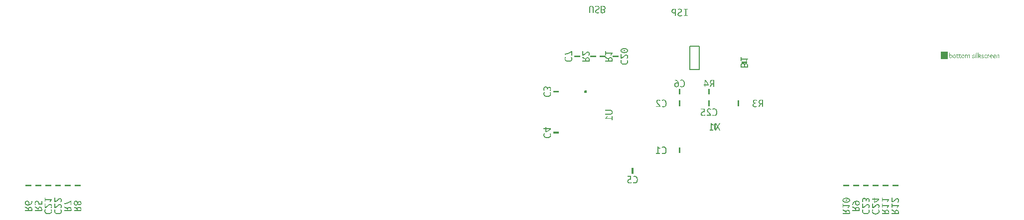
<source format=gbo>
G04                                                      *
G04 Greetings!                                           *
G04 This Gerber was generated by PCBmodE, an open source *
G04 PCB design software. Get it here:                    *
G04                                                      *
G04   http://pcbmode.com                                 *
G04                                                      *
G04 Also visit                                           *
G04                                                      *
G04   http://boldport.com                                *
G04                                                      *
G04 and follow @boldport / @pcbmode for updates!         *
G04                                                      *

G04 leading zeros omitted (L); absolute data (A); 6 integer digits and 6 fractional digits *
%FSLAX66Y66*%

G04 mode (MO): millimeters (MM) *
%MOMM*%

G04 Aperture definitions *
%ADD10C,0.001X*%
%ADD11C,0.001X*%
%ADD20C,0.15X*%

%LPD*%
G36*
G01X122150000Y-18000000D02*
G01X121850000Y-18000000D01*
G01X121850000Y-19000000D01*
G01X122150000Y-19000000D01*
G01X122150000Y-18000000D01*
G37*
G36*
G01X8500000Y-34650000D02*
G01X8500000Y-34350000D01*
G01X7500000Y-34350000D01*
G01X7500000Y-34650000D01*
G01X8500000Y-34650000D01*
G37*
G36*
G01X6830000Y-34650000D02*
G01X6830000Y-34350000D01*
G01X5830000Y-34350000D01*
G01X5830000Y-34650000D01*
G01X6830000Y-34650000D01*
G37*
G36*
G01X13500000Y-34650000D02*
G01X13500000Y-34350000D01*
G01X12500000Y-34350000D01*
G01X12500000Y-34650000D01*
G01X13500000Y-34650000D01*
G37*
G36*
G01X104400000Y-12650000D02*
G01X104400000Y-12350000D01*
G01X103400000Y-12350000D01*
G01X103400000Y-12650000D01*
G01X104400000Y-12650000D01*
G37*
G36*
G01X102800000Y-12650000D02*
G01X102800000Y-12350000D01*
G01X101800000Y-12350000D01*
G01X101800000Y-12650000D01*
G01X102800000Y-12650000D01*
G37*
G36*
G01X127150000Y-20000000D02*
G01X126850000Y-20000000D01*
G01X126850000Y-21000000D01*
G01X127150000Y-21000000D01*
G01X127150000Y-20000000D01*
G37*
G36*
G01X15170000Y-34650000D02*
G01X15170000Y-34350000D01*
G01X14170000Y-34350000D01*
G01X14170000Y-34650000D01*
G01X15170000Y-34650000D01*
G37*
G36*
G01X147500000Y-34650000D02*
G01X147500000Y-34350000D01*
G01X146500000Y-34350000D01*
G01X146500000Y-34650000D01*
G01X147500000Y-34650000D01*
G37*
G36*
G01X128500000Y-13650000D02*
G01X128500000Y-13350000D01*
G01X127500000Y-13350000D01*
G01X127500000Y-13650000D01*
G01X128500000Y-13650000D01*
G37*
G36*
G01X10170000Y-34650000D02*
G01X10170000Y-34350000D01*
G01X9170000Y-34350000D01*
G01X9170000Y-34650000D01*
G01X10170000Y-34650000D01*
G37*
G36*
G01X101250000Y-18500000D02*
G01X101250000Y-18500000D01*
G01X101244514Y-18552334D01*
G01X101228809Y-18600886D01*
G01X101204016Y-18644526D01*
G01X101171266Y-18682122D01*
G01X101131689Y-18712544D01*
G01X101086418Y-18734661D01*
G01X101036581Y-18747343D01*
G01X101000000Y-18750000D01*
G01X101000000Y-18750000D01*
G01X100947666Y-18744514D01*
G01X100899114Y-18728809D01*
G01X100855474Y-18704016D01*
G01X100817878Y-18671266D01*
G01X100787456Y-18631689D01*
G01X100765339Y-18586418D01*
G01X100752657Y-18536581D01*
G01X100750000Y-18500000D01*
G01X100750000Y-18500000D01*
G01X100755486Y-18447666D01*
G01X100771191Y-18399114D01*
G01X100795984Y-18355474D01*
G01X100828734Y-18317878D01*
G01X100868311Y-18287456D01*
G01X100913582Y-18265339D01*
G01X100963419Y-18252657D01*
G01X101000000Y-18250000D01*
G01X101000000Y-18250000D01*
G01X101052334Y-18255486D01*
G01X101100886Y-18271191D01*
G01X101144526Y-18295984D01*
G01X101182122Y-18328734D01*
G01X101212544Y-18368311D01*
G01X101234661Y-18413582D01*
G01X101247343Y-18463419D01*
G01X101250000Y-18500000D01*
G37*
G36*
G01X154170000Y-34650000D02*
G01X154170000Y-34350000D01*
G01X153170000Y-34350000D01*
G01X153170000Y-34650000D01*
G01X154170000Y-34650000D01*
G37*
G36*
G01X145830000Y-34650000D02*
G01X145830000Y-34350000D01*
G01X144830000Y-34350000D01*
G01X144830000Y-34650000D01*
G01X145830000Y-34650000D01*
G37*
G36*
G01X152500000Y-34650000D02*
G01X152500000Y-34350000D01*
G01X151500000Y-34350000D01*
G01X151500000Y-34650000D01*
G01X152500000Y-34650000D01*
G37*
D20*
G01X120340000Y-10720000D02*
G01X118740000Y-10720000D01*
G01X118740000Y-14720000D01*
G01X120340000Y-14720000D01*
G01X120340000Y-10720000D01*
G36*
G01X96500000Y-18650000D02*
G01X96500000Y-18350000D01*
G01X95500000Y-18350000D01*
G01X95500000Y-18650000D01*
G01X96500000Y-18650000D01*
G37*
G36*
G01X117150000Y-20000000D02*
G01X116850000Y-20000000D01*
G01X116850000Y-21000000D01*
G01X117150000Y-21000000D01*
G01X117150000Y-20000000D01*
G37*
G36*
G01X117150000Y-28000000D02*
G01X116850000Y-28000000D01*
G01X116850000Y-29000000D01*
G01X117150000Y-29000000D01*
G01X117150000Y-28000000D01*
G37*
G36*
G01X123150000Y-24000000D02*
G01X122850000Y-24000000D01*
G01X122850000Y-25000000D01*
G01X123150000Y-25000000D01*
G01X123150000Y-24000000D01*
G37*
G36*
G01X100100000Y-12650000D02*
G01X100100000Y-12350000D01*
G01X99100000Y-12350000D01*
G01X99100000Y-12650000D01*
G01X100100000Y-12650000D01*
G37*
G36*
G01X117150000Y-18000000D02*
G01X116850000Y-18000000D01*
G01X116850000Y-19000000D01*
G01X117150000Y-19000000D01*
G01X117150000Y-18000000D01*
G37*
G36*
G01X109150000Y-31500000D02*
G01X108850000Y-31500000D01*
G01X108850000Y-32500000D01*
G01X109150000Y-32500000D01*
G01X109150000Y-31500000D01*
G37*
G36*
G01X96500000Y-25650000D02*
G01X96500000Y-25350000D01*
G01X95500000Y-25350000D01*
G01X95500000Y-25650000D01*
G01X96500000Y-25650000D01*
G37*
G36*
G01X11830000Y-34650000D02*
G01X11830000Y-34350000D01*
G01X10830000Y-34350000D01*
G01X10830000Y-34650000D01*
G01X11830000Y-34650000D01*
G37*
G36*
G01X149170000Y-34650000D02*
G01X149170000Y-34350000D01*
G01X148170000Y-34350000D01*
G01X148170000Y-34650000D01*
G01X149170000Y-34650000D01*
G37*
G36*
G01X106600000Y-12650000D02*
G01X106600000Y-12350000D01*
G01X105600000Y-12350000D01*
G01X105600000Y-12650000D01*
G01X106600000Y-12650000D01*
G37*
G36*
G01X150830000Y-34650000D02*
G01X150830000Y-34350000D01*
G01X149830000Y-34350000D01*
G01X149830000Y-34650000D01*
G01X150830000Y-34650000D01*
G37*
G36*
G01X122150000Y-20000000D02*
G01X121850000Y-20000000D01*
G01X121850000Y-21000000D01*
G01X122150000Y-21000000D01*
G01X122150000Y-20000000D01*
G37*
G36*
G01X122910645Y-17725000D02*
G01X122910645Y-16505273D01*
G01X122910645Y-16505273D01*
G01X122849841Y-16492499D01*
G01X122841797Y-16491113D01*
G01X122841797Y-16491113D01*
G01X122776851Y-16483064D01*
G01X122762208Y-16481836D01*
G01X122762208Y-16481836D01*
G01X122696354Y-16477746D01*
G01X122681153Y-16476953D01*
G01X122681153Y-16476953D01*
G01X122616929Y-16475053D01*
G01X122608887Y-16475000D01*
G01X122608887Y-16475000D01*
G01X122515711Y-16480962D01*
G01X122437492Y-16496199D01*
G01X122374288Y-16516736D01*
G01X122326161Y-16538598D01*
G01X122293168Y-16557809D01*
G01X122275369Y-16570396D01*
G01X122271973Y-16573145D01*
G01X122271973Y-16573145D01*
G01X122225834Y-16626384D01*
G01X122194311Y-16687157D01*
G01X122174620Y-16748371D01*
G01X122163977Y-16802934D01*
G01X122159598Y-16843754D01*
G01X122158699Y-16863739D01*
G01X122158692Y-16864648D01*
G01X122158692Y-16864648D01*
G01X122167409Y-16941366D01*
G01X122186920Y-17003692D01*
G01X122207261Y-17046686D01*
G01X122218470Y-17065407D01*
G01X122218750Y-17065820D01*
G01X122218750Y-17065820D01*
G01X122267329Y-17121527D01*
G01X122318559Y-17163005D01*
G01X122360414Y-17189524D01*
G01X122380865Y-17200357D01*
G01X122381348Y-17200586D01*
G01X122313965Y-17309961D01*
G01X122238770Y-17439844D01*
G01X122163575Y-17582422D01*
G01X122163575Y-17582422D01*
G01X122130582Y-17649390D01*
G01X122106181Y-17701095D01*
G01X122095364Y-17724671D01*
G01X122095215Y-17725000D01*
G01X122270997Y-17725000D01*
G01X122270997Y-17725000D01*
G01X122301986Y-17653356D01*
G01X122332560Y-17587228D01*
G01X122360272Y-17530188D01*
G01X122382676Y-17485803D01*
G01X122397324Y-17457644D01*
G01X122401856Y-17449121D01*
G01X122401856Y-17449121D01*
G01X122443450Y-17376016D01*
G01X122480778Y-17316504D01*
G01X122510981Y-17272109D01*
G01X122531200Y-17244355D01*
G01X122538575Y-17234766D01*
G01X122538575Y-17234766D01*
G01X122538575Y-17234766D01*
G01X122573731Y-17236719D01*
G01X122604981Y-17236719D01*
G01X122744629Y-17236719D01*
G01X122744629Y-17725000D01*
G01X122910645Y-17725000D01*
G37*
%LPC*%
G36*
G01X122744629Y-17100977D02*
G01X122639161Y-17100977D01*
G01X122639161Y-17100977D01*
G01X122564008Y-17097679D01*
G01X122517614Y-17092421D01*
G01X122509766Y-17091211D01*
G01X122509766Y-17091211D01*
G01X122441392Y-17069966D01*
G01X122411817Y-17054230D01*
G01X122411622Y-17054102D01*
G01X122411622Y-17054102D01*
G01X122364116Y-17005834D01*
G01X122348633Y-16979883D01*
G01X122348633Y-16979883D01*
G01X122331407Y-16916320D01*
G01X122326836Y-16865133D01*
G01X122326661Y-16856836D01*
G01X122326661Y-16856836D01*
G01X122335033Y-16781182D01*
G01X122347126Y-16742117D01*
G01X122348633Y-16738672D01*
G01X122348633Y-16738672D01*
G01X122388697Y-16682205D01*
G01X122406739Y-16665918D01*
G01X122406739Y-16665918D01*
G01X122466692Y-16635389D01*
G01X122491700Y-16627832D01*
G01X122491700Y-16627832D01*
G01X122559366Y-16618181D01*
G01X122594957Y-16616602D01*
G01X122595215Y-16616602D01*
G01X122595215Y-16616602D01*
G01X122663431Y-16617192D01*
G01X122684083Y-16617578D01*
G01X122684083Y-16617578D01*
G01X122743067Y-16623057D01*
G01X122744629Y-16623437D01*
G01X122744629Y-17100977D01*
G37*
%LPD*%
G36*
G01X121948731Y-17408594D02*
G01X121948731Y-17297266D01*
G01X121948731Y-17297266D01*
G01X121919816Y-17234720D01*
G01X121889527Y-17175195D01*
G01X121865647Y-17130685D01*
G01X121855958Y-17113184D01*
G01X121855958Y-17113184D01*
G01X121855958Y-17113184D01*
G01X121819645Y-17050852D01*
G01X121783895Y-16992457D01*
G01X121753020Y-16943695D01*
G01X121731333Y-16910262D01*
G01X121723145Y-16897852D01*
G01X121723145Y-16897852D01*
G01X121723145Y-16897852D01*
G01X121680426Y-16835574D01*
G01X121639449Y-16778468D01*
G01X121604074Y-16730753D01*
G01X121578158Y-16696650D01*
G01X121565560Y-16680379D01*
G01X121564942Y-16679590D01*
G01X121564942Y-16679590D01*
G01X121515020Y-16618469D01*
G01X121468848Y-16565504D01*
G01X121430645Y-16523812D01*
G01X121404629Y-16496512D01*
G01X121395020Y-16486719D01*
G01X121395020Y-16486719D01*
G01X121234864Y-16486719D01*
G01X121234864Y-17272852D01*
G01X121089356Y-17272852D01*
G01X121089356Y-17408594D01*
G01X121234864Y-17408594D01*
G01X121234864Y-17725000D01*
G01X121395020Y-17725000D01*
G01X121395020Y-17408594D01*
G01X121948731Y-17408594D01*
G37*
%LPC*%
G36*
G01X121788575Y-17272852D02*
G01X121395020Y-17272852D01*
G01X121395020Y-16683008D01*
G01X121395020Y-16683008D01*
G01X121442226Y-16736050D01*
G01X121481047Y-16782500D01*
G01X121502308Y-16808911D01*
G01X121503907Y-16810937D01*
G01X121503907Y-16810937D01*
G01X121548389Y-16869671D01*
G01X121584897Y-16920457D01*
G01X121607063Y-16952363D01*
G01X121610840Y-16957910D01*
G01X121610840Y-16957910D01*
G01X121651873Y-17021276D01*
G01X121684674Y-17075252D01*
G01X121704226Y-17108840D01*
G01X121707520Y-17114648D01*
G01X121707520Y-17114648D01*
G01X121743718Y-17181966D01*
G01X121771479Y-17237151D01*
G01X121786803Y-17269058D01*
G01X121788575Y-17272852D01*
G37*
%LPD*%
G36*
G01X7388184Y-38886719D02*
G01X8607911Y-38886719D01*
G01X8607911Y-38886719D01*
G01X8620685Y-38825915D01*
G01X8622071Y-38817871D01*
G01X8622071Y-38817871D01*
G01X8630120Y-38752925D01*
G01X8631348Y-38738281D01*
G01X8631348Y-38738281D01*
G01X8635438Y-38672428D01*
G01X8636231Y-38657227D01*
G01X8636231Y-38657227D01*
G01X8638131Y-38593003D01*
G01X8638184Y-38584961D01*
G01X8638184Y-38584961D01*
G01X8632222Y-38491785D01*
G01X8616985Y-38413566D01*
G01X8596448Y-38350362D01*
G01X8574586Y-38302235D01*
G01X8555375Y-38269242D01*
G01X8542788Y-38251443D01*
G01X8540039Y-38248047D01*
G01X8540039Y-38248047D01*
G01X8486800Y-38201908D01*
G01X8426027Y-38170385D01*
G01X8364813Y-38150694D01*
G01X8310250Y-38140051D01*
G01X8269430Y-38135672D01*
G01X8249445Y-38134773D01*
G01X8248536Y-38134766D01*
G01X8248536Y-38134766D01*
G01X8171818Y-38143483D01*
G01X8109492Y-38162994D01*
G01X8066498Y-38183335D01*
G01X8047777Y-38194544D01*
G01X8047364Y-38194824D01*
G01X8047364Y-38194824D01*
G01X7991657Y-38243403D01*
G01X7950179Y-38294633D01*
G01X7923660Y-38336488D01*
G01X7912827Y-38356939D01*
G01X7912598Y-38357422D01*
G01X7803223Y-38290039D01*
G01X7673340Y-38214844D01*
G01X7530762Y-38139649D01*
G01X7530762Y-38139649D01*
G01X7463794Y-38106656D01*
G01X7412089Y-38082255D01*
G01X7388513Y-38071438D01*
G01X7388184Y-38071289D01*
G01X7388184Y-38247071D01*
G01X7388184Y-38247071D01*
G01X7459828Y-38278060D01*
G01X7525956Y-38308634D01*
G01X7582996Y-38336346D01*
G01X7627381Y-38358750D01*
G01X7655540Y-38373398D01*
G01X7664063Y-38377930D01*
G01X7664063Y-38377930D01*
G01X7737168Y-38419524D01*
G01X7796680Y-38456852D01*
G01X7841075Y-38487055D01*
G01X7868829Y-38507274D01*
G01X7878418Y-38514649D01*
G01X7878418Y-38514649D01*
G01X7878418Y-38514649D01*
G01X7876465Y-38549805D01*
G01X7876465Y-38581055D01*
G01X7876465Y-38720703D01*
G01X7388184Y-38720703D01*
G01X7388184Y-38886719D01*
G37*
%LPC*%
G36*
G01X8012207Y-38720703D02*
G01X8012207Y-38615235D01*
G01X8012207Y-38615235D01*
G01X8015505Y-38540082D01*
G01X8020763Y-38493688D01*
G01X8021973Y-38485840D01*
G01X8021973Y-38485840D01*
G01X8043218Y-38417466D01*
G01X8058954Y-38387891D01*
G01X8059082Y-38387696D01*
G01X8059082Y-38387696D01*
G01X8107350Y-38340190D01*
G01X8133301Y-38324707D01*
G01X8133301Y-38324707D01*
G01X8196864Y-38307481D01*
G01X8248051Y-38302910D01*
G01X8256348Y-38302735D01*
G01X8256348Y-38302735D01*
G01X8332002Y-38311107D01*
G01X8371067Y-38323200D01*
G01X8374512Y-38324707D01*
G01X8374512Y-38324707D01*
G01X8430979Y-38364771D01*
G01X8447266Y-38382813D01*
G01X8447266Y-38382813D01*
G01X8477795Y-38442766D01*
G01X8485352Y-38467774D01*
G01X8485352Y-38467774D01*
G01X8495003Y-38535440D01*
G01X8496582Y-38571031D01*
G01X8496582Y-38571289D01*
G01X8496582Y-38571289D01*
G01X8495992Y-38639505D01*
G01X8495606Y-38660157D01*
G01X8495606Y-38660157D01*
G01X8490127Y-38719141D01*
G01X8489747Y-38720703D01*
G01X8012207Y-38720703D01*
G37*
%LPD*%
G36*
G01X7426270Y-37865235D02*
G01X7567872Y-37833008D01*
G01X7567872Y-37833008D01*
G01X7544116Y-37773871D01*
G01X7530378Y-37734202D01*
G01X7530274Y-37733887D01*
G01X7530274Y-37733887D01*
G01X7515838Y-37668000D01*
G01X7509707Y-37605461D01*
G01X7508323Y-37568341D01*
G01X7508301Y-37565430D01*
G01X7508301Y-37565430D01*
G01X7513891Y-37488606D01*
G01X7523339Y-37441646D01*
G01X7526368Y-37431153D01*
G01X7526368Y-37431153D01*
G01X7557557Y-37367371D01*
G01X7575196Y-37344239D01*
G01X7575196Y-37344239D01*
G01X7575196Y-37344239D01*
G01X7629204Y-37304189D01*
G01X7645997Y-37296387D01*
G01X7645997Y-37296387D01*
G01X7711117Y-37282294D01*
G01X7729981Y-37281250D01*
G01X7729981Y-37281250D01*
G01X7803626Y-37289660D01*
G01X7846165Y-37302237D01*
G01X7851075Y-37304200D01*
G01X7851075Y-37304200D01*
G01X7907287Y-37344439D01*
G01X7937247Y-37380264D01*
G01X7939942Y-37384278D01*
G01X7939942Y-37384278D01*
G01X7968560Y-37445198D01*
G01X7986975Y-37505001D01*
G01X7994838Y-37538638D01*
G01X7995118Y-37540039D01*
G01X7995118Y-37540039D01*
G01X8004411Y-37603813D01*
G01X8010047Y-37670305D01*
G01X8012942Y-37729813D01*
G01X8014008Y-37772633D01*
G01X8014161Y-37789063D01*
G01X8014161Y-37789063D01*
G01X8014161Y-37789063D01*
G01X8090824Y-37779519D01*
G01X8149423Y-37773032D01*
G01X8178088Y-37770126D01*
G01X8179200Y-37770020D01*
G01X8179200Y-37770020D01*
G01X8253680Y-37763492D01*
G01X8308992Y-37759233D01*
G01X8329102Y-37757813D01*
G01X8329102Y-37757813D01*
G01X8402237Y-37753445D01*
G01X8456548Y-37750765D01*
G01X8474122Y-37750000D01*
G01X8474122Y-37750000D01*
G01X8545058Y-37746956D01*
G01X8602149Y-37744327D01*
G01X8626441Y-37743166D01*
G01X8626465Y-37743164D01*
G01X8626465Y-37147461D01*
G01X8485840Y-37147461D01*
G01X8485840Y-37598633D01*
G01X8413575Y-37604492D01*
G01X8413575Y-37604492D01*
G01X8345644Y-37609247D01*
G01X8317872Y-37611328D01*
G01X8222168Y-37619141D01*
G01X8222168Y-37619141D01*
G01X8156298Y-37624400D01*
G01X8147950Y-37625000D01*
G01X8147950Y-37625000D01*
G01X8139618Y-37527971D01*
G01X8124050Y-37445386D01*
G01X8103963Y-37376939D01*
G01X8082073Y-37322319D01*
G01X8061096Y-37281218D01*
G01X8043748Y-37253326D01*
G01X8032746Y-37238335D01*
G01X8030274Y-37235352D01*
G01X8030274Y-37235352D01*
G01X7973793Y-37185633D01*
G01X7912162Y-37151664D01*
G01X7851704Y-37130446D01*
G01X7798742Y-37118977D01*
G01X7759602Y-37114258D01*
G01X7740607Y-37113289D01*
G01X7739747Y-37113282D01*
G01X7739747Y-37113282D01*
G01X7664594Y-37119876D01*
G01X7609841Y-37132220D01*
G01X7587912Y-37139153D01*
G01X7587891Y-37139160D01*
G01X7587891Y-37139160D01*
G01X7523210Y-37173478D01*
G01X7480905Y-37207598D01*
G01X7468262Y-37220215D01*
G01X7468262Y-37220215D01*
G01X7428341Y-37276697D01*
G01X7402030Y-37329843D01*
G01X7390551Y-37359142D01*
G01X7390137Y-37360352D01*
G01X7390137Y-37360352D01*
G01X7373764Y-37427628D01*
G01X7365357Y-37492798D01*
G01X7362259Y-37542038D01*
G01X7361817Y-37561524D01*
G01X7361817Y-37561524D01*
G01X7361817Y-37561524D01*
G01X7365808Y-37629952D01*
G01X7369141Y-37656250D01*
G01X7369141Y-37656250D01*
G01X7381599Y-37723890D01*
G01X7386231Y-37745117D01*
G01X7386231Y-37745117D01*
G01X7403644Y-37808456D01*
G01X7407227Y-37819336D01*
G01X7407227Y-37819336D01*
G01X7426270Y-37865235D01*
G37*
G36*
G01X5718184Y-38894043D02*
G01X6937911Y-38894043D01*
G01X6937911Y-38894043D01*
G01X6950685Y-38833239D01*
G01X6952071Y-38825195D01*
G01X6952071Y-38825195D01*
G01X6960120Y-38760249D01*
G01X6961348Y-38745606D01*
G01X6961348Y-38745606D01*
G01X6965438Y-38679752D01*
G01X6966231Y-38664551D01*
G01X6966231Y-38664551D01*
G01X6968131Y-38600327D01*
G01X6968184Y-38592285D01*
G01X6968184Y-38592285D01*
G01X6962222Y-38499109D01*
G01X6946985Y-38420890D01*
G01X6926448Y-38357686D01*
G01X6904586Y-38309559D01*
G01X6885375Y-38276566D01*
G01X6872788Y-38258767D01*
G01X6870039Y-38255371D01*
G01X6870039Y-38255371D01*
G01X6816800Y-38209232D01*
G01X6756027Y-38177709D01*
G01X6694813Y-38158018D01*
G01X6640250Y-38147375D01*
G01X6599430Y-38142996D01*
G01X6579445Y-38142097D01*
G01X6578536Y-38142090D01*
G01X6578536Y-38142090D01*
G01X6501818Y-38150807D01*
G01X6439492Y-38170318D01*
G01X6396498Y-38190659D01*
G01X6377777Y-38201868D01*
G01X6377364Y-38202148D01*
G01X6377364Y-38202148D01*
G01X6321657Y-38250727D01*
G01X6280179Y-38301957D01*
G01X6253660Y-38343812D01*
G01X6242827Y-38364263D01*
G01X6242598Y-38364746D01*
G01X6133223Y-38297363D01*
G01X6003340Y-38222168D01*
G01X5860762Y-38146973D01*
G01X5860762Y-38146973D01*
G01X5793794Y-38113980D01*
G01X5742089Y-38089579D01*
G01X5718513Y-38078762D01*
G01X5718184Y-38078613D01*
G01X5718184Y-38254395D01*
G01X5718184Y-38254395D01*
G01X5789828Y-38285384D01*
G01X5855956Y-38315958D01*
G01X5912996Y-38343670D01*
G01X5957381Y-38366074D01*
G01X5985540Y-38380722D01*
G01X5994063Y-38385254D01*
G01X5994063Y-38385254D01*
G01X6067168Y-38426848D01*
G01X6126680Y-38464176D01*
G01X6171075Y-38494379D01*
G01X6198829Y-38514598D01*
G01X6208418Y-38521973D01*
G01X6208418Y-38521973D01*
G01X6208418Y-38521973D01*
G01X6206465Y-38557129D01*
G01X6206465Y-38588379D01*
G01X6206465Y-38728027D01*
G01X5718184Y-38728027D01*
G01X5718184Y-38894043D01*
G37*
%LPC*%
G36*
G01X6342207Y-38728027D02*
G01X6342207Y-38622559D01*
G01X6342207Y-38622559D01*
G01X6345505Y-38547406D01*
G01X6350763Y-38501012D01*
G01X6351973Y-38493164D01*
G01X6351973Y-38493164D01*
G01X6373218Y-38424790D01*
G01X6388954Y-38395215D01*
G01X6389082Y-38395020D01*
G01X6389082Y-38395020D01*
G01X6437350Y-38347514D01*
G01X6463301Y-38332031D01*
G01X6463301Y-38332031D01*
G01X6526864Y-38314805D01*
G01X6578051Y-38310234D01*
G01X6586348Y-38310059D01*
G01X6586348Y-38310059D01*
G01X6662002Y-38318431D01*
G01X6701067Y-38330524D01*
G01X6704512Y-38332031D01*
G01X6704512Y-38332031D01*
G01X6760979Y-38372095D01*
G01X6777266Y-38390137D01*
G01X6777266Y-38390137D01*
G01X6807795Y-38450090D01*
G01X6815352Y-38475098D01*
G01X6815352Y-38475098D01*
G01X6825003Y-38542764D01*
G01X6826582Y-38578355D01*
G01X6826582Y-38578613D01*
G01X6826582Y-38578613D01*
G01X6825992Y-38646829D01*
G01X6825606Y-38667481D01*
G01X6825606Y-38667481D01*
G01X6820127Y-38726465D01*
G01X6819747Y-38728027D01*
G01X6342207Y-38728027D01*
G37*
%LPD*%
G36*
G01X6214278Y-37895996D02*
G01X6214278Y-37895996D01*
G01X6297011Y-37892646D01*
G01X6371096Y-37884196D01*
G01X6434107Y-37873046D01*
G01X6483622Y-37861596D01*
G01X6517215Y-37852246D01*
G01X6532464Y-37847396D01*
G01X6533125Y-37847168D01*
G01X6533125Y-37847168D01*
G01X6607197Y-37815699D01*
G01X6669444Y-37780601D01*
G01X6717876Y-37747338D01*
G01X6750504Y-37721377D01*
G01X6765339Y-37708184D01*
G01X6766036Y-37707520D01*
G01X6766036Y-37707520D01*
G01X6814720Y-37652634D01*
G01X6853710Y-37596175D01*
G01X6882725Y-37545135D01*
G01X6901482Y-37506507D01*
G01X6909702Y-37487285D01*
G01X6910079Y-37486328D01*
G01X6910079Y-37486328D01*
G01X6931765Y-37417964D01*
G01X6946436Y-37349700D01*
G01X6955460Y-37287306D01*
G01X6960205Y-37236555D01*
G01X6962036Y-37203219D01*
G01X6962325Y-37192871D01*
G01X6822676Y-37178223D01*
G01X6822676Y-37178223D01*
G01X6817913Y-37256105D01*
G01X6809553Y-37318959D01*
G01X6801922Y-37359680D01*
G01X6799239Y-37371582D01*
G01X6799239Y-37371582D01*
G01X6774998Y-37443345D01*
G01X6748754Y-37496914D01*
G01X6732213Y-37524380D01*
G01X6730879Y-37526367D01*
G01X6730879Y-37526367D01*
G01X6684157Y-37580873D01*
G01X6639227Y-37619637D01*
G01X6612385Y-37638784D01*
G01X6610274Y-37640137D01*
G01X6610274Y-37640137D01*
G01X6548248Y-37671529D01*
G01X6487248Y-37693898D01*
G01X6442361Y-37706936D01*
G01X6428145Y-37710449D01*
G01X6428145Y-37710449D01*
G01X6452683Y-37646265D01*
G01X6463872Y-37607116D01*
G01X6464278Y-37605469D01*
G01X6464278Y-37605469D01*
G01X6475282Y-37535300D01*
G01X6477894Y-37489452D01*
G01X6477950Y-37484863D01*
G01X6477950Y-37484863D01*
G01X6471878Y-37405974D01*
G01X6459238Y-37346984D01*
G01X6448389Y-37313555D01*
G01X6446211Y-37308106D01*
G01X6446211Y-37308106D01*
G01X6408194Y-37242458D01*
G01X6373603Y-37202005D01*
G01X6361250Y-37190430D01*
G01X6361250Y-37190430D01*
G01X6301348Y-37151729D01*
G01X6252729Y-37130782D01*
G01X6238204Y-37125977D01*
G01X6238204Y-37125977D01*
G01X6166644Y-37111455D01*
G01X6112077Y-37106498D01*
G01X6094161Y-37105957D01*
G01X6094161Y-37105957D01*
G01X6022800Y-37112594D01*
G01X5970045Y-37124121D01*
G01X5955000Y-37128418D01*
G01X5955000Y-37128418D01*
G01X5888709Y-37156731D01*
G01X5841716Y-37184949D01*
G01X5825118Y-37196777D01*
G01X5825118Y-37196777D01*
G01X5774349Y-37247162D01*
G01X5741201Y-37293399D01*
G01X5728937Y-37314432D01*
G01X5728926Y-37314453D01*
G01X5728926Y-37314453D01*
G01X5705099Y-37381012D01*
G01X5694566Y-37443173D01*
G01X5691898Y-37482001D01*
G01X5691817Y-37486816D01*
G01X5691817Y-37486816D01*
G01X5700211Y-37572498D01*
G01X5721664Y-37644132D01*
G01X5750579Y-37701778D01*
G01X5781360Y-37745496D01*
G01X5808409Y-37775345D01*
G01X5826131Y-37791384D01*
G01X5830000Y-37794434D01*
G01X5830000Y-37794434D01*
G01X5888585Y-37829117D01*
G01X5953446Y-37854841D01*
G01X6019915Y-37872943D01*
G01X6083328Y-37884764D01*
G01X6139016Y-37891642D01*
G01X6182314Y-37894915D01*
G01X6208556Y-37895922D01*
G01X6214278Y-37895996D01*
G37*
%LPC*%
G36*
G01X6214278Y-37728027D02*
G01X6214278Y-37728027D01*
G01X6140149Y-37725146D01*
G01X6086503Y-37719881D01*
G01X6067305Y-37717285D01*
G01X6067305Y-37717285D01*
G01X5994594Y-37699410D01*
G01X5951321Y-37682566D01*
G01X5945235Y-37679688D01*
G01X5945235Y-37679688D01*
G01X5887786Y-37637574D01*
G01X5862165Y-37607771D01*
G01X5861250Y-37606445D01*
G01X5861250Y-37606445D01*
G01X5836807Y-37543461D01*
G01X5830668Y-37495138D01*
G01X5830489Y-37488770D01*
G01X5830489Y-37488770D01*
G01X5842193Y-37418527D01*
G01X5855275Y-37388865D01*
G01X5855391Y-37388672D01*
G01X5855391Y-37388672D01*
G01X5899914Y-37336964D01*
G01X5918379Y-37322266D01*
G01X5918379Y-37322266D01*
G01X5979002Y-37292618D01*
G01X6003340Y-37285156D01*
G01X6003340Y-37285156D01*
G01X6070980Y-37274882D01*
G01X6092207Y-37273926D01*
G01X6092207Y-37273926D01*
G01X6175536Y-37283176D01*
G01X6234678Y-37303168D01*
G01X6269017Y-37322265D01*
G01X6278243Y-37329102D01*
G01X6278243Y-37329102D01*
G01X6317324Y-37384004D01*
G01X6335981Y-37445064D01*
G01X6341769Y-37490887D01*
G01X6342207Y-37502441D01*
G01X6342207Y-37502441D01*
G01X6337377Y-37575825D01*
G01X6330651Y-37616641D01*
G01X6330000Y-37619629D01*
G01X6330000Y-37619629D01*
G01X6309858Y-37686430D01*
G01X6295024Y-37724518D01*
G01X6294356Y-37726074D01*
G01X6294356Y-37726074D01*
G01X6255293Y-37728027D01*
G01X6214278Y-37728027D01*
G37*
%LPD*%
G36*
G01X12375000Y-38899902D02*
G01X13594727Y-38899902D01*
G01X13594727Y-38899902D01*
G01X13607501Y-38839098D01*
G01X13608887Y-38831054D01*
G01X13608887Y-38831054D01*
G01X13616936Y-38766108D01*
G01X13618164Y-38751464D01*
G01X13618164Y-38751464D01*
G01X13622254Y-38685611D01*
G01X13623047Y-38670410D01*
G01X13623047Y-38670410D01*
G01X13624947Y-38606186D01*
G01X13625000Y-38598144D01*
G01X13625000Y-38598144D01*
G01X13619038Y-38504968D01*
G01X13603801Y-38426749D01*
G01X13583264Y-38363545D01*
G01X13561402Y-38315418D01*
G01X13542191Y-38282425D01*
G01X13529604Y-38264626D01*
G01X13526855Y-38261230D01*
G01X13526855Y-38261230D01*
G01X13473616Y-38215091D01*
G01X13412843Y-38183568D01*
G01X13351629Y-38163877D01*
G01X13297066Y-38153234D01*
G01X13256246Y-38148855D01*
G01X13236261Y-38147956D01*
G01X13235352Y-38147949D01*
G01X13235352Y-38147949D01*
G01X13158634Y-38156666D01*
G01X13096308Y-38176177D01*
G01X13053314Y-38196518D01*
G01X13034593Y-38207727D01*
G01X13034180Y-38208007D01*
G01X13034180Y-38208007D01*
G01X12978473Y-38256586D01*
G01X12936995Y-38307816D01*
G01X12910476Y-38349671D01*
G01X12899643Y-38370122D01*
G01X12899414Y-38370605D01*
G01X12790039Y-38303222D01*
G01X12660156Y-38228027D01*
G01X12517578Y-38152832D01*
G01X12517578Y-38152832D01*
G01X12450610Y-38119839D01*
G01X12398905Y-38095438D01*
G01X12375329Y-38084621D01*
G01X12375000Y-38084472D01*
G01X12375000Y-38260254D01*
G01X12375000Y-38260254D01*
G01X12446644Y-38291243D01*
G01X12512772Y-38321817D01*
G01X12569812Y-38349529D01*
G01X12614197Y-38371933D01*
G01X12642356Y-38386581D01*
G01X12650879Y-38391113D01*
G01X12650879Y-38391113D01*
G01X12723984Y-38432707D01*
G01X12783496Y-38470035D01*
G01X12827891Y-38500238D01*
G01X12855645Y-38520457D01*
G01X12865234Y-38527832D01*
G01X12865234Y-38527832D01*
G01X12865234Y-38527832D01*
G01X12863281Y-38562988D01*
G01X12863281Y-38594238D01*
G01X12863281Y-38733886D01*
G01X12375000Y-38733886D01*
G01X12375000Y-38899902D01*
G37*
%LPC*%
G36*
G01X12999023Y-38733886D02*
G01X12999023Y-38628418D01*
G01X12999023Y-38628418D01*
G01X13002321Y-38553265D01*
G01X13007579Y-38506871D01*
G01X13008789Y-38499023D01*
G01X13008789Y-38499023D01*
G01X13030034Y-38430649D01*
G01X13045770Y-38401074D01*
G01X13045898Y-38400879D01*
G01X13045898Y-38400879D01*
G01X13094166Y-38353373D01*
G01X13120117Y-38337890D01*
G01X13120117Y-38337890D01*
G01X13183680Y-38320664D01*
G01X13234867Y-38316093D01*
G01X13243164Y-38315918D01*
G01X13243164Y-38315918D01*
G01X13318818Y-38324290D01*
G01X13357883Y-38336383D01*
G01X13361328Y-38337890D01*
G01X13361328Y-38337890D01*
G01X13417795Y-38377954D01*
G01X13434082Y-38395996D01*
G01X13434082Y-38395996D01*
G01X13464611Y-38455949D01*
G01X13472168Y-38480957D01*
G01X13472168Y-38480957D01*
G01X13481819Y-38548623D01*
G01X13483398Y-38584214D01*
G01X13483398Y-38584472D01*
G01X13483398Y-38584472D01*
G01X13482808Y-38652688D01*
G01X13482422Y-38673340D01*
G01X13482422Y-38673340D01*
G01X13476943Y-38732324D01*
G01X13476563Y-38733886D01*
G01X12999023Y-38733886D01*
G37*
%LPD*%
G36*
G01X13468750Y-37884277D02*
G01X13613281Y-37884277D01*
G01X13613281Y-37100097D01*
G01X13474609Y-37100097D01*
G01X13474609Y-37100097D01*
G01X13423083Y-37140110D01*
G01X13368347Y-37178065D01*
G01X13320944Y-37208782D01*
G01X13291420Y-37227083D01*
G01X13286621Y-37229980D01*
G01X13286621Y-37229980D01*
G01X13224932Y-37264931D01*
G01X13163360Y-37296971D01*
G01X13107099Y-37324459D01*
G01X13061347Y-37345755D01*
G01X13031298Y-37359217D01*
G01X13021973Y-37363281D01*
G01X13021973Y-37363281D01*
G01X12950654Y-37392085D01*
G01X12880857Y-37417556D01*
G01X12817177Y-37438986D01*
G01X12764209Y-37455666D01*
G01X12726551Y-37466890D01*
G01X12708797Y-37471949D01*
G01X12708008Y-37472168D01*
G01X12708008Y-37472168D01*
G01X12633484Y-37490591D01*
G01X12562435Y-37504854D01*
G01X12498201Y-37515413D01*
G01X12444125Y-37522722D01*
G01X12403549Y-37527237D01*
G01X12379815Y-37529411D01*
G01X12375000Y-37529785D01*
G01X12375000Y-37700683D01*
G01X12375000Y-37700683D01*
G01X12447872Y-37693311D01*
G01X12518582Y-37682594D01*
G01X12581920Y-37670692D01*
G01X12632673Y-37659764D01*
G01X12665633Y-37651968D01*
G01X12675781Y-37649414D01*
G01X12675781Y-37649414D01*
G01X12750832Y-37628556D01*
G01X12820900Y-37607036D01*
G01X12882577Y-37586665D01*
G01X12932454Y-37569254D01*
G01X12967125Y-37556617D01*
G01X12983181Y-37550564D01*
G01X12983887Y-37550293D01*
G01X12983887Y-37550293D01*
G01X13057418Y-37520215D01*
G01X13124045Y-37490383D01*
G01X13180672Y-37463243D01*
G01X13224206Y-37441243D01*
G01X13251551Y-37426829D01*
G01X13259766Y-37422363D01*
G01X13259766Y-37422363D01*
G01X13330250Y-37381043D01*
G01X13388172Y-37343519D01*
G01X13431750Y-37312886D01*
G01X13459203Y-37292238D01*
G01X13468750Y-37284668D01*
G01X13468750Y-37284668D01*
G01X13468750Y-37884277D01*
G37*
G36*
G01X104375000Y-13382813D02*
G01X105594727Y-13382813D01*
G01X105594727Y-13382813D01*
G01X105607501Y-13322009D01*
G01X105608887Y-13313965D01*
G01X105608887Y-13313965D01*
G01X105616936Y-13249019D01*
G01X105618164Y-13234376D01*
G01X105618164Y-13234376D01*
G01X105622254Y-13168522D01*
G01X105623047Y-13153321D01*
G01X105623047Y-13153321D01*
G01X105624947Y-13089097D01*
G01X105625000Y-13081055D01*
G01X105625000Y-13081055D01*
G01X105619038Y-12987879D01*
G01X105603801Y-12909660D01*
G01X105583264Y-12846456D01*
G01X105561402Y-12798329D01*
G01X105542191Y-12765336D01*
G01X105529604Y-12747537D01*
G01X105526855Y-12744141D01*
G01X105526855Y-12744141D01*
G01X105473616Y-12698002D01*
G01X105412843Y-12666479D01*
G01X105351629Y-12646788D01*
G01X105297066Y-12636145D01*
G01X105256246Y-12631766D01*
G01X105236261Y-12630867D01*
G01X105235352Y-12630860D01*
G01X105235352Y-12630860D01*
G01X105158634Y-12639577D01*
G01X105096308Y-12659088D01*
G01X105053314Y-12679429D01*
G01X105034593Y-12690638D01*
G01X105034180Y-12690918D01*
G01X105034180Y-12690918D01*
G01X104978473Y-12739497D01*
G01X104936995Y-12790727D01*
G01X104910476Y-12832582D01*
G01X104899643Y-12853033D01*
G01X104899414Y-12853516D01*
G01X104790039Y-12786133D01*
G01X104660156Y-12710938D01*
G01X104517578Y-12635743D01*
G01X104517578Y-12635743D01*
G01X104450610Y-12602750D01*
G01X104398905Y-12578349D01*
G01X104375329Y-12567532D01*
G01X104375000Y-12567383D01*
G01X104375000Y-12743165D01*
G01X104375000Y-12743165D01*
G01X104446644Y-12774154D01*
G01X104512772Y-12804728D01*
G01X104569812Y-12832440D01*
G01X104614197Y-12854844D01*
G01X104642356Y-12869492D01*
G01X104650879Y-12874024D01*
G01X104650879Y-12874024D01*
G01X104723984Y-12915618D01*
G01X104783496Y-12952946D01*
G01X104827891Y-12983149D01*
G01X104855645Y-13003368D01*
G01X104865234Y-13010743D01*
G01X104865234Y-13010743D01*
G01X104865234Y-13010743D01*
G01X104863281Y-13045899D01*
G01X104863281Y-13077149D01*
G01X104863281Y-13216797D01*
G01X104375000Y-13216797D01*
G01X104375000Y-13382813D01*
G37*
%LPC*%
G36*
G01X104999023Y-13216797D02*
G01X104999023Y-13111329D01*
G01X104999023Y-13111329D01*
G01X105002321Y-13036176D01*
G01X105007579Y-12989782D01*
G01X105008789Y-12981934D01*
G01X105008789Y-12981934D01*
G01X105030034Y-12913560D01*
G01X105045770Y-12883985D01*
G01X105045898Y-12883790D01*
G01X105045898Y-12883790D01*
G01X105094166Y-12836284D01*
G01X105120117Y-12820801D01*
G01X105120117Y-12820801D01*
G01X105183680Y-12803575D01*
G01X105234867Y-12799004D01*
G01X105243164Y-12798829D01*
G01X105243164Y-12798829D01*
G01X105318818Y-12807201D01*
G01X105357883Y-12819294D01*
G01X105361328Y-12820801D01*
G01X105361328Y-12820801D01*
G01X105417795Y-12860865D01*
G01X105434082Y-12878907D01*
G01X105434082Y-12878907D01*
G01X105464611Y-12938860D01*
G01X105472168Y-12963868D01*
G01X105472168Y-12963868D01*
G01X105481819Y-13031534D01*
G01X105483398Y-13067125D01*
G01X105483398Y-13067383D01*
G01X105483398Y-13067383D01*
G01X105482808Y-13135599D01*
G01X105482422Y-13156251D01*
G01X105482422Y-13156251D01*
G01X105476943Y-13215235D01*
G01X105476563Y-13216797D01*
G01X104999023Y-13216797D01*
G37*
%LPD*%
G36*
G01X105357422Y-12342774D02*
G01X105357422Y-12342774D01*
G01X105387317Y-12274653D01*
G01X105417805Y-12214867D01*
G01X105442967Y-12170046D01*
G01X105456887Y-12146820D01*
G01X105458008Y-12145020D01*
G01X105458008Y-12145020D01*
G01X105501559Y-12084312D01*
G01X105546801Y-12032053D01*
G01X105585497Y-11992578D01*
G01X105609412Y-11970224D01*
G01X105613281Y-11966797D01*
G01X105613281Y-11851563D01*
G01X104514648Y-11851563D01*
G01X104514648Y-11617188D01*
G01X104375000Y-11617188D01*
G01X104375000Y-12283204D01*
G01X104514648Y-12283204D01*
G01X104514648Y-12015626D01*
G01X105382813Y-12015626D01*
G01X105382813Y-12015626D01*
G01X105345871Y-12063691D01*
G01X105342285Y-12068848D01*
G01X105342285Y-12068848D01*
G01X105308165Y-12123975D01*
G01X105301270Y-12136231D01*
G01X105301270Y-12136231D01*
G01X105271184Y-12195695D01*
G01X105263184Y-12212891D01*
G01X105263184Y-12212891D01*
G01X105238680Y-12275047D01*
G01X105233398Y-12291016D01*
G37*
G36*
G01X100467188Y-13389648D02*
G01X101686915Y-13389648D01*
G01X101686915Y-13389648D01*
G01X101699689Y-13328844D01*
G01X101701075Y-13320800D01*
G01X101701075Y-13320800D01*
G01X101709124Y-13255854D01*
G01X101710352Y-13241210D01*
G01X101710352Y-13241210D01*
G01X101714442Y-13175357D01*
G01X101715235Y-13160156D01*
G01X101715235Y-13160156D01*
G01X101717135Y-13095932D01*
G01X101717188Y-13087890D01*
G01X101717188Y-13087890D01*
G01X101711226Y-12994714D01*
G01X101695989Y-12916495D01*
G01X101675452Y-12853291D01*
G01X101653590Y-12805164D01*
G01X101634379Y-12772171D01*
G01X101621792Y-12754372D01*
G01X101619043Y-12750976D01*
G01X101619043Y-12750976D01*
G01X101565804Y-12704837D01*
G01X101505031Y-12673314D01*
G01X101443817Y-12653623D01*
G01X101389254Y-12642980D01*
G01X101348434Y-12638601D01*
G01X101328449Y-12637702D01*
G01X101327540Y-12637695D01*
G01X101327540Y-12637695D01*
G01X101250822Y-12646412D01*
G01X101188496Y-12665923D01*
G01X101145502Y-12686264D01*
G01X101126781Y-12697473D01*
G01X101126368Y-12697753D01*
G01X101126368Y-12697753D01*
G01X101070661Y-12746332D01*
G01X101029183Y-12797562D01*
G01X101002664Y-12839417D01*
G01X100991831Y-12859868D01*
G01X100991602Y-12860351D01*
G01X100882227Y-12792968D01*
G01X100752344Y-12717773D01*
G01X100609766Y-12642578D01*
G01X100609766Y-12642578D01*
G01X100542798Y-12609585D01*
G01X100491093Y-12585184D01*
G01X100467517Y-12574367D01*
G01X100467188Y-12574218D01*
G01X100467188Y-12750000D01*
G01X100467188Y-12750000D01*
G01X100538832Y-12780989D01*
G01X100604960Y-12811563D01*
G01X100662000Y-12839275D01*
G01X100706385Y-12861679D01*
G01X100734544Y-12876327D01*
G01X100743067Y-12880859D01*
G01X100743067Y-12880859D01*
G01X100816172Y-12922453D01*
G01X100875684Y-12959781D01*
G01X100920079Y-12989984D01*
G01X100947833Y-13010203D01*
G01X100957422Y-13017578D01*
G01X100957422Y-13017578D01*
G01X100957422Y-13017578D01*
G01X100955469Y-13052734D01*
G01X100955469Y-13083984D01*
G01X100955469Y-13223632D01*
G01X100467188Y-13223632D01*
G01X100467188Y-13389648D01*
G37*
%LPC*%
G36*
G01X101091211Y-13223632D02*
G01X101091211Y-13118164D01*
G01X101091211Y-13118164D01*
G01X101094509Y-13043011D01*
G01X101099767Y-12996617D01*
G01X101100977Y-12988769D01*
G01X101100977Y-12988769D01*
G01X101122222Y-12920395D01*
G01X101137958Y-12890820D01*
G01X101138086Y-12890625D01*
G01X101138086Y-12890625D01*
G01X101186354Y-12843119D01*
G01X101212305Y-12827636D01*
G01X101212305Y-12827636D01*
G01X101275868Y-12810410D01*
G01X101327055Y-12805839D01*
G01X101335352Y-12805664D01*
G01X101335352Y-12805664D01*
G01X101411006Y-12814036D01*
G01X101450071Y-12826129D01*
G01X101453516Y-12827636D01*
G01X101453516Y-12827636D01*
G01X101509983Y-12867700D01*
G01X101526270Y-12885742D01*
G01X101526270Y-12885742D01*
G01X101556799Y-12945695D01*
G01X101564356Y-12970703D01*
G01X101564356Y-12970703D01*
G01X101574007Y-13038369D01*
G01X101575586Y-13073960D01*
G01X101575586Y-13074218D01*
G01X101575586Y-13074218D01*
G01X101574996Y-13142434D01*
G01X101574610Y-13163086D01*
G01X101574610Y-13163086D01*
G01X101569131Y-13222070D01*
G01X101568751Y-13223632D01*
G01X101091211Y-13223632D01*
G37*
%LPD*%
G36*
G01X101585352Y-12385742D02*
G01X101585352Y-12385742D01*
G01X101625541Y-12342410D01*
G01X101629297Y-12337890D01*
G01X101629297Y-12337890D01*
G01X101666452Y-12282781D01*
G01X101678614Y-12260742D01*
G01X101678614Y-12260742D01*
G01X101705257Y-12196955D01*
G01X101717021Y-12160259D01*
G01X101717188Y-12159668D01*
G01X101717188Y-12159668D01*
G01X101729764Y-12090285D01*
G01X101732749Y-12044624D01*
G01X101732813Y-12040039D01*
G01X101732813Y-12040039D01*
G01X101725981Y-11949690D01*
G01X101708980Y-11876692D01*
G01X101687047Y-11820788D01*
G01X101665422Y-11781717D01*
G01X101649345Y-11759221D01*
G01X101643946Y-11752929D01*
G01X101643946Y-11752929D01*
G01X101586604Y-11709459D01*
G01X101522559Y-11682266D01*
G01X101461819Y-11667532D01*
G01X101414389Y-11661438D01*
G01X101390278Y-11660167D01*
G01X101389063Y-11660156D01*
G01X101389063Y-11660156D01*
G01X101317563Y-11668921D01*
G01X101271751Y-11682468D01*
G01X101265040Y-11685058D01*
G01X101265040Y-11685058D01*
G01X101200872Y-11717292D01*
G01X101156621Y-11744678D01*
G01X101147364Y-11750976D01*
G01X101147364Y-11750976D01*
G01X101089532Y-11795311D01*
G01X101047187Y-11831462D01*
G01X101033594Y-11843750D01*
G01X100923243Y-11950195D01*
G01X100850977Y-12019531D01*
G01X100850977Y-12019531D01*
G01X100798323Y-12067368D01*
G01X100766859Y-12094197D01*
G01X100765040Y-12095703D01*
G01X100765040Y-12095703D01*
G01X100707536Y-12138000D01*
G01X100679301Y-12155647D01*
G01X100679102Y-12155761D01*
G01X100679102Y-12155761D01*
G01X100616606Y-12178747D01*
G01X100606836Y-12179687D01*
G01X100606836Y-11610351D01*
G01X100467188Y-11610351D01*
G01X100467188Y-12360351D01*
G01X100467188Y-12360351D01*
G01X100488672Y-12362304D01*
G01X100509180Y-12362304D01*
G01X100509180Y-12362304D01*
G01X100584103Y-12355460D01*
G01X100639814Y-12342352D01*
G01X100664601Y-12334116D01*
G01X100664942Y-12333984D01*
G01X100664942Y-12333984D01*
G01X100731556Y-12302983D01*
G01X100781065Y-12274617D01*
G01X100801153Y-12261731D01*
G01X100801172Y-12261718D01*
G01X100801172Y-12261718D01*
G01X100859047Y-12218375D01*
G01X100902522Y-12181295D01*
G01X100921997Y-12163344D01*
G01X100922266Y-12163085D01*
G01X101033594Y-12053710D01*
G01X101119532Y-11968750D01*
G01X101119532Y-11968750D01*
G01X101173394Y-11920653D01*
G01X101202731Y-11897552D01*
G01X101203516Y-11896972D01*
G01X101203516Y-11896972D01*
G01X101262720Y-11860534D01*
G01X101290430Y-11847168D01*
G01X101290430Y-11847168D01*
G01X101290430Y-11847168D01*
G01X101356765Y-11830102D01*
G01X101383204Y-11828125D01*
G01X101383204Y-11828125D01*
G01X101453010Y-11837693D01*
G01X101475001Y-11845214D01*
G01X101475001Y-11845214D01*
G01X101528854Y-11881803D01*
G01X101537989Y-11891113D01*
G01X101537989Y-11891113D01*
G01X101570591Y-11946041D01*
G01X101575098Y-11958007D01*
G01X101575098Y-11958007D01*
G01X101586581Y-12022941D01*
G01X101587305Y-12040039D01*
G01X101587305Y-12040039D01*
G01X101579589Y-12109838D01*
G01X101573145Y-12134765D01*
G01X101573145Y-12134765D01*
G01X101546919Y-12196500D01*
G01X101538965Y-12210937D01*
G01X101538965Y-12210937D01*
G01X101503712Y-12263122D01*
G01X101499903Y-12268066D01*
G01X101499903Y-12268066D01*
G01X101469141Y-12303710D01*
G37*
G36*
G01X131186719Y-21119629D02*
G01X131186719Y-19899902D01*
G01X131186719Y-19899902D01*
G01X131125915Y-19887128D01*
G01X131117871Y-19885742D01*
G01X131117871Y-19885742D01*
G01X131052925Y-19877693D01*
G01X131038282Y-19876465D01*
G01X131038282Y-19876465D01*
G01X130972428Y-19872375D01*
G01X130957227Y-19871582D01*
G01X130957227Y-19871582D01*
G01X130893003Y-19869682D01*
G01X130884961Y-19869629D01*
G01X130884961Y-19869629D01*
G01X130791785Y-19875591D01*
G01X130713566Y-19890828D01*
G01X130650362Y-19911365D01*
G01X130602235Y-19933227D01*
G01X130569242Y-19952438D01*
G01X130551443Y-19965025D01*
G01X130548047Y-19967774D01*
G01X130548047Y-19967774D01*
G01X130501908Y-20021013D01*
G01X130470385Y-20081786D01*
G01X130450694Y-20143000D01*
G01X130440051Y-20197563D01*
G01X130435672Y-20238383D01*
G01X130434773Y-20258368D01*
G01X130434766Y-20259277D01*
G01X130434766Y-20259277D01*
G01X130443483Y-20335995D01*
G01X130462994Y-20398321D01*
G01X130483335Y-20441315D01*
G01X130494544Y-20460036D01*
G01X130494824Y-20460449D01*
G01X130494824Y-20460449D01*
G01X130543403Y-20516156D01*
G01X130594633Y-20557634D01*
G01X130636488Y-20584153D01*
G01X130656939Y-20594986D01*
G01X130657422Y-20595215D01*
G01X130590039Y-20704590D01*
G01X130514844Y-20834473D01*
G01X130439649Y-20977051D01*
G01X130439649Y-20977051D01*
G01X130406656Y-21044019D01*
G01X130382255Y-21095724D01*
G01X130371438Y-21119300D01*
G01X130371289Y-21119629D01*
G01X130547071Y-21119629D01*
G01X130547071Y-21119629D01*
G01X130578060Y-21047985D01*
G01X130608634Y-20981857D01*
G01X130636346Y-20924817D01*
G01X130658750Y-20880432D01*
G01X130673398Y-20852273D01*
G01X130677930Y-20843750D01*
G01X130677930Y-20843750D01*
G01X130719524Y-20770645D01*
G01X130756852Y-20711133D01*
G01X130787055Y-20666738D01*
G01X130807274Y-20638984D01*
G01X130814649Y-20629395D01*
G01X130814649Y-20629395D01*
G01X130814649Y-20629395D01*
G01X130849805Y-20631348D01*
G01X130881055Y-20631348D01*
G01X131020703Y-20631348D01*
G01X131020703Y-21119629D01*
G01X131186719Y-21119629D01*
G37*
%LPC*%
G36*
G01X131020703Y-20495606D02*
G01X130915235Y-20495606D01*
G01X130915235Y-20495606D01*
G01X130840082Y-20492308D01*
G01X130793688Y-20487050D01*
G01X130785840Y-20485840D01*
G01X130785840Y-20485840D01*
G01X130717466Y-20464595D01*
G01X130687891Y-20448859D01*
G01X130687696Y-20448731D01*
G01X130687696Y-20448731D01*
G01X130640190Y-20400463D01*
G01X130624707Y-20374512D01*
G01X130624707Y-20374512D01*
G01X130607481Y-20310949D01*
G01X130602910Y-20259762D01*
G01X130602735Y-20251465D01*
G01X130602735Y-20251465D01*
G01X130611107Y-20175811D01*
G01X130623200Y-20136746D01*
G01X130624707Y-20133301D01*
G01X130624707Y-20133301D01*
G01X130664771Y-20076834D01*
G01X130682813Y-20060547D01*
G01X130682813Y-20060547D01*
G01X130742766Y-20030018D01*
G01X130767774Y-20022461D01*
G01X130767774Y-20022461D01*
G01X130835440Y-20012810D01*
G01X130871031Y-20011231D01*
G01X130871289Y-20011231D01*
G01X130871289Y-20011231D01*
G01X130939505Y-20011821D01*
G01X130960157Y-20012207D01*
G01X130960157Y-20012207D01*
G01X131019141Y-20017686D01*
G01X131020703Y-20018066D01*
G01X131020703Y-20495606D01*
G37*
%LPD*%
G36*
G01X130178907Y-21081543D02*
G01X130146680Y-20939941D01*
G01X130146680Y-20939941D01*
G01X130088796Y-20962777D01*
G01X130045915Y-20977132D01*
G01X130044629Y-20977539D01*
G01X130044629Y-20977539D01*
G01X129979126Y-20991648D01*
G01X129917113Y-20997884D01*
G01X129878099Y-20999464D01*
G01X129873242Y-20999512D01*
G01X129873242Y-20999512D01*
G01X129781826Y-20991707D01*
G01X129715367Y-20973659D01*
G01X129672303Y-20953416D01*
G01X129651077Y-20939027D01*
G01X129648145Y-20936524D01*
G01X129648145Y-20936524D01*
G01X129607273Y-20879125D01*
G01X129587762Y-20820617D01*
G01X129581709Y-20778474D01*
G01X129581250Y-20768066D01*
G01X129581250Y-20768066D01*
G01X129592263Y-20694205D01*
G01X129607599Y-20656443D01*
G01X129609082Y-20653809D01*
G01X129609082Y-20653809D01*
G01X129654574Y-20601053D01*
G01X129682597Y-20579725D01*
G01X129682813Y-20579590D01*
G01X129682813Y-20579590D01*
G01X129745301Y-20551433D01*
G01X129786304Y-20540066D01*
G01X129788770Y-20539551D01*
G01X129788770Y-20539551D01*
G01X129859231Y-20530363D01*
G01X129907848Y-20527926D01*
G01X129915235Y-20527832D01*
G01X129957227Y-20527832D01*
G01X129957227Y-20394043D01*
G01X129898633Y-20394043D01*
G01X129898633Y-20394043D01*
G01X129831751Y-20388711D01*
G01X129807813Y-20384766D01*
G01X129807813Y-20384766D01*
G01X129742758Y-20363144D01*
G01X129721875Y-20352539D01*
G01X129721875Y-20352539D01*
G01X129672034Y-20307939D01*
G01X129658887Y-20289551D01*
G01X129658887Y-20289551D01*
G01X129638325Y-20226225D01*
G01X129634963Y-20188278D01*
G01X129634961Y-20187988D01*
G01X129634961Y-20187988D01*
G01X129649368Y-20109851D01*
G01X129677576Y-20062598D01*
G01X129697067Y-20043613D01*
G01X129697949Y-20042969D01*
G01X129697949Y-20042969D01*
G01X129763395Y-20012582D01*
G01X129819923Y-20001220D01*
G01X129844897Y-19999512D01*
G01X129844922Y-19999512D01*
G01X129844922Y-19999512D01*
G01X129922260Y-20006190D01*
G01X129973588Y-20018396D01*
G01X129990918Y-20024414D01*
G01X129990918Y-20024414D01*
G01X130058011Y-20056386D01*
G01X130089835Y-20074921D01*
G01X130091016Y-20075684D01*
G01X130155469Y-19949707D01*
G01X130155469Y-19949707D01*
G01X130099380Y-19917703D01*
G01X130045690Y-19893642D01*
G01X130028516Y-19886719D01*
G01X130028516Y-19886719D01*
G01X129960465Y-19867261D01*
G01X129897572Y-19857622D01*
G01X129852914Y-19854352D01*
G01X129839063Y-19854004D01*
G01X129839063Y-19854004D01*
G01X129759715Y-19859172D01*
G01X129702094Y-19869508D01*
G01X129673160Y-19877260D01*
G01X129671094Y-19877930D01*
G01X129671094Y-19877930D01*
G01X129603009Y-19910368D01*
G01X129563352Y-19939091D01*
G01X129555860Y-19945801D01*
G01X129555860Y-19945801D01*
G01X129512112Y-20002372D01*
G01X129491107Y-20043518D01*
G01X129488965Y-20048828D01*
G01X129488965Y-20048828D01*
G01X129471980Y-20117912D01*
G01X129467226Y-20168026D01*
G01X129466992Y-20177246D01*
G01X129466992Y-20177246D01*
G01X129477427Y-20253863D01*
G01X129498727Y-20309980D01*
G01X129515888Y-20339882D01*
G01X129518262Y-20343262D01*
G01X129518262Y-20343262D01*
G01X129569032Y-20395979D01*
G01X129617508Y-20430660D01*
G01X129646367Y-20446674D01*
G01X129648633Y-20447754D01*
G01X129648633Y-20447754D01*
G01X129582395Y-20476715D01*
G01X129529981Y-20512817D01*
G01X129495511Y-20543610D01*
G01X129483106Y-20556641D01*
G01X129483106Y-20556641D01*
G01X129483106Y-20556641D01*
G01X129446417Y-20615672D01*
G01X129425544Y-20678371D01*
G01X129416026Y-20732663D01*
G01X129413402Y-20766477D01*
G01X129413282Y-20771973D01*
G01X129413282Y-20771973D01*
G01X129420125Y-20845511D01*
G01X129432935Y-20899287D01*
G01X129440129Y-20920878D01*
G01X129440137Y-20920899D01*
G01X129440137Y-20920899D01*
G01X129475163Y-20984871D01*
G01X129509525Y-21026934D01*
G01X129522168Y-21039551D01*
G01X129522168Y-21039551D01*
G01X129579097Y-21079472D01*
G01X129633118Y-21105783D01*
G01X129663021Y-21117262D01*
G01X129664258Y-21117676D01*
G01X129664258Y-21117676D01*
G01X129730454Y-21133564D01*
G01X129795408Y-21142014D01*
G01X129846403Y-21145374D01*
G01X129870723Y-21145994D01*
G01X129871289Y-21145996D01*
G01X129871289Y-21145996D01*
G01X129939031Y-21142005D01*
G01X129966016Y-21138672D01*
G01X129966016Y-21138672D01*
G01X130033602Y-21126046D01*
G01X130056836Y-21120606D01*
G01X130056836Y-21120606D01*
G01X130120261Y-21102453D01*
G01X130132031Y-21098633D01*
G01X130132031Y-21098633D01*
G01X130178906Y-21081543D01*
G37*
G36*
G01X14050371Y-38894043D02*
G01X15270098Y-38894043D01*
G01X15270098Y-38894043D01*
G01X15282872Y-38833239D01*
G01X15284258Y-38825195D01*
G01X15284258Y-38825195D01*
G01X15292307Y-38760249D01*
G01X15293535Y-38745606D01*
G01X15293535Y-38745606D01*
G01X15297625Y-38679752D01*
G01X15298418Y-38664551D01*
G01X15298418Y-38664551D01*
G01X15300318Y-38600327D01*
G01X15300371Y-38592285D01*
G01X15300371Y-38592285D01*
G01X15294409Y-38499109D01*
G01X15279172Y-38420890D01*
G01X15258635Y-38357686D01*
G01X15236773Y-38309559D01*
G01X15217562Y-38276566D01*
G01X15204975Y-38258767D01*
G01X15202226Y-38255371D01*
G01X15202226Y-38255371D01*
G01X15148987Y-38209232D01*
G01X15088214Y-38177709D01*
G01X15027000Y-38158018D01*
G01X14972437Y-38147375D01*
G01X14931617Y-38142996D01*
G01X14911632Y-38142097D01*
G01X14910723Y-38142090D01*
G01X14910723Y-38142090D01*
G01X14834005Y-38150807D01*
G01X14771679Y-38170318D01*
G01X14728685Y-38190659D01*
G01X14709964Y-38201868D01*
G01X14709551Y-38202148D01*
G01X14709551Y-38202148D01*
G01X14653844Y-38250727D01*
G01X14612366Y-38301957D01*
G01X14585847Y-38343812D01*
G01X14575014Y-38364263D01*
G01X14574785Y-38364746D01*
G01X14465410Y-38297363D01*
G01X14335527Y-38222168D01*
G01X14192949Y-38146973D01*
G01X14192949Y-38146973D01*
G01X14125981Y-38113980D01*
G01X14074276Y-38089579D01*
G01X14050700Y-38078762D01*
G01X14050371Y-38078613D01*
G01X14050371Y-38254395D01*
G01X14050371Y-38254395D01*
G01X14122015Y-38285384D01*
G01X14188143Y-38315958D01*
G01X14245183Y-38343670D01*
G01X14289568Y-38366074D01*
G01X14317727Y-38380722D01*
G01X14326250Y-38385254D01*
G01X14326250Y-38385254D01*
G01X14399355Y-38426848D01*
G01X14458867Y-38464176D01*
G01X14503262Y-38494379D01*
G01X14531016Y-38514598D01*
G01X14540605Y-38521973D01*
G01X14540605Y-38521973D01*
G01X14540605Y-38521973D01*
G01X14538652Y-38557129D01*
G01X14538652Y-38588379D01*
G01X14538652Y-38728027D01*
G01X14050371Y-38728027D01*
G01X14050371Y-38894043D01*
G37*
%LPC*%
G36*
G01X14674394Y-38728027D02*
G01X14674394Y-38622559D01*
G01X14674394Y-38622559D01*
G01X14677692Y-38547406D01*
G01X14682950Y-38501012D01*
G01X14684160Y-38493164D01*
G01X14684160Y-38493164D01*
G01X14705405Y-38424790D01*
G01X14721141Y-38395215D01*
G01X14721269Y-38395020D01*
G01X14721269Y-38395020D01*
G01X14769537Y-38347514D01*
G01X14795488Y-38332031D01*
G01X14795488Y-38332031D01*
G01X14859051Y-38314805D01*
G01X14910238Y-38310234D01*
G01X14918535Y-38310059D01*
G01X14918535Y-38310059D01*
G01X14994189Y-38318431D01*
G01X15033254Y-38330524D01*
G01X15036699Y-38332031D01*
G01X15036699Y-38332031D01*
G01X15093166Y-38372095D01*
G01X15109453Y-38390137D01*
G01X15109453Y-38390137D01*
G01X15139982Y-38450090D01*
G01X15147539Y-38475098D01*
G01X15147539Y-38475098D01*
G01X15157190Y-38542764D01*
G01X15158769Y-38578355D01*
G01X15158769Y-38578613D01*
G01X15158769Y-38578613D01*
G01X15158179Y-38646829D01*
G01X15157793Y-38667481D01*
G01X15157793Y-38667481D01*
G01X15152314Y-38726465D01*
G01X15151934Y-38728027D01*
G01X14674394Y-38728027D01*
G37*
%LPD*%
G36*
G01X14361894Y-37902832D02*
G01X14361894Y-37902832D01*
G01X14438958Y-37893091D01*
G01X14500043Y-37872037D01*
G01X14539074Y-37851926D01*
G01X14550371Y-37844727D01*
G01X14550371Y-37844727D01*
G01X14609422Y-37794864D01*
G01X14652302Y-37747443D01*
G01X14676934Y-37714516D01*
G01X14682207Y-37706543D01*
G01X14682207Y-37706543D01*
G01X14731180Y-37772112D01*
G01X14787904Y-37818182D01*
G01X14846290Y-37848194D01*
G01X14900246Y-37865590D01*
G01X14943682Y-37873810D01*
G01X14970506Y-37876295D01*
G01X14976152Y-37876465D01*
G01X14976152Y-37876465D01*
G01X15048278Y-37868094D01*
G01X15096577Y-37854342D01*
G01X15106523Y-37850586D01*
G01X15106523Y-37850586D01*
G01X15168602Y-37815239D01*
G01X15206914Y-37783742D01*
G01X15214434Y-37776367D01*
G01X15214434Y-37776367D01*
G01X15256524Y-37720356D01*
G01X15281832Y-37673411D01*
G01X15288164Y-37659180D01*
G01X15288164Y-37659180D01*
G01X15307245Y-37591212D01*
G01X15314697Y-37533000D01*
G01X15315994Y-37504800D01*
G01X15315996Y-37504395D01*
G01X15315996Y-37504395D01*
G01X15309934Y-37425928D01*
G01X15297560Y-37368039D01*
G01X15287590Y-37337016D01*
G01X15286211Y-37333496D01*
G01X15286211Y-37333496D01*
G01X15250383Y-37267910D01*
G01X15219172Y-37228233D01*
G01X15209551Y-37218262D01*
G01X15209551Y-37218262D01*
G01X15151367Y-37176006D01*
G01X15110707Y-37156266D01*
G01X15105547Y-37154297D01*
G01X15105547Y-37154297D01*
G01X15035082Y-37137608D01*
G01X14996268Y-37134297D01*
G01X14994707Y-37134277D01*
G01X14994707Y-37134277D01*
G01X14918462Y-37143364D01*
G01X14859146Y-37163002D01*
G01X14821806Y-37181761D01*
G01X14811113Y-37188477D01*
G01X14811113Y-37188477D01*
G01X14752236Y-37237389D01*
G01X14711270Y-37281578D01*
G01X14690361Y-37308682D01*
G01X14688066Y-37312012D01*
G01X14688066Y-37312012D01*
G01X14644633Y-37241645D01*
G01X14593473Y-37189455D01*
G01X14539042Y-37152728D01*
G01X14485794Y-37128745D01*
G01X14438181Y-37114792D01*
G01X14400659Y-37108151D01*
G01X14377682Y-37106107D01*
G01X14372637Y-37105957D01*
G01X14372637Y-37105957D01*
G01X14290326Y-37115332D01*
G01X14222512Y-37138018D01*
G01X14170680Y-37165857D01*
G01X14136318Y-37190691D01*
G01X14120912Y-37204360D01*
G01X14120195Y-37205078D01*
G01X14120195Y-37205078D01*
G01X14081017Y-37259319D01*
G01X14054249Y-37321884D01*
G01X14037529Y-37385275D01*
G01X14028492Y-37441991D01*
G01X14024773Y-37484531D01*
G01X14024010Y-37505397D01*
G01X14024004Y-37506348D01*
G01X14024004Y-37506348D01*
G01X14029243Y-37588155D01*
G01X14040566Y-37649818D01*
G01X14051382Y-37687627D01*
G01X14055254Y-37698242D01*
G01X14055254Y-37698242D01*
G01X14091679Y-37765936D01*
G01X14123941Y-37807484D01*
G01X14135332Y-37819336D01*
G01X14135332Y-37819336D01*
G01X14194754Y-37861641D01*
G01X14237582Y-37881445D01*
G01X14244219Y-37883789D01*
G01X14244219Y-37883789D01*
G01X14314513Y-37899117D01*
G01X14357695Y-37902754D01*
G01X14361894Y-37902832D01*
G37*
%LPC*%
G36*
G01X14359941Y-37742676D02*
G01X14359941Y-37742676D01*
G01X14299425Y-37732515D01*
G01X14293047Y-37730469D01*
G01X14293047Y-37730469D01*
G01X14237944Y-37698374D01*
G01X14228594Y-37690430D01*
G01X14228594Y-37690430D01*
G01X14189669Y-37637073D01*
G01X14179766Y-37616699D01*
G01X14179766Y-37616699D01*
G01X14164067Y-37551606D01*
G01X14160755Y-37507113D01*
G01X14160723Y-37504395D01*
G01X14160723Y-37504395D01*
G01X14168277Y-37431366D01*
G01X14177152Y-37397945D01*
G01X14177324Y-37397461D01*
G01X14177324Y-37397461D01*
G01X14210310Y-37338252D01*
G01X14223223Y-37323242D01*
G01X14223223Y-37323242D01*
G01X14276609Y-37285802D01*
G01X14288652Y-37280273D01*
G01X14288652Y-37280273D01*
G01X14350824Y-37266535D01*
G01X14359941Y-37266113D01*
G01X14359941Y-37266113D01*
G01X14438132Y-37279866D01*
G01X14493911Y-37309589D01*
G01X14526455Y-37337981D01*
G01X14535234Y-37348145D01*
G01X14535234Y-37348145D01*
G01X14569843Y-37406176D01*
G01X14596640Y-37469240D01*
G01X14615434Y-37525835D01*
G01X14626035Y-37564455D01*
G01X14628496Y-37574707D01*
G01X14628496Y-37574707D01*
G01X14585280Y-37636811D01*
G01X14544332Y-37678137D01*
G01X14520048Y-37697420D01*
G01X14518144Y-37698731D01*
G01X14518144Y-37698731D01*
G01X14452558Y-37728239D01*
G01X14393277Y-37740264D01*
G01X14361251Y-37742661D01*
G01X14359941Y-37742676D01*
G37*
G36*
G01X14990801Y-37714356D02*
G01X14990801Y-37714356D01*
G01X14921508Y-37701594D01*
G01X14867824Y-37676070D01*
G01X14839559Y-37656928D01*
G01X14837480Y-37655273D01*
G01X14837480Y-37655273D01*
G01X14794407Y-37604925D01*
G01X14763233Y-37545751D01*
G01X14743459Y-37493256D01*
G01X14734587Y-37462947D01*
G01X14733965Y-37460449D01*
G01X14733965Y-37460449D01*
G01X14778606Y-37397372D01*
G01X14818172Y-37356183D01*
G01X14837685Y-37339570D01*
G01X14837969Y-37339356D01*
G01X14837969Y-37339356D01*
G01X14900410Y-37309191D01*
G01X14960140Y-37296899D01*
G01X14993331Y-37294449D01*
G01X14994707Y-37294434D01*
G01X14994707Y-37294434D01*
G01X15051145Y-37305702D01*
G01X15053789Y-37306641D01*
G01X15053789Y-37306641D01*
G01X15107096Y-37338384D01*
G01X15113359Y-37343750D01*
G01X15113359Y-37343750D01*
G01X15152006Y-37395042D01*
G01X15159258Y-37408691D01*
G01X15159258Y-37408691D01*
G01X15176060Y-37472687D01*
G01X15178301Y-37504395D01*
G01X15178301Y-37504395D01*
G01X15168997Y-37575350D01*
G01X15160234Y-37601074D01*
G01X15160234Y-37601074D01*
G01X15124536Y-37656367D01*
G01X15115312Y-37666504D01*
G01X15115312Y-37666504D01*
G01X15063055Y-37700784D01*
G01X15055742Y-37703613D01*
G01X15055742Y-37703613D01*
G01X14995931Y-37714207D01*
G01X14990801Y-37714356D01*
G37*
%LPD*%
G36*
G01X146369141Y-38891602D02*
G01X147588868Y-38891602D01*
G01X147588868Y-38891602D01*
G01X147601642Y-38830798D01*
G01X147603028Y-38822754D01*
G01X147603028Y-38822754D01*
G01X147611077Y-38757808D01*
G01X147612305Y-38743164D01*
G01X147612305Y-38743164D01*
G01X147616395Y-38677311D01*
G01X147617188Y-38662110D01*
G01X147617188Y-38662110D01*
G01X147619088Y-38597886D01*
G01X147619141Y-38589844D01*
G01X147619141Y-38589844D01*
G01X147613179Y-38496668D01*
G01X147597942Y-38418449D01*
G01X147577405Y-38355245D01*
G01X147555543Y-38307118D01*
G01X147536332Y-38274125D01*
G01X147523745Y-38256326D01*
G01X147520996Y-38252930D01*
G01X147520996Y-38252930D01*
G01X147467757Y-38206791D01*
G01X147406984Y-38175268D01*
G01X147345770Y-38155577D01*
G01X147291207Y-38144934D01*
G01X147250387Y-38140555D01*
G01X147230402Y-38139656D01*
G01X147229493Y-38139649D01*
G01X147229493Y-38139649D01*
G01X147152775Y-38148366D01*
G01X147090449Y-38167877D01*
G01X147047455Y-38188218D01*
G01X147028734Y-38199427D01*
G01X147028321Y-38199707D01*
G01X147028321Y-38199707D01*
G01X146972614Y-38248286D01*
G01X146931136Y-38299516D01*
G01X146904617Y-38341371D01*
G01X146893784Y-38361822D01*
G01X146893555Y-38362305D01*
G01X146784180Y-38294922D01*
G01X146654297Y-38219727D01*
G01X146511719Y-38144532D01*
G01X146511719Y-38144532D01*
G01X146444751Y-38111539D01*
G01X146393046Y-38087138D01*
G01X146369470Y-38076321D01*
G01X146369141Y-38076172D01*
G01X146369141Y-38251954D01*
G01X146369141Y-38251954D01*
G01X146440785Y-38282943D01*
G01X146506913Y-38313517D01*
G01X146563953Y-38341229D01*
G01X146608338Y-38363633D01*
G01X146636497Y-38378281D01*
G01X146645020Y-38382813D01*
G01X146645020Y-38382813D01*
G01X146718125Y-38424407D01*
G01X146777637Y-38461735D01*
G01X146822032Y-38491938D01*
G01X146849786Y-38512157D01*
G01X146859375Y-38519532D01*
G01X146859375Y-38519532D01*
G01X146859375Y-38519532D01*
G01X146857422Y-38554688D01*
G01X146857422Y-38585938D01*
G01X146857422Y-38725586D01*
G01X146369141Y-38725586D01*
G01X146369141Y-38891602D01*
G37*
%LPC*%
G36*
G01X146993164Y-38725586D02*
G01X146993164Y-38620118D01*
G01X146993164Y-38620118D01*
G01X146996462Y-38544965D01*
G01X147001720Y-38498571D01*
G01X147002930Y-38490723D01*
G01X147002930Y-38490723D01*
G01X147024175Y-38422349D01*
G01X147039911Y-38392774D01*
G01X147040039Y-38392579D01*
G01X147040039Y-38392579D01*
G01X147088307Y-38345073D01*
G01X147114258Y-38329590D01*
G01X147114258Y-38329590D01*
G01X147177821Y-38312364D01*
G01X147229008Y-38307793D01*
G01X147237305Y-38307618D01*
G01X147237305Y-38307618D01*
G01X147312959Y-38315990D01*
G01X147352024Y-38328083D01*
G01X147355469Y-38329590D01*
G01X147355469Y-38329590D01*
G01X147411936Y-38369654D01*
G01X147428223Y-38387696D01*
G01X147428223Y-38387696D01*
G01X147458752Y-38447649D01*
G01X147466309Y-38472657D01*
G01X147466309Y-38472657D01*
G01X147475960Y-38540323D01*
G01X147477539Y-38575914D01*
G01X147477539Y-38576172D01*
G01X147477539Y-38576172D01*
G01X147476949Y-38644388D01*
G01X147476563Y-38665040D01*
G01X147476563Y-38665040D01*
G01X147471084Y-38724024D01*
G01X147470704Y-38725586D01*
G01X146993164Y-38725586D01*
G37*
%LPD*%
G36*
G01X147233399Y-37900391D02*
G01X147233399Y-37900391D01*
G01X147304759Y-37893754D01*
G01X147357514Y-37882227D01*
G01X147372559Y-37877930D01*
G01X147372559Y-37877930D01*
G01X147440287Y-37848706D01*
G01X147487003Y-37820091D01*
G01X147501465Y-37809571D01*
G01X147501465Y-37809571D01*
G01X147551676Y-37759186D01*
G01X147584801Y-37712949D01*
G01X147597157Y-37691916D01*
G01X147597168Y-37691895D01*
G01X147597168Y-37691895D01*
G01X147621309Y-37625336D01*
G01X147631980Y-37563175D01*
G01X147634683Y-37524347D01*
G01X147634766Y-37519532D01*
G01X147634766Y-37519532D01*
G01X147626282Y-37434485D01*
G01X147604602Y-37363078D01*
G01X147575381Y-37305368D01*
G01X147544274Y-37261415D01*
G01X147516938Y-37231278D01*
G01X147499028Y-37215017D01*
G01X147495118Y-37211915D01*
G01X147495118Y-37211915D01*
G01X147436123Y-37176564D01*
G01X147371128Y-37150346D01*
G01X147304730Y-37131895D01*
G01X147241523Y-37119847D01*
G01X147186103Y-37112837D01*
G01X147143066Y-37109501D01*
G01X147117007Y-37108474D01*
G01X147111329Y-37108399D01*
G01X147111329Y-37108399D01*
G01X147015849Y-37112503D01*
G01X146929286Y-37123769D01*
G01X146851656Y-37140623D01*
G01X146782976Y-37161494D01*
G01X146723263Y-37184811D01*
G01X146672534Y-37209001D01*
G01X146630807Y-37232492D01*
G01X146598099Y-37253713D01*
G01X146574426Y-37271091D01*
G01X146559806Y-37283055D01*
G01X146554256Y-37288033D01*
G01X146554200Y-37288086D01*
G01X146554200Y-37288086D01*
G01X146508070Y-37340642D01*
G01X146470133Y-37399690D01*
G01X146439588Y-37462846D01*
G01X146415635Y-37527727D01*
G01X146397471Y-37591948D01*
G01X146384297Y-37653128D01*
G01X146375312Y-37708882D01*
G01X146369714Y-37756827D01*
G01X146366702Y-37794579D01*
G01X146365476Y-37819754D01*
G01X146365236Y-37829970D01*
G01X146365235Y-37830079D01*
G01X146504883Y-37835938D01*
G01X146504883Y-37835938D01*
G01X146509647Y-37747233D01*
G01X146521977Y-37669528D01*
G01X146538930Y-37603659D01*
G01X146557564Y-37550462D01*
G01X146574938Y-37510773D01*
G01X146588108Y-37485428D01*
G01X146594133Y-37475262D01*
G01X146594239Y-37475098D01*
G01X146594239Y-37475098D01*
G01X146638369Y-37422820D01*
G01X146691902Y-37380697D01*
G01X146749137Y-37347918D01*
G01X146804375Y-37323670D01*
G01X146851916Y-37307143D01*
G01X146886061Y-37297523D01*
G01X146901109Y-37293999D01*
G01X146901368Y-37293946D01*
G01X146901368Y-37293946D01*
G01X146877245Y-37358545D01*
G01X146866589Y-37398228D01*
G01X146866211Y-37399903D01*
G01X146866211Y-37399903D01*
G01X146856123Y-37469336D01*
G01X146853590Y-37515716D01*
G01X146853516Y-37521485D01*
G01X146853516Y-37521485D01*
G01X146859401Y-37601930D01*
G01X146871652Y-37661180D01*
G01X146882167Y-37694347D01*
G01X146884278Y-37699707D01*
G01X146884278Y-37699707D01*
G01X146921587Y-37764292D01*
G01X146955935Y-37804383D01*
G01X146968262Y-37815918D01*
G01X146968262Y-37815918D01*
G01X147029176Y-37855435D01*
G01X147077042Y-37876234D01*
G01X147089356Y-37880372D01*
G01X147089356Y-37880372D01*
G01X147160049Y-37894893D01*
G01X147215113Y-37899851D01*
G01X147233399Y-37900391D01*
G37*
%LPC*%
G36*
G01X147237305Y-37732422D02*
G01X147237305Y-37732422D01*
G01X147154141Y-37723172D01*
G01X147095352Y-37703180D01*
G01X147061351Y-37684083D01*
G01X147052246Y-37677247D01*
G01X147052246Y-37677247D01*
G01X147013762Y-37622344D01*
G01X146995389Y-37561285D01*
G01X146989690Y-37515461D01*
G01X146989258Y-37503907D01*
G01X146989258Y-37503907D01*
G01X146993723Y-37431192D01*
G01X147000173Y-37388782D01*
G01X147000977Y-37384766D01*
G01X147000977Y-37384766D01*
G01X147020298Y-37317167D01*
G01X147034516Y-37279825D01*
G01X147035157Y-37278321D01*
G01X147035157Y-37278321D01*
G01X147073243Y-37276368D01*
G01X147111329Y-37276368D01*
G01X147111329Y-37276368D01*
G01X147185719Y-37279249D01*
G01X147239844Y-37284514D01*
G01X147259278Y-37287110D01*
G01X147259278Y-37287110D01*
G01X147332411Y-37304985D01*
G01X147375356Y-37321829D01*
G01X147381348Y-37324707D01*
G01X147381348Y-37324707D01*
G01X147437983Y-37367236D01*
G01X147463442Y-37397573D01*
G01X147464356Y-37398926D01*
G01X147464356Y-37398926D01*
G01X147488800Y-37462687D01*
G01X147494938Y-37511205D01*
G01X147495118Y-37517579D01*
G01X147495118Y-37517579D01*
G01X147483413Y-37587821D01*
G01X147470332Y-37617483D01*
G01X147470215Y-37617676D01*
G01X147470215Y-37617676D01*
G01X147426254Y-37669384D01*
G01X147408204Y-37684082D01*
G01X147408204Y-37684082D01*
G01X147348096Y-37714058D01*
G01X147325196Y-37721192D01*
G01X147325196Y-37721192D01*
G01X147257570Y-37731529D01*
G01X147237305Y-37732422D01*
G37*
%LPD*%
G36*
G01X127399414Y-14383789D02*
G01X128599609Y-14383789D01*
G01X128599609Y-14383789D01*
G01X128612384Y-14322985D01*
G01X128613769Y-14314941D01*
G01X128613769Y-14314941D01*
G01X128621819Y-14249995D01*
G01X128623047Y-14235352D01*
G01X128623047Y-14235352D01*
G01X128627177Y-14169437D01*
G01X128627930Y-14155273D01*
G01X128627930Y-14155273D01*
G01X128629835Y-14091496D01*
G01X128629883Y-14083984D01*
G01X128629883Y-14083984D01*
G01X128626603Y-14008745D01*
G01X128619909Y-13949422D01*
G01X128614516Y-13916019D01*
G01X128613769Y-13912109D01*
G01X128613769Y-13912109D01*
G01X128592074Y-13839208D01*
G01X128569302Y-13789851D01*
G01X128559570Y-13772949D01*
G01X128559570Y-13772949D01*
G01X128511822Y-13718519D01*
G01X128470538Y-13687675D01*
G01X128459473Y-13681152D01*
G01X128459473Y-13681152D01*
G01X128394775Y-13658724D01*
G01X128335682Y-13649964D01*
G01X128306097Y-13648440D01*
G01X128305664Y-13648437D01*
G01X128305664Y-13648437D01*
G01X128239587Y-13656900D01*
G01X128220703Y-13662109D01*
G01X128220703Y-13662109D01*
G01X128160361Y-13690484D01*
G01X128143555Y-13701172D01*
G01X128143555Y-13701172D01*
G01X128092898Y-13745539D01*
G01X128080566Y-13759277D01*
G01X128080566Y-13759277D01*
G01X128045935Y-13815964D01*
G01X128040039Y-13830078D01*
G01X128040039Y-13830078D01*
G01X128011993Y-13760528D01*
G01X127977905Y-13706543D01*
G01X127949127Y-13671600D01*
G01X127937012Y-13659180D01*
G01X127937012Y-13659180D01*
G01X127937012Y-13659180D01*
G01X127877664Y-13620280D01*
G01X127816352Y-13599593D01*
G01X127766805Y-13591366D01*
G01X127742753Y-13589848D01*
G01X127742187Y-13589844D01*
G01X127742187Y-13589844D01*
G01X127656326Y-13598927D01*
G01X127586102Y-13621534D01*
G01X127531661Y-13650698D01*
G01X127493145Y-13679452D01*
G01X127470700Y-13700829D01*
G01X127464355Y-13708008D01*
G01X127464355Y-13708008D01*
G01X127432173Y-13760299D01*
G01X127408305Y-13821511D01*
G01X127391507Y-13886404D01*
G01X127380539Y-13949740D01*
G01X127374158Y-14006279D01*
G01X127371121Y-14050782D01*
G01X127370186Y-14078009D01*
G01X127370117Y-14083984D01*
G01X127370117Y-14083984D01*
G01X127371697Y-14145973D01*
G01X127372070Y-14154297D01*
G01X127372070Y-14154297D01*
G01X127375948Y-14219959D01*
G01X127376953Y-14234375D01*
G01X127376953Y-14234375D01*
G01X127383781Y-14299700D01*
G01X127385742Y-14313965D01*
G01X127385742Y-14313965D01*
G01X127397681Y-14376663D01*
G01X127399414Y-14383789D01*
G37*
%LPC*%
G36*
G01X127515625Y-14219727D02*
G01X127515625Y-14219727D01*
G01X127510742Y-14174805D01*
G01X127510742Y-14174805D01*
G01X127508201Y-14109154D01*
G01X127507812Y-14071851D01*
G01X127507812Y-14071777D01*
G01X127507812Y-14071777D01*
G01X127511719Y-14000283D01*
G01X127517363Y-13957265D01*
G01X127518066Y-13953125D01*
G01X127518066Y-13953125D01*
G01X127539014Y-13884919D01*
G01X127554895Y-13853007D01*
G01X127555176Y-13852539D01*
G01X127555176Y-13852539D01*
G01X127600647Y-13800415D01*
G01X127625977Y-13781250D01*
G01X127625977Y-13781250D01*
G01X127625977Y-13781250D01*
G01X127689605Y-13758970D01*
G01X127736365Y-13753981D01*
G01X127740234Y-13753906D01*
G01X127740234Y-13753906D01*
G01X127811707Y-13765238D01*
G01X127843301Y-13778550D01*
G01X127843750Y-13778809D01*
G01X127843750Y-13778809D01*
G01X127894953Y-13823477D01*
G01X127910644Y-13844727D01*
G01X127910644Y-13844727D01*
G01X127937690Y-13906588D01*
G01X127946764Y-13939877D01*
G01X127946777Y-13939941D01*
G01X127946777Y-13939941D01*
G01X127956139Y-14009625D01*
G01X127957997Y-14050090D01*
G01X127958008Y-14051758D01*
G01X127958008Y-14219727D01*
G01X127515625Y-14219727D01*
G37*
G36*
G01X128093750Y-14219727D02*
G01X128093750Y-14089844D01*
G01X128093750Y-14089844D01*
G01X128098877Y-14021362D01*
G01X128104004Y-13990234D01*
G01X128104004Y-13990234D01*
G01X128104004Y-13990234D01*
G01X128125167Y-13923781D01*
G01X128136230Y-13900391D01*
G01X128136230Y-13900391D01*
G01X128179177Y-13849076D01*
G01X128195801Y-13836426D01*
G01X128195801Y-13836426D01*
G01X128257996Y-13815491D01*
G01X128291992Y-13812500D01*
G01X128291992Y-13812500D01*
G01X128291992Y-13812500D01*
G01X128360881Y-13824474D01*
G01X128383789Y-13834473D01*
G01X128383789Y-13834473D01*
G01X128434408Y-13877513D01*
G01X128445801Y-13892090D01*
G01X128445801Y-13892090D01*
G01X128473734Y-13952622D01*
G01X128479980Y-13975098D01*
G01X128479980Y-13975098D01*
G01X128489028Y-14043544D01*
G01X128490234Y-14074219D01*
G01X128490234Y-14074219D01*
G01X128489371Y-14144598D01*
G01X128488769Y-14165039D01*
G01X128488769Y-14165039D01*
G01X128483489Y-14219341D01*
G01X128483398Y-14219727D01*
G01X128093750Y-14219727D01*
G37*
%LPD*%
G36*
G01X128362305Y-13341797D02*
G01X128362305Y-13341797D01*
G01X128392200Y-13273676D01*
G01X128422687Y-13213890D01*
G01X128447850Y-13169069D01*
G01X128461770Y-13145843D01*
G01X128462891Y-13144043D01*
G01X128462891Y-13144043D01*
G01X128506442Y-13083335D01*
G01X128551683Y-13031076D01*
G01X128590379Y-12991601D01*
G01X128614295Y-12969247D01*
G01X128618164Y-12965820D01*
G01X128618164Y-12850586D01*
G01X127519531Y-12850586D01*
G01X127519531Y-12616211D01*
G01X127379883Y-12616211D01*
G01X127379883Y-13282226D01*
G01X127519531Y-13282226D01*
G01X127519531Y-13014648D01*
G01X128387695Y-13014648D01*
G01X128387695Y-13014648D01*
G01X128350754Y-13062714D01*
G01X128347168Y-13067871D01*
G01X128347168Y-13067871D01*
G01X128313047Y-13122998D01*
G01X128306152Y-13135254D01*
G01X128306152Y-13135254D01*
G01X128276067Y-13194717D01*
G01X128268066Y-13211914D01*
G01X128268066Y-13211914D01*
G01X128243562Y-13274070D01*
G01X128238281Y-13290039D01*
G37*
G36*
G01X9670488Y-39392090D02*
G01X9670488Y-39392090D01*
G01X9751696Y-39388582D01*
G01X9822568Y-39379970D01*
G01X9880269Y-39369127D01*
G01X9921963Y-39358921D01*
G01X9944812Y-39352223D01*
G01X9948320Y-39351074D01*
G01X9948320Y-39351074D01*
G01X10021343Y-39320811D01*
G01X10080608Y-39288403D01*
G01X10123278Y-39260216D01*
G01X10146513Y-39242612D01*
G01X10149980Y-39239746D01*
G01X10149980Y-39239746D01*
G01X10203966Y-39184448D01*
G01X10242754Y-39131348D01*
G01X10266161Y-39091431D01*
G01X10274004Y-39075684D01*
G01X10274004Y-39075684D01*
G01X10274004Y-39075684D01*
G01X10298280Y-39004852D01*
G01X10310747Y-38940430D01*
G01X10315340Y-38893585D01*
G01X10315996Y-38875488D01*
G01X10315996Y-38875488D01*
G01X10315996Y-38875488D01*
G01X10310894Y-38804057D01*
G01X10301345Y-38748086D01*
G01X10295982Y-38724632D01*
G01X10295976Y-38724610D01*
G01X10295976Y-38724610D01*
G01X10272036Y-38656158D01*
G01X10246003Y-38601944D01*
G01X10230708Y-38574797D01*
G01X10230058Y-38573731D01*
G01X10094316Y-38621582D01*
G01X10094316Y-38621582D01*
G01X10131488Y-38698004D01*
G01X10154035Y-38765848D01*
G01X10165613Y-38820285D01*
G01X10169879Y-38856488D01*
G01X10170488Y-38869629D01*
G01X10170488Y-38869629D01*
G01X10170488Y-38869629D01*
G01X10161529Y-38943537D01*
G01X10144760Y-38995961D01*
G01X10135342Y-39016582D01*
G01X10135332Y-39016602D01*
G01X10135332Y-39016602D01*
G01X10092604Y-39075313D01*
G01X10051340Y-39114592D01*
G01X10034258Y-39127930D01*
G01X10034258Y-39127930D01*
G01X9973250Y-39162782D01*
G01X9916403Y-39186294D01*
G01X9880938Y-39197964D01*
G01X9876543Y-39199219D01*
G01X9876543Y-39199219D01*
G01X9805620Y-39213616D01*
G01X9739092Y-39221008D01*
G01X9689775Y-39223732D01*
G01X9670488Y-39224121D01*
G01X9670488Y-39224121D01*
G01X9670488Y-39224121D01*
G01X9588300Y-39220447D01*
G01X9521226Y-39212086D01*
G01X9473685Y-39203032D01*
G01X9450098Y-39197274D01*
G01X9448320Y-39196777D01*
G01X9448320Y-39196777D01*
G01X9375190Y-39169482D01*
G01X9322680Y-39141841D01*
G01X9295149Y-39123858D01*
G01X9292070Y-39121582D01*
G01X9292070Y-39121582D01*
G01X9239898Y-39069547D01*
G01X9209503Y-39024570D01*
G01X9200273Y-39006836D01*
G01X9200273Y-39006836D01*
G01X9179051Y-38938221D01*
G01X9171464Y-38882889D01*
G01X9170488Y-38861817D01*
G01X9170488Y-38861817D01*
G01X9176035Y-38792592D01*
G01X9184330Y-38746042D01*
G01X9185625Y-38740235D01*
G01X9185625Y-38740235D01*
G01X9207335Y-38674576D01*
G01X9230212Y-38624403D01*
G01X9238847Y-38607910D01*
G01X9102129Y-38563965D01*
G01X9102129Y-38563965D01*
G01X9070077Y-38631167D01*
G01X9050542Y-38686381D01*
G01X9043138Y-38712519D01*
G01X9043047Y-38712891D01*
G01X9043047Y-38712891D01*
G01X9030535Y-38784157D01*
G01X9025222Y-38845324D01*
G01X9024023Y-38879703D01*
G01X9024004Y-38882324D01*
G01X9024004Y-38882324D01*
G01X9030107Y-38960617D01*
G01X9043535Y-39025269D01*
G01X9056963Y-39069229D01*
G01X9063066Y-39085449D01*
G01X9063066Y-39085449D01*
G01X9063066Y-39085449D01*
G01X9098009Y-39149689D01*
G01X9136797Y-39200562D01*
G01X9168260Y-39234039D01*
G01X9181230Y-39246094D01*
G01X9181230Y-39246094D01*
G01X9181230Y-39246094D01*
G01X9237919Y-39286597D01*
G01X9296542Y-39318078D01*
G01X9346555Y-39339884D01*
G01X9377414Y-39351358D01*
G01X9382402Y-39353027D01*
G01X9382402Y-39353027D01*
G01X9451367Y-39370552D01*
G01X9521528Y-39381850D01*
G01X9585538Y-39388288D01*
G01X9636050Y-39391232D01*
G01X9665717Y-39392051D01*
G01X9670488Y-39392090D01*
G37*
G36*
G01X10168535Y-38369629D02*
G01X10168535Y-38369629D01*
G01X10208723Y-38326298D01*
G01X10212480Y-38321777D01*
G01X10212480Y-38321777D01*
G01X10249635Y-38266669D01*
G01X10261797Y-38244629D01*
G01X10261797Y-38244629D01*
G01X10288439Y-38180843D01*
G01X10300204Y-38144147D01*
G01X10300371Y-38143555D01*
G01X10300371Y-38143555D01*
G01X10312947Y-38074172D01*
G01X10315932Y-38028511D01*
G01X10315996Y-38023926D01*
G01X10315996Y-38023926D01*
G01X10309164Y-37933577D01*
G01X10292162Y-37860580D01*
G01X10270229Y-37804675D01*
G01X10248605Y-37765605D01*
G01X10232527Y-37743108D01*
G01X10227129Y-37736817D01*
G01X10227129Y-37736817D01*
G01X10169787Y-37693347D01*
G01X10105742Y-37666154D01*
G01X10045001Y-37651419D01*
G01X9997572Y-37645326D01*
G01X9973461Y-37644055D01*
G01X9972246Y-37644043D01*
G01X9972246Y-37644043D01*
G01X9900746Y-37652809D01*
G01X9854933Y-37666356D01*
G01X9848222Y-37668945D01*
G01X9848222Y-37668945D01*
G01X9784055Y-37701180D01*
G01X9739804Y-37728566D01*
G01X9730547Y-37734863D01*
G01X9730547Y-37734863D01*
G01X9672715Y-37779198D01*
G01X9630369Y-37815350D01*
G01X9616777Y-37827637D01*
G01X9506426Y-37934082D01*
G01X9434160Y-38003418D01*
G01X9434160Y-38003418D01*
G01X9381506Y-38051256D01*
G01X9350042Y-38078085D01*
G01X9348222Y-38079590D01*
G01X9348222Y-38079590D01*
G01X9290719Y-38121888D01*
G01X9262484Y-38139534D01*
G01X9262285Y-38139649D01*
G01X9262285Y-38139649D01*
G01X9199789Y-38162634D01*
G01X9190019Y-38163574D01*
G01X9190019Y-37594238D01*
G01X9050371Y-37594238D01*
G01X9050371Y-38344238D01*
G01X9050371Y-38344238D01*
G01X9071855Y-38346192D01*
G01X9092363Y-38346192D01*
G01X9092363Y-38346192D01*
G01X9167286Y-38339348D01*
G01X9222997Y-38326240D01*
G01X9247784Y-38318004D01*
G01X9248125Y-38317871D01*
G01X9248125Y-38317871D01*
G01X9314738Y-38286870D01*
G01X9364248Y-38258504D01*
G01X9384336Y-38245619D01*
G01X9384355Y-38245606D01*
G01X9384355Y-38245606D01*
G01X9442230Y-38202262D01*
G01X9485705Y-38165183D01*
G01X9505180Y-38147231D01*
G01X9505449Y-38146973D01*
G01X9616777Y-38037598D01*
G01X9702715Y-37952637D01*
G01X9702715Y-37952637D01*
G01X9756576Y-37904541D01*
G01X9785914Y-37881440D01*
G01X9786699Y-37880860D01*
G01X9786699Y-37880860D01*
G01X9845903Y-37844422D01*
G01X9873613Y-37831055D01*
G01X9873613Y-37831055D01*
G01X9873613Y-37831055D01*
G01X9939947Y-37813989D01*
G01X9966386Y-37812012D01*
G01X9966386Y-37812012D01*
G01X10036193Y-37821580D01*
G01X10058183Y-37829102D01*
G01X10058183Y-37829102D01*
G01X10112036Y-37865690D01*
G01X10121172Y-37875000D01*
G01X10121172Y-37875000D01*
G01X10153774Y-37929929D01*
G01X10158281Y-37941895D01*
G01X10158281Y-37941895D01*
G01X10169764Y-38006828D01*
G01X10170488Y-38023926D01*
G01X10170488Y-38023926D01*
G01X10162772Y-38093726D01*
G01X10156328Y-38118652D01*
G01X10156328Y-38118652D01*
G01X10130101Y-38180387D01*
G01X10122148Y-38194824D01*
G01X10122148Y-38194824D01*
G01X10086895Y-38247009D01*
G01X10083086Y-38251953D01*
G01X10083086Y-38251953D01*
G01X10052324Y-38287598D01*
G37*
G36*
G01X10032793Y-37333496D02*
G01X10032793Y-37333496D01*
G01X10062688Y-37265376D01*
G01X10093175Y-37205590D01*
G01X10118338Y-37160769D01*
G01X10132258Y-37137543D01*
G01X10133379Y-37135742D01*
G01X10133379Y-37135742D01*
G01X10176930Y-37075035D01*
G01X10222171Y-37022775D01*
G01X10260867Y-36983300D01*
G01X10284783Y-36960946D01*
G01X10288652Y-36957520D01*
G01X10288652Y-36842285D01*
G01X9190019Y-36842285D01*
G01X9190019Y-36607910D01*
G01X9050371Y-36607910D01*
G01X9050371Y-37273926D01*
G01X9190019Y-37273926D01*
G01X9190019Y-37006348D01*
G01X10058183Y-37006348D01*
G01X10058183Y-37006348D01*
G01X10021242Y-37054413D01*
G01X10017656Y-37059570D01*
G01X10017656Y-37059570D01*
G01X9983536Y-37114697D01*
G01X9976640Y-37126953D01*
G01X9976640Y-37126953D01*
G01X9946555Y-37186417D01*
G01X9938554Y-37203613D01*
G01X9938554Y-37203613D01*
G01X9914051Y-37265770D01*
G01X9908769Y-37281738D01*
G37*
G36*
G01X105180176Y-21609863D02*
G01X104367676Y-21609863D01*
G01X104367676Y-21773926D01*
G01X105161621Y-21773926D01*
G01X105161621Y-21773926D01*
G01X105241233Y-21778056D01*
G01X105295717Y-21785965D01*
G01X105318545Y-21790935D01*
G01X105318848Y-21791015D01*
G01X105318848Y-21791015D01*
G01X105387752Y-21818551D01*
G01X105418806Y-21838463D01*
G01X105419922Y-21839355D01*
G01X105419922Y-21839355D01*
G01X105462882Y-21892167D01*
G01X105473633Y-21914550D01*
G01X105473633Y-21914550D01*
G01X105487732Y-21980835D01*
G01X105489746Y-22014160D01*
G01X105489746Y-22014160D01*
G01X105489746Y-22014160D01*
G01X105481690Y-22084839D01*
G01X105473633Y-22113769D01*
G01X105473633Y-22113769D01*
G01X105473633Y-22113769D01*
G01X105438038Y-22170933D01*
G01X105419922Y-22188965D01*
G01X105419922Y-22188965D01*
G01X105361794Y-22222283D01*
G01X105321137Y-22236795D01*
G01X105319336Y-22237304D01*
G01X105319336Y-22237304D01*
G01X105253261Y-22249021D01*
G01X105192551Y-22253597D01*
G01X105162068Y-22254393D01*
G01X105161621Y-22254394D01*
G01X104367676Y-22254394D01*
G01X104367676Y-22418457D01*
G01X105180176Y-22418457D01*
G01X105180176Y-22418457D01*
G01X105258484Y-22414516D01*
G01X105320636Y-22406155D01*
G01X105359023Y-22398562D01*
G01X105367676Y-22396484D01*
G01X105367676Y-22396484D01*
G01X105439295Y-22369738D01*
G01X105488678Y-22341481D01*
G01X105509489Y-22326399D01*
G01X105509766Y-22326172D01*
G01X105509766Y-22326172D01*
G01X105558607Y-22272836D01*
G01X105589171Y-22223631D01*
G01X105600088Y-22201194D01*
G01X105600098Y-22201172D01*
G01X105600098Y-22201172D01*
G01X105619788Y-22134544D01*
G01X105629188Y-22070190D01*
G01X105632103Y-22025123D01*
G01X105632324Y-22014160D01*
G01X105632324Y-22014160D01*
G01X105626545Y-21932989D01*
G01X105614282Y-21871630D01*
G01X105603146Y-21835156D01*
G01X105600098Y-21827148D01*
G01X105600098Y-21827148D01*
G01X105562757Y-21761226D01*
G01X105526616Y-21718126D01*
G01X105509783Y-21702163D01*
G01X105509766Y-21702148D01*
G01X105509766Y-21702148D01*
G01X105449635Y-21663698D01*
G01X105395203Y-21640584D01*
G01X105368072Y-21631941D01*
G01X105367676Y-21631836D01*
G01X105367676Y-21631836D01*
G01X105297799Y-21618411D01*
G01X105233911Y-21612002D01*
G01X105190543Y-21610014D01*
G01X105180176Y-21609863D01*
G37*
G36*
G01X104623535Y-22664550D02*
G01X104623535Y-22664550D01*
G01X104593640Y-22732671D01*
G01X104563153Y-22792457D01*
G01X104537990Y-22837278D01*
G01X104524070Y-22860504D01*
G01X104522949Y-22862304D01*
G01X104522949Y-22862304D01*
G01X104479398Y-22923012D01*
G01X104434157Y-22975271D01*
G01X104395461Y-23014746D01*
G01X104371545Y-23037101D01*
G01X104367676Y-23040527D01*
G01X104367676Y-23155761D01*
G01X105466309Y-23155761D01*
G01X105466309Y-23390136D01*
G01X105605957Y-23390136D01*
G01X105605957Y-22724121D01*
G01X105466309Y-22724121D01*
G01X105466309Y-22991699D01*
G01X104598145Y-22991699D01*
G01X104598145Y-22991699D01*
G01X104635086Y-22943634D01*
G01X104638672Y-22938476D01*
G01X104638672Y-22938476D01*
G01X104672793Y-22883350D01*
G01X104679688Y-22871093D01*
G01X104679688Y-22871093D01*
G01X104709773Y-22811630D01*
G01X104717774Y-22794433D01*
G01X104717774Y-22794433D01*
G01X104742278Y-22732277D01*
G01X104747559Y-22716308D01*
G37*
G36*
G01X153037188Y-39389648D02*
G01X154256915Y-39389648D01*
G01X154256915Y-39389648D01*
G01X154269689Y-39328844D01*
G01X154271075Y-39320800D01*
G01X154271075Y-39320800D01*
G01X154279124Y-39255854D01*
G01X154280352Y-39241211D01*
G01X154280352Y-39241211D01*
G01X154284442Y-39175357D01*
G01X154285235Y-39160156D01*
G01X154285235Y-39160156D01*
G01X154287135Y-39095932D01*
G01X154287188Y-39087890D01*
G01X154287188Y-39087890D01*
G01X154281226Y-38994714D01*
G01X154265989Y-38916495D01*
G01X154245452Y-38853291D01*
G01X154223590Y-38805164D01*
G01X154204379Y-38772171D01*
G01X154191792Y-38754372D01*
G01X154189043Y-38750976D01*
G01X154189043Y-38750976D01*
G01X154135804Y-38704837D01*
G01X154075031Y-38673314D01*
G01X154013817Y-38653623D01*
G01X153959254Y-38642980D01*
G01X153918434Y-38638601D01*
G01X153898449Y-38637702D01*
G01X153897540Y-38637695D01*
G01X153897540Y-38637695D01*
G01X153820822Y-38646412D01*
G01X153758496Y-38665923D01*
G01X153715502Y-38686264D01*
G01X153696781Y-38697473D01*
G01X153696368Y-38697753D01*
G01X153696368Y-38697753D01*
G01X153640661Y-38746332D01*
G01X153599183Y-38797562D01*
G01X153572664Y-38839417D01*
G01X153561831Y-38859868D01*
G01X153561602Y-38860351D01*
G01X153452227Y-38792968D01*
G01X153322344Y-38717773D01*
G01X153179766Y-38642578D01*
G01X153179766Y-38642578D01*
G01X153112798Y-38609585D01*
G01X153061093Y-38585184D01*
G01X153037517Y-38574367D01*
G01X153037188Y-38574218D01*
G01X153037188Y-38750000D01*
G01X153037188Y-38750000D01*
G01X153108832Y-38780989D01*
G01X153174960Y-38811563D01*
G01X153232000Y-38839275D01*
G01X153276385Y-38861679D01*
G01X153304544Y-38876327D01*
G01X153313067Y-38880859D01*
G01X153313067Y-38880859D01*
G01X153386172Y-38922453D01*
G01X153445684Y-38959781D01*
G01X153490079Y-38989984D01*
G01X153517833Y-39010203D01*
G01X153527422Y-39017578D01*
G01X153527422Y-39017578D01*
G01X153527422Y-39017578D01*
G01X153525469Y-39052734D01*
G01X153525469Y-39083984D01*
G01X153525469Y-39223632D01*
G01X153037188Y-39223632D01*
G01X153037188Y-39389648D01*
G37*
%LPC*%
G36*
G01X153661211Y-39223632D02*
G01X153661211Y-39118164D01*
G01X153661211Y-39118164D01*
G01X153664509Y-39043011D01*
G01X153669767Y-38996617D01*
G01X153670977Y-38988769D01*
G01X153670977Y-38988769D01*
G01X153692222Y-38920395D01*
G01X153707958Y-38890820D01*
G01X153708086Y-38890625D01*
G01X153708086Y-38890625D01*
G01X153756354Y-38843119D01*
G01X153782305Y-38827636D01*
G01X153782305Y-38827636D01*
G01X153845868Y-38810410D01*
G01X153897055Y-38805839D01*
G01X153905352Y-38805664D01*
G01X153905352Y-38805664D01*
G01X153981006Y-38814036D01*
G01X154020071Y-38826129D01*
G01X154023516Y-38827636D01*
G01X154023516Y-38827636D01*
G01X154079983Y-38867700D01*
G01X154096270Y-38885742D01*
G01X154096270Y-38885742D01*
G01X154126799Y-38945695D01*
G01X154134356Y-38970703D01*
G01X154134356Y-38970703D01*
G01X154144007Y-39038369D01*
G01X154145586Y-39073960D01*
G01X154145586Y-39074218D01*
G01X154145586Y-39074218D01*
G01X154144996Y-39142434D01*
G01X154144610Y-39163086D01*
G01X154144610Y-39163086D01*
G01X154139131Y-39222070D01*
G01X154138751Y-39223632D01*
G01X153661211Y-39223632D01*
G37*
%LPD*%
G36*
G01X154019610Y-38349609D02*
G01X154019610Y-38349609D01*
G01X154049505Y-38281488D01*
G01X154079993Y-38221702D01*
G01X154105155Y-38176881D01*
G01X154119075Y-38153655D01*
G01X154120196Y-38151855D01*
G01X154120196Y-38151855D01*
G01X154163747Y-38091147D01*
G01X154208989Y-38038888D01*
G01X154247685Y-37999413D01*
G01X154271600Y-37977059D01*
G01X154275469Y-37973632D01*
G01X154275469Y-37858398D01*
G01X153176836Y-37858398D01*
G01X153176836Y-37624023D01*
G01X153037188Y-37624023D01*
G01X153037188Y-38290039D01*
G01X153176836Y-38290039D01*
G01X153176836Y-38022461D01*
G01X154045001Y-38022461D01*
G01X154045001Y-38022461D01*
G01X154008059Y-38070526D01*
G01X154004473Y-38075683D01*
G01X154004473Y-38075683D01*
G01X153970353Y-38130810D01*
G01X153963458Y-38143066D01*
G01X153963458Y-38143066D01*
G01X153933372Y-38202530D01*
G01X153925372Y-38219726D01*
G01X153925372Y-38219726D01*
G01X153900868Y-38281882D01*
G01X153895586Y-38297851D01*
G37*
G36*
G01X154155352Y-37385742D02*
G01X154155352Y-37385742D01*
G01X154195541Y-37342410D01*
G01X154199297Y-37337890D01*
G01X154199297Y-37337890D01*
G01X154236452Y-37282781D01*
G01X154248614Y-37260742D01*
G01X154248614Y-37260742D01*
G01X154275257Y-37196955D01*
G01X154287021Y-37160259D01*
G01X154287188Y-37159668D01*
G01X154287188Y-37159668D01*
G01X154299764Y-37090285D01*
G01X154302749Y-37044624D01*
G01X154302813Y-37040039D01*
G01X154302813Y-37040039D01*
G01X154295981Y-36949690D01*
G01X154278980Y-36876692D01*
G01X154257047Y-36820788D01*
G01X154235422Y-36781717D01*
G01X154219345Y-36759221D01*
G01X154213946Y-36752929D01*
G01X154213946Y-36752929D01*
G01X154156604Y-36709459D01*
G01X154092559Y-36682266D01*
G01X154031819Y-36667532D01*
G01X153984389Y-36661438D01*
G01X153960278Y-36660167D01*
G01X153959063Y-36660156D01*
G01X153959063Y-36660156D01*
G01X153887563Y-36668921D01*
G01X153841751Y-36682468D01*
G01X153835040Y-36685058D01*
G01X153835040Y-36685058D01*
G01X153770872Y-36717292D01*
G01X153726621Y-36744678D01*
G01X153717364Y-36750976D01*
G01X153717364Y-36750976D01*
G01X153659532Y-36795311D01*
G01X153617187Y-36831462D01*
G01X153603594Y-36843750D01*
G01X153493243Y-36950195D01*
G01X153420977Y-37019531D01*
G01X153420977Y-37019531D01*
G01X153368323Y-37067368D01*
G01X153336859Y-37094197D01*
G01X153335040Y-37095703D01*
G01X153335040Y-37095703D01*
G01X153277536Y-37138000D01*
G01X153249301Y-37155647D01*
G01X153249102Y-37155761D01*
G01X153249102Y-37155761D01*
G01X153186606Y-37178747D01*
G01X153176836Y-37179687D01*
G01X153176836Y-36610351D01*
G01X153037188Y-36610351D01*
G01X153037188Y-37360351D01*
G01X153037188Y-37360351D01*
G01X153058672Y-37362304D01*
G01X153079180Y-37362304D01*
G01X153079180Y-37362304D01*
G01X153154103Y-37355460D01*
G01X153209814Y-37342352D01*
G01X153234601Y-37334116D01*
G01X153234942Y-37333984D01*
G01X153234942Y-37333984D01*
G01X153301556Y-37302983D01*
G01X153351065Y-37274617D01*
G01X153371153Y-37261731D01*
G01X153371172Y-37261718D01*
G01X153371172Y-37261718D01*
G01X153429047Y-37218375D01*
G01X153472522Y-37181295D01*
G01X153491997Y-37163344D01*
G01X153492266Y-37163085D01*
G01X153603594Y-37053710D01*
G01X153689532Y-36968750D01*
G01X153689532Y-36968750D01*
G01X153743394Y-36920653D01*
G01X153772731Y-36897552D01*
G01X153773516Y-36896972D01*
G01X153773516Y-36896972D01*
G01X153832720Y-36860534D01*
G01X153860430Y-36847168D01*
G01X153860430Y-36847168D01*
G01X153860430Y-36847168D01*
G01X153926765Y-36830102D01*
G01X153953204Y-36828125D01*
G01X153953204Y-36828125D01*
G01X154023010Y-36837693D01*
G01X154045001Y-36845214D01*
G01X154045001Y-36845214D01*
G01X154098854Y-36881803D01*
G01X154107989Y-36891113D01*
G01X154107989Y-36891113D01*
G01X154140591Y-36946041D01*
G01X154145098Y-36958007D01*
G01X154145098Y-36958007D01*
G01X154156581Y-37022941D01*
G01X154157305Y-37040039D01*
G01X154157305Y-37040039D01*
G01X154149589Y-37109838D01*
G01X154143145Y-37134765D01*
G01X154143145Y-37134765D01*
G01X154116918Y-37196500D01*
G01X154108965Y-37210937D01*
G01X154108965Y-37210937D01*
G01X154073712Y-37263122D01*
G01X154069903Y-37268066D01*
G01X154069903Y-37268066D01*
G01X154039141Y-37303710D01*
G37*
G36*
G01X144710371Y-39398926D02*
G01X145930098Y-39398926D01*
G01X145930098Y-39398926D01*
G01X145942872Y-39338122D01*
G01X145944258Y-39330078D01*
G01X145944258Y-39330078D01*
G01X145952307Y-39265132D01*
G01X145953535Y-39250489D01*
G01X145953535Y-39250489D01*
G01X145957625Y-39184635D01*
G01X145958418Y-39169434D01*
G01X145958418Y-39169434D01*
G01X145960318Y-39105210D01*
G01X145960371Y-39097168D01*
G01X145960371Y-39097168D01*
G01X145954409Y-39003992D01*
G01X145939172Y-38925773D01*
G01X145918635Y-38862569D01*
G01X145896773Y-38814442D01*
G01X145877562Y-38781449D01*
G01X145864975Y-38763650D01*
G01X145862226Y-38760254D01*
G01X145862226Y-38760254D01*
G01X145808987Y-38714115D01*
G01X145748214Y-38682592D01*
G01X145687000Y-38662901D01*
G01X145632437Y-38652258D01*
G01X145591617Y-38647879D01*
G01X145571632Y-38646980D01*
G01X145570723Y-38646973D01*
G01X145570723Y-38646973D01*
G01X145494005Y-38655690D01*
G01X145431679Y-38675201D01*
G01X145388685Y-38695542D01*
G01X145369964Y-38706751D01*
G01X145369551Y-38707031D01*
G01X145369551Y-38707031D01*
G01X145313844Y-38755610D01*
G01X145272366Y-38806840D01*
G01X145245847Y-38848695D01*
G01X145235014Y-38869146D01*
G01X145234785Y-38869629D01*
G01X145125410Y-38802246D01*
G01X144995527Y-38727051D01*
G01X144852949Y-38651856D01*
G01X144852949Y-38651856D01*
G01X144785981Y-38618863D01*
G01X144734276Y-38594462D01*
G01X144710700Y-38583645D01*
G01X144710371Y-38583496D01*
G01X144710371Y-38759278D01*
G01X144710371Y-38759278D01*
G01X144782015Y-38790267D01*
G01X144848143Y-38820841D01*
G01X144905183Y-38848553D01*
G01X144949568Y-38870957D01*
G01X144977727Y-38885605D01*
G01X144986250Y-38890137D01*
G01X144986250Y-38890137D01*
G01X145059355Y-38931731D01*
G01X145118867Y-38969059D01*
G01X145163262Y-38999262D01*
G01X145191016Y-39019481D01*
G01X145200605Y-39026856D01*
G01X145200605Y-39026856D01*
G01X145200605Y-39026856D01*
G01X145198652Y-39062012D01*
G01X145198652Y-39093262D01*
G01X145198652Y-39232910D01*
G01X144710371Y-39232910D01*
G01X144710371Y-39398926D01*
G37*
%LPC*%
G36*
G01X145334394Y-39232910D02*
G01X145334394Y-39127442D01*
G01X145334394Y-39127442D01*
G01X145337692Y-39052289D01*
G01X145342950Y-39005895D01*
G01X145344160Y-38998047D01*
G01X145344160Y-38998047D01*
G01X145365405Y-38929673D01*
G01X145381141Y-38900098D01*
G01X145381269Y-38899903D01*
G01X145381269Y-38899903D01*
G01X145429537Y-38852397D01*
G01X145455488Y-38836914D01*
G01X145455488Y-38836914D01*
G01X145519051Y-38819688D01*
G01X145570238Y-38815117D01*
G01X145578535Y-38814942D01*
G01X145578535Y-38814942D01*
G01X145654189Y-38823314D01*
G01X145693254Y-38835407D01*
G01X145696699Y-38836914D01*
G01X145696699Y-38836914D01*
G01X145753166Y-38876978D01*
G01X145769453Y-38895020D01*
G01X145769453Y-38895020D01*
G01X145799982Y-38954973D01*
G01X145807539Y-38979981D01*
G01X145807539Y-38979981D01*
G01X145817190Y-39047647D01*
G01X145818769Y-39083238D01*
G01X145818769Y-39083496D01*
G01X145818769Y-39083496D01*
G01X145818179Y-39151712D01*
G01X145817793Y-39172364D01*
G01X145817793Y-39172364D01*
G01X145812314Y-39231348D01*
G01X145811934Y-39232910D01*
G01X145334394Y-39232910D01*
G37*
%LPD*%
G36*
G01X145692793Y-38358887D02*
G01X145692793Y-38358887D01*
G01X145722688Y-38290766D01*
G01X145753176Y-38230980D01*
G01X145778338Y-38186159D01*
G01X145792258Y-38162933D01*
G01X145793379Y-38161133D01*
G01X145793379Y-38161133D01*
G01X145836930Y-38100425D01*
G01X145882172Y-38048166D01*
G01X145920868Y-38008691D01*
G01X145944783Y-37986337D01*
G01X145948652Y-37982910D01*
G01X145948652Y-37867676D01*
G01X144850019Y-37867676D01*
G01X144850019Y-37633301D01*
G01X144710371Y-37633301D01*
G01X144710371Y-38299317D01*
G01X144850019Y-38299317D01*
G01X144850019Y-38031739D01*
G01X145718184Y-38031739D01*
G01X145718184Y-38031739D01*
G01X145681242Y-38079804D01*
G01X145677656Y-38084961D01*
G01X145677656Y-38084961D01*
G01X145643536Y-38140088D01*
G01X145636641Y-38152344D01*
G01X145636641Y-38152344D01*
G01X145606555Y-38211808D01*
G01X145598555Y-38229004D01*
G01X145598555Y-38229004D01*
G01X145574051Y-38291160D01*
G01X145568769Y-38307129D01*
G37*
G36*
G01X145330000Y-37417481D02*
G01X145330000Y-37417481D01*
G01X145427670Y-37413884D01*
G01X145514637Y-37404231D01*
G01X145590724Y-37390231D01*
G01X145655756Y-37373592D01*
G01X145709558Y-37356021D01*
G01X145751955Y-37339226D01*
G01X145782770Y-37324915D01*
G01X145801828Y-37314797D01*
G01X145808954Y-37310579D01*
G01X145809004Y-37310547D01*
G01X145809004Y-37310547D01*
G01X145869780Y-37261269D01*
G01X145913667Y-37206351D01*
G01X145943414Y-37150431D01*
G01X145961771Y-37098148D01*
G01X145971487Y-37054141D01*
G01X145975312Y-37023049D01*
G01X145975995Y-37009509D01*
G01X145975996Y-37009278D01*
G01X145975996Y-37009278D01*
G01X145967093Y-36932191D01*
G01X145944051Y-36865984D01*
G01X145912368Y-36810915D01*
G01X145877543Y-36767240D01*
G01X145845074Y-36735218D01*
G01X145820461Y-36715105D01*
G01X145809202Y-36707158D01*
G01X145809004Y-36707031D01*
G01X145809004Y-36707031D01*
G01X145749241Y-36675771D01*
G01X145682599Y-36651357D01*
G01X145612728Y-36632942D01*
G01X145543279Y-36619682D01*
G01X145477900Y-36610730D01*
G01X145420242Y-36605239D01*
G01X145373955Y-36602364D01*
G01X145342689Y-36601258D01*
G01X145330093Y-36601075D01*
G01X145330000Y-36601074D01*
G01X145330000Y-36601074D01*
G01X145232330Y-36604639D01*
G01X145145363Y-36614203D01*
G01X145069276Y-36628075D01*
G01X145004244Y-36644563D01*
G01X144950442Y-36661973D01*
G01X144908045Y-36678615D01*
G01X144877230Y-36692794D01*
G01X144858172Y-36702820D01*
G01X144851046Y-36707000D01*
G01X144850996Y-36707031D01*
G01X144850996Y-36707031D01*
G01X144790220Y-36756058D01*
G01X144746333Y-36810990D01*
G01X144716586Y-36867106D01*
G01X144698229Y-36919688D01*
G01X144688513Y-36964018D01*
G01X144684688Y-36995377D01*
G01X144684005Y-37009044D01*
G01X144684004Y-37009278D01*
G01X144684004Y-37009278D01*
G01X144692907Y-37085706D01*
G01X144715949Y-37151534D01*
G01X144747632Y-37206440D01*
G01X144782457Y-37250104D01*
G01X144814926Y-37282202D01*
G01X144839539Y-37302415D01*
G01X144850798Y-37310419D01*
G01X144850996Y-37310547D01*
G01X144850996Y-37310547D01*
G01X144910759Y-37342096D01*
G01X144977401Y-37366735D01*
G01X145047272Y-37385319D01*
G01X145116721Y-37398701D01*
G01X145182100Y-37407736D01*
G01X145239757Y-37413278D01*
G01X145286044Y-37416180D01*
G01X145317311Y-37417296D01*
G01X145329907Y-37417481D01*
G01X145330000Y-37417481D01*
G37*
%LPC*%
G36*
G01X145330000Y-37249512D02*
G01X145330000Y-37249512D01*
G01X145254077Y-37247465D01*
G01X145191102Y-37243042D01*
G01X145149468Y-37238817D01*
G01X145137129Y-37237305D01*
G01X145137129Y-37237305D01*
G01X145060620Y-37222742D01*
G01X145005374Y-37206938D01*
G01X144979420Y-37197660D01*
G01X144978437Y-37197266D01*
G01X144978437Y-37197266D01*
G01X144913791Y-37161221D01*
G01X144877277Y-37130582D01*
G01X144870527Y-37123535D01*
G01X144870527Y-37123535D01*
G01X144838711Y-37062013D01*
G01X144830722Y-37015392D01*
G01X144830488Y-37009278D01*
G01X144830488Y-37009278D01*
G01X144845161Y-36938138D01*
G01X144867102Y-36899344D01*
G01X144870527Y-36895020D01*
G01X144870527Y-36895020D01*
G01X144922977Y-36851058D01*
G01X144968032Y-36825964D01*
G01X144978437Y-36821289D01*
G01X144978437Y-36821289D01*
G01X145044784Y-36799808D01*
G01X145104028Y-36786726D01*
G01X145135833Y-36781431D01*
G01X145137129Y-36781250D01*
G01X145137129Y-36781250D01*
G01X145208255Y-36773990D01*
G01X145271990Y-36770393D01*
G01X145316388Y-36769173D01*
G01X145330000Y-36769043D01*
G01X145330000Y-36769043D01*
G01X145406005Y-36771090D01*
G01X145469157Y-36775513D01*
G01X145510959Y-36779738D01*
G01X145523359Y-36781250D01*
G01X145523359Y-36781250D01*
G01X145600196Y-36795813D01*
G01X145655575Y-36811617D01*
G01X145681557Y-36820895D01*
G01X145682539Y-36821289D01*
G01X145682539Y-36821289D01*
G01X145747185Y-36857334D01*
G01X145783699Y-36887973D01*
G01X145790449Y-36895020D01*
G01X145790449Y-36895020D01*
G01X145822265Y-36956542D01*
G01X145830255Y-37003163D01*
G01X145830488Y-37009278D01*
G01X145830488Y-37009278D01*
G01X145815816Y-37080417D01*
G01X145793874Y-37119211D01*
G01X145790449Y-37123535D01*
G01X145790449Y-37123535D01*
G01X145737999Y-37167497D01*
G01X145692944Y-37192591D01*
G01X145682539Y-37197266D01*
G01X145682539Y-37197266D01*
G01X145616080Y-37218747D01*
G01X145556618Y-37231829D01*
G01X145524662Y-37237124D01*
G01X145523359Y-37237305D01*
G01X145523359Y-37237305D01*
G01X145451943Y-37244565D01*
G01X145388063Y-37248162D01*
G01X145343617Y-37249382D01*
G01X145330000Y-37249512D01*
G37*
%LPD*%
G36*
G01X145352461Y-37121582D02*
G01X145352461Y-37121582D01*
G01X145419180Y-37104986D01*
G01X145444746Y-37089356D01*
G01X145444746Y-37089356D01*
G01X145480628Y-37032270D01*
G01X145484785Y-37005371D01*
G01X145484785Y-37005371D01*
G01X145462368Y-36942918D01*
G01X145444746Y-36924317D01*
G01X145444746Y-36924317D01*
G01X145382511Y-36896743D01*
G01X145352461Y-36893067D01*
G01X145352461Y-36893067D01*
G01X145285808Y-36909629D01*
G01X145262129Y-36924317D01*
G01X145262129Y-36924317D01*
G01X145227513Y-36981344D01*
G01X145224043Y-37005371D01*
G01X145224043Y-37005371D01*
G01X145244798Y-37069317D01*
G01X145262129Y-37089356D01*
G01X145262129Y-37089356D01*
G01X145323692Y-37118018D01*
G01X145352461Y-37121582D01*
G37*
G36*
G01X151375000Y-39382813D02*
G01X152594727Y-39382813D01*
G01X152594727Y-39382813D01*
G01X152607501Y-39322009D01*
G01X152608887Y-39313965D01*
G01X152608887Y-39313965D01*
G01X152616936Y-39249019D01*
G01X152618164Y-39234375D01*
G01X152618164Y-39234375D01*
G01X152622254Y-39168522D01*
G01X152623047Y-39153321D01*
G01X152623047Y-39153321D01*
G01X152624947Y-39089097D01*
G01X152625000Y-39081055D01*
G01X152625000Y-39081055D01*
G01X152619038Y-38987879D01*
G01X152603801Y-38909660D01*
G01X152583264Y-38846456D01*
G01X152561402Y-38798329D01*
G01X152542191Y-38765336D01*
G01X152529604Y-38747537D01*
G01X152526855Y-38744141D01*
G01X152526855Y-38744141D01*
G01X152473616Y-38698002D01*
G01X152412843Y-38666479D01*
G01X152351629Y-38646788D01*
G01X152297066Y-38636145D01*
G01X152256246Y-38631766D01*
G01X152236261Y-38630867D01*
G01X152235352Y-38630860D01*
G01X152235352Y-38630860D01*
G01X152158634Y-38639577D01*
G01X152096308Y-38659088D01*
G01X152053314Y-38679429D01*
G01X152034593Y-38690638D01*
G01X152034180Y-38690918D01*
G01X152034180Y-38690918D01*
G01X151978473Y-38739497D01*
G01X151936995Y-38790727D01*
G01X151910476Y-38832582D01*
G01X151899643Y-38853033D01*
G01X151899414Y-38853516D01*
G01X151790039Y-38786133D01*
G01X151660156Y-38710938D01*
G01X151517578Y-38635743D01*
G01X151517578Y-38635743D01*
G01X151450610Y-38602750D01*
G01X151398905Y-38578349D01*
G01X151375329Y-38567532D01*
G01X151375000Y-38567383D01*
G01X151375000Y-38743165D01*
G01X151375000Y-38743165D01*
G01X151446644Y-38774154D01*
G01X151512772Y-38804728D01*
G01X151569812Y-38832440D01*
G01X151614197Y-38854844D01*
G01X151642356Y-38869492D01*
G01X151650879Y-38874024D01*
G01X151650879Y-38874024D01*
G01X151723984Y-38915618D01*
G01X151783496Y-38952946D01*
G01X151827891Y-38983149D01*
G01X151855645Y-39003368D01*
G01X151865234Y-39010743D01*
G01X151865234Y-39010743D01*
G01X151865234Y-39010743D01*
G01X151863281Y-39045899D01*
G01X151863281Y-39077149D01*
G01X151863281Y-39216797D01*
G01X151375000Y-39216797D01*
G01X151375000Y-39382813D01*
G37*
%LPC*%
G36*
G01X151999023Y-39216797D02*
G01X151999023Y-39111329D01*
G01X151999023Y-39111329D01*
G01X152002321Y-39036176D01*
G01X152007579Y-38989782D01*
G01X152008789Y-38981934D01*
G01X152008789Y-38981934D01*
G01X152030034Y-38913560D01*
G01X152045770Y-38883985D01*
G01X152045898Y-38883790D01*
G01X152045898Y-38883790D01*
G01X152094166Y-38836284D01*
G01X152120117Y-38820801D01*
G01X152120117Y-38820801D01*
G01X152183680Y-38803575D01*
G01X152234867Y-38799004D01*
G01X152243164Y-38798829D01*
G01X152243164Y-38798829D01*
G01X152318818Y-38807201D01*
G01X152357883Y-38819294D01*
G01X152361328Y-38820801D01*
G01X152361328Y-38820801D01*
G01X152417795Y-38860865D01*
G01X152434082Y-38878907D01*
G01X152434082Y-38878907D01*
G01X152464611Y-38938860D01*
G01X152472168Y-38963868D01*
G01X152472168Y-38963868D01*
G01X152481819Y-39031534D01*
G01X152483398Y-39067125D01*
G01X152483398Y-39067383D01*
G01X152483398Y-39067383D01*
G01X152482808Y-39135599D01*
G01X152482422Y-39156251D01*
G01X152482422Y-39156251D01*
G01X152476943Y-39215235D01*
G01X152476563Y-39216797D01*
G01X151999023Y-39216797D01*
G37*
%LPD*%
G36*
G01X152357422Y-38342774D02*
G01X152357422Y-38342774D01*
G01X152387317Y-38274653D01*
G01X152417805Y-38214867D01*
G01X152442967Y-38170046D01*
G01X152456887Y-38146820D01*
G01X152458008Y-38145020D01*
G01X152458008Y-38145020D01*
G01X152501559Y-38084312D01*
G01X152546801Y-38032053D01*
G01X152585497Y-37992578D01*
G01X152609412Y-37970224D01*
G01X152613281Y-37966797D01*
G01X152613281Y-37851563D01*
G01X151514648Y-37851563D01*
G01X151514648Y-37617188D01*
G01X151375000Y-37617188D01*
G01X151375000Y-38283204D01*
G01X151514648Y-38283204D01*
G01X151514648Y-38015625D01*
G01X152382813Y-38015625D01*
G01X152382813Y-38015625D01*
G01X152345871Y-38063691D01*
G01X152342285Y-38068848D01*
G01X152342285Y-38068848D01*
G01X152308165Y-38123975D01*
G01X152301270Y-38136231D01*
G01X152301270Y-38136231D01*
G01X152271184Y-38195695D01*
G01X152263184Y-38212891D01*
G01X152263184Y-38212891D01*
G01X152238680Y-38275047D01*
G01X152233398Y-38291016D01*
G37*
G36*
G01X152357422Y-37342774D02*
G01X152357422Y-37342774D01*
G01X152387317Y-37274653D01*
G01X152417805Y-37214867D01*
G01X152442967Y-37170046D01*
G01X152456887Y-37146820D01*
G01X152458008Y-37145020D01*
G01X152458008Y-37145020D01*
G01X152501559Y-37084312D01*
G01X152546801Y-37032053D01*
G01X152585497Y-36992578D01*
G01X152609412Y-36970224D01*
G01X152613281Y-36966797D01*
G01X152613281Y-36851563D01*
G01X151514648Y-36851563D01*
G01X151514648Y-36617188D01*
G01X151375000Y-36617188D01*
G01X151375000Y-37283204D01*
G01X151514648Y-37283204D01*
G01X151514648Y-37015625D01*
G01X152382813Y-37015625D01*
G01X152382813Y-37015625D01*
G01X152345871Y-37063691D01*
G01X152342285Y-37068848D01*
G01X152342285Y-37068848D01*
G01X152308165Y-37123975D01*
G01X152301270Y-37136231D01*
G01X152301270Y-37136231D01*
G01X152271184Y-37195695D01*
G01X152263184Y-37212891D01*
G01X152263184Y-37212891D01*
G01X152238680Y-37275047D01*
G01X152233398Y-37291016D01*
G37*
G36*
G01X118366211Y-5619629D02*
G01X118366211Y-5479981D01*
G01X118125977Y-5479981D01*
G01X118125977Y-4521973D01*
G01X118366211Y-4521973D01*
G01X118366211Y-4381348D01*
G01X117721680Y-4381348D01*
G01X117721680Y-4521973D01*
G01X117961914Y-4521973D01*
G01X117961914Y-5479981D01*
G01X117721680Y-5479981D01*
G01X117721680Y-5619629D01*
G01X118366211Y-5619629D01*
G37*
G36*
G01X117433594Y-5560059D02*
G01X117383789Y-5423340D01*
G01X117383789Y-5423340D01*
G01X117326458Y-5450430D01*
G01X117275731Y-5470801D01*
G01X117265625Y-5474609D01*
G01X117265625Y-5474609D01*
G01X117200494Y-5491744D01*
G01X117137138Y-5500232D01*
G01X117090798Y-5503111D01*
G01X117076172Y-5503418D01*
G01X117076172Y-5503418D01*
G01X116993042Y-5495941D01*
G01X116932983Y-5479492D01*
G01X116896545Y-5463043D01*
G01X116884277Y-5455566D01*
G01X116884277Y-5455566D01*
G01X116884277Y-5455566D01*
G01X116840014Y-5401546D01*
G01X116821976Y-5345593D01*
G01X116818382Y-5313369D01*
G01X116818359Y-5312012D01*
G01X116818359Y-5312012D01*
G01X116829963Y-5241908D01*
G01X116842257Y-5212940D01*
G01X116842285Y-5212891D01*
G01X116842285Y-5212891D01*
G01X116884785Y-5159674D01*
G01X116906250Y-5140625D01*
G01X116906250Y-5140625D01*
G01X116964068Y-5103402D01*
G01X116995859Y-5087023D01*
G01X116996094Y-5086914D01*
G01X116996094Y-5086914D01*
G01X117060836Y-5058553D01*
G01X117096690Y-5043842D01*
G01X117097656Y-5043457D01*
G01X117097656Y-5043457D01*
G01X117163781Y-5013832D01*
G01X117206188Y-4992551D01*
G01X117212402Y-4989258D01*
G01X117212402Y-4989258D01*
G01X117273185Y-4950028D01*
G01X117307373Y-4922303D01*
G01X117310547Y-4919434D01*
G01X117310547Y-4919434D01*
G01X117355605Y-4865557D01*
G01X117377435Y-4828657D01*
G01X117378906Y-4825684D01*
G01X117378906Y-4825684D01*
G01X117398534Y-4759103D01*
G01X117404027Y-4707522D01*
G01X117404297Y-4697754D01*
G01X117404297Y-4697754D01*
G01X117395568Y-4617258D01*
G01X117374142Y-4551304D01*
G01X117347162Y-4500576D01*
G01X117321768Y-4465756D01*
G01X117305104Y-4447529D01*
G01X117302246Y-4444824D01*
G01X117302246Y-4444824D01*
G01X117244508Y-4405934D01*
G01X117180558Y-4380114D01*
G01X117118154Y-4364689D01*
G01X117065054Y-4356980D01*
G01X117029017Y-4354311D01*
G01X117017578Y-4354004D01*
G01X117017578Y-4354004D01*
G01X116948487Y-4357524D01*
G01X116918945Y-4360840D01*
G01X116918945Y-4360840D01*
G01X116850432Y-4372666D01*
G01X116828125Y-4377441D01*
G01X116828125Y-4377441D01*
G01X116764700Y-4396727D01*
G01X116752930Y-4401367D01*
G01X116752930Y-4401367D01*
G01X116701671Y-4428203D01*
G01X116700195Y-4429199D01*
G01X116751953Y-4567871D01*
G01X116751953Y-4567871D01*
G01X116810785Y-4539104D01*
G01X116856862Y-4521273D01*
G01X116861816Y-4519531D01*
G01X116861816Y-4519531D01*
G01X116930454Y-4503129D01*
G01X116988927Y-4496722D01*
G01X117017172Y-4495607D01*
G01X117017578Y-4495606D01*
G01X117017578Y-4495606D01*
G01X117093096Y-4505880D01*
G01X117147419Y-4525997D01*
G01X117172867Y-4539898D01*
G01X117173828Y-4540527D01*
G01X117173828Y-4540527D01*
G01X117220262Y-4594833D01*
G01X117237624Y-4649432D01*
G01X117240234Y-4675266D01*
G01X117240234Y-4675293D01*
G01X117240234Y-4675293D01*
G01X117229007Y-4743945D01*
G01X117221191Y-4763184D01*
G01X117221191Y-4763184D01*
G01X117181286Y-4815284D01*
G01X117168945Y-4826660D01*
G01X117168945Y-4826660D01*
G01X117113510Y-4864141D01*
G01X117091797Y-4875977D01*
G01X117091797Y-4875977D01*
G01X117029704Y-4904958D01*
G01X116996338Y-4919332D01*
G01X116996094Y-4919434D01*
G01X116996094Y-4919434D01*
G01X116926781Y-4950180D01*
G01X116876820Y-4973977D01*
G01X116856952Y-4983877D01*
G01X116856934Y-4983887D01*
G01X116856934Y-4983887D01*
G01X116794427Y-5022647D01*
G01X116756415Y-5053234D01*
G01X116749023Y-5060059D01*
G01X116749023Y-5060059D01*
G01X116705039Y-5115481D01*
G01X116682148Y-5157027D01*
G01X116679199Y-5163574D01*
G01X116679199Y-5163574D01*
G01X116661456Y-5229328D01*
G01X116655113Y-5287103D01*
G01X116654297Y-5310059D01*
G01X116654297Y-5310059D01*
G01X116663611Y-5390220D01*
G01X116686472Y-5455354D01*
G01X116715260Y-5505050D01*
G01X116742354Y-5538897D01*
G01X116760135Y-5556486D01*
G01X116763184Y-5559082D01*
G01X116763184Y-5559082D01*
G01X116821536Y-5594482D01*
G01X116887157Y-5618668D01*
G01X116952691Y-5633775D01*
G01X117010782Y-5641941D01*
G01X117054074Y-5645301D01*
G01X117075211Y-5645991D01*
G01X117076172Y-5645996D01*
G01X117076172Y-5645996D01*
G01X117150054Y-5642596D01*
G01X117194880Y-5637512D01*
G01X117200195Y-5636719D01*
G01X117200195Y-5636719D01*
G01X117270825Y-5622320D01*
G01X117302521Y-5613834D01*
G01X117302734Y-5613770D01*
G01X117302734Y-5613770D01*
G01X117366930Y-5591797D01*
G01X117381836Y-5585938D01*
G01X117381836Y-5585938D01*
G01X117432705Y-5560632D01*
G01X117433594Y-5560059D01*
G37*
G36*
G01X116397461Y-5619629D02*
G01X116397461Y-4399902D01*
G01X116397461Y-4399902D01*
G01X116333821Y-4388102D01*
G01X116318848Y-4385742D01*
G01X116318848Y-4385742D01*
G01X116252073Y-4377357D01*
G01X116233398Y-4375488D01*
G01X116233398Y-4375488D01*
G01X116166602Y-4371199D01*
G01X116149414Y-4370606D01*
G01X116149414Y-4370606D01*
G01X116084403Y-4369664D01*
G01X116074219Y-4369629D01*
G01X116074219Y-4369629D01*
G01X115994668Y-4374295D01*
G01X115932078Y-4384380D01*
G01X115892319Y-4394013D01*
G01X115880859Y-4397461D01*
G01X115880859Y-4397461D01*
G01X115810618Y-4428932D01*
G01X115762852Y-4460115D01*
G01X115742939Y-4476321D01*
G01X115742676Y-4476563D01*
G01X115742676Y-4476563D01*
G01X115696160Y-4531819D01*
G01X115668943Y-4579102D01*
G01X115660645Y-4597656D01*
G01X115660645Y-4597656D01*
G01X115642233Y-4666294D01*
G01X115635042Y-4724767D01*
G01X115633791Y-4753012D01*
G01X115633789Y-4753418D01*
G01X115633789Y-4753418D01*
G01X115641628Y-4839773D01*
G01X115661401Y-4912019D01*
G01X115687492Y-4969771D01*
G01X115714285Y-5012647D01*
G01X115736164Y-5040262D01*
G01X115747513Y-5052232D01*
G01X115748047Y-5052734D01*
G01X115748047Y-5052734D01*
G01X115801761Y-5090942D01*
G01X115863186Y-5118531D01*
G01X115926710Y-5137232D01*
G01X115986722Y-5148772D01*
G01X116037610Y-5154880D01*
G01X116073765Y-5157285D01*
G01X116089573Y-5157714D01*
G01X116089844Y-5157715D01*
G01X116234375Y-5157715D01*
G01X116234375Y-5619629D01*
G01X116397461Y-5619629D01*
G37*
%LPC*%
G36*
G01X116234375Y-5018067D02*
G01X116097656Y-5018067D01*
G01X116097656Y-5018067D01*
G01X116009619Y-5010625D01*
G01X115943816Y-4993417D01*
G01X115899935Y-4974115D01*
G01X115877663Y-4960395D01*
G01X115874512Y-4958008D01*
G01X115874512Y-4958008D01*
G01X115834972Y-4906735D01*
G01X115813214Y-4846373D01*
G01X115803925Y-4792783D01*
G01X115801795Y-4761829D01*
G01X115801758Y-4759277D01*
G01X115801758Y-4759277D01*
G01X115813787Y-4674570D01*
G01X115845307Y-4611745D01*
G01X115889471Y-4567533D01*
G01X115939429Y-4538663D01*
G01X115988335Y-4521866D01*
G01X116029337Y-4513872D01*
G01X116055590Y-4511411D01*
G01X116061523Y-4511231D01*
G01X116061523Y-4511231D01*
G01X116130981Y-4511719D01*
G01X116161621Y-4512207D01*
G01X116161621Y-4512207D01*
G01X116161621Y-4512207D01*
G01X116227351Y-4516921D01*
G01X116234375Y-4518067D01*
G01X116234375Y-5018067D01*
G37*
%LPD*%
G36*
G01X94500488Y-19395996D02*
G01X94500488Y-19395996D01*
G01X94581696Y-19392488D01*
G01X94652568Y-19383876D01*
G01X94710269Y-19373033D01*
G01X94751963Y-19362827D01*
G01X94774812Y-19356129D01*
G01X94778320Y-19354980D01*
G01X94778320Y-19354980D01*
G01X94851343Y-19324717D01*
G01X94910608Y-19292309D01*
G01X94953278Y-19264122D01*
G01X94976513Y-19246518D01*
G01X94979980Y-19243652D01*
G01X94979980Y-19243652D01*
G01X95033966Y-19188354D01*
G01X95072754Y-19135254D01*
G01X95096161Y-19095337D01*
G01X95104004Y-19079590D01*
G01X95104004Y-19079590D01*
G01X95104004Y-19079590D01*
G01X95128280Y-19008758D01*
G01X95140747Y-18944336D01*
G01X95145340Y-18897491D01*
G01X95145996Y-18879394D01*
G01X95145996Y-18879394D01*
G01X95145996Y-18879394D01*
G01X95140894Y-18807963D01*
G01X95131345Y-18751992D01*
G01X95125982Y-18728538D01*
G01X95125976Y-18728516D01*
G01X95125976Y-18728516D01*
G01X95102036Y-18660064D01*
G01X95076003Y-18605850D01*
G01X95060708Y-18578703D01*
G01X95060058Y-18577637D01*
G01X94924316Y-18625488D01*
G01X94924316Y-18625488D01*
G01X94961488Y-18701910D01*
G01X94984035Y-18769754D01*
G01X94995613Y-18824191D01*
G01X94999879Y-18860394D01*
G01X95000488Y-18873535D01*
G01X95000488Y-18873535D01*
G01X95000488Y-18873535D01*
G01X94991529Y-18947443D01*
G01X94974760Y-18999867D01*
G01X94965342Y-19020488D01*
G01X94965332Y-19020508D01*
G01X94965332Y-19020508D01*
G01X94922604Y-19079219D01*
G01X94881340Y-19118498D01*
G01X94864258Y-19131836D01*
G01X94864258Y-19131836D01*
G01X94803250Y-19166688D01*
G01X94746403Y-19190200D01*
G01X94710938Y-19201870D01*
G01X94706543Y-19203125D01*
G01X94706543Y-19203125D01*
G01X94635620Y-19217522D01*
G01X94569092Y-19224914D01*
G01X94519775Y-19227638D01*
G01X94500488Y-19228027D01*
G01X94500488Y-19228027D01*
G01X94500488Y-19228027D01*
G01X94418300Y-19224353D01*
G01X94351226Y-19215992D01*
G01X94303685Y-19206937D01*
G01X94280098Y-19201180D01*
G01X94278320Y-19200683D01*
G01X94278320Y-19200683D01*
G01X94205190Y-19173388D01*
G01X94152680Y-19145747D01*
G01X94125149Y-19127764D01*
G01X94122070Y-19125488D01*
G01X94122070Y-19125488D01*
G01X94069898Y-19073453D01*
G01X94039503Y-19028476D01*
G01X94030273Y-19010742D01*
G01X94030273Y-19010742D01*
G01X94009051Y-18942127D01*
G01X94001464Y-18886795D01*
G01X94000488Y-18865723D01*
G01X94000488Y-18865723D01*
G01X94006035Y-18796498D01*
G01X94014330Y-18749948D01*
G01X94015625Y-18744141D01*
G01X94015625Y-18744141D01*
G01X94037335Y-18678482D01*
G01X94060212Y-18628309D01*
G01X94068847Y-18611816D01*
G01X93932129Y-18567871D01*
G01X93932129Y-18567871D01*
G01X93900077Y-18635073D01*
G01X93880542Y-18690287D01*
G01X93873138Y-18716425D01*
G01X93873047Y-18716797D01*
G01X93873047Y-18716797D01*
G01X93860535Y-18788063D01*
G01X93855222Y-18849230D01*
G01X93854023Y-18883609D01*
G01X93854004Y-18886230D01*
G01X93854004Y-18886230D01*
G01X93860107Y-18964523D01*
G01X93873535Y-19029175D01*
G01X93886963Y-19073135D01*
G01X93893066Y-19089355D01*
G01X93893066Y-19089355D01*
G01X93893066Y-19089355D01*
G01X93928009Y-19153595D01*
G01X93966797Y-19204468D01*
G01X93998260Y-19237945D01*
G01X94011230Y-19250000D01*
G01X94011230Y-19250000D01*
G01X94011230Y-19250000D01*
G01X94067919Y-19290503D01*
G01X94126542Y-19321984D01*
G01X94176555Y-19343790D01*
G01X94207414Y-19355264D01*
G01X94212402Y-19356933D01*
G01X94212402Y-19356933D01*
G01X94281367Y-19374458D01*
G01X94351528Y-19385756D01*
G01X94415538Y-19392194D01*
G01X94466050Y-19395138D01*
G01X94495717Y-19395957D01*
G01X94500488Y-19395996D01*
G37*
G36*
G01X93918457Y-18369629D02*
G01X94060058Y-18337402D01*
G01X94060058Y-18337402D01*
G01X94037223Y-18279519D01*
G01X94022868Y-18236637D01*
G01X94022461Y-18235351D01*
G01X94022461Y-18235351D01*
G01X94008352Y-18169848D01*
G01X94002116Y-18107836D01*
G01X94000536Y-18068821D01*
G01X94000488Y-18063965D01*
G01X94000488Y-18063965D01*
G01X94008292Y-17972549D01*
G01X94026340Y-17906089D01*
G01X94046583Y-17863026D01*
G01X94060973Y-17841799D01*
G01X94063476Y-17838867D01*
G01X94063476Y-17838867D01*
G01X94120875Y-17797996D01*
G01X94179383Y-17778484D01*
G01X94221526Y-17772431D01*
G01X94231933Y-17771973D01*
G01X94231933Y-17771973D01*
G01X94305794Y-17782985D01*
G01X94343557Y-17798321D01*
G01X94346191Y-17799805D01*
G01X94346191Y-17799805D01*
G01X94398947Y-17845296D01*
G01X94420275Y-17873319D01*
G01X94420410Y-17873535D01*
G01X94420410Y-17873535D01*
G01X94448566Y-17936023D01*
G01X94459934Y-17977026D01*
G01X94460449Y-17979492D01*
G01X94460449Y-17979492D01*
G01X94469636Y-18049953D01*
G01X94472074Y-18098570D01*
G01X94472168Y-18105957D01*
G01X94472168Y-18147949D01*
G01X94605957Y-18147949D01*
G01X94605957Y-18089355D01*
G01X94605957Y-18089355D01*
G01X94611289Y-18022473D01*
G01X94615234Y-17998535D01*
G01X94615234Y-17998535D01*
G01X94636856Y-17933480D01*
G01X94647461Y-17912598D01*
G01X94647461Y-17912598D01*
G01X94692061Y-17862757D01*
G01X94710449Y-17849609D01*
G01X94710449Y-17849609D01*
G01X94773775Y-17829048D01*
G01X94811721Y-17825685D01*
G01X94812011Y-17825683D01*
G01X94812011Y-17825683D01*
G01X94890149Y-17840090D01*
G01X94937402Y-17868298D01*
G01X94956387Y-17887789D01*
G01X94957031Y-17888672D01*
G01X94957031Y-17888672D01*
G01X94987418Y-17954117D01*
G01X94998780Y-18010645D01*
G01X95000488Y-18035619D01*
G01X95000488Y-18035644D01*
G01X95000488Y-18035644D01*
G01X94993809Y-18112982D01*
G01X94981604Y-18164311D01*
G01X94975586Y-18181641D01*
G01X94975586Y-18181641D01*
G01X94943614Y-18248733D01*
G01X94925079Y-18280557D01*
G01X94924316Y-18281738D01*
G01X95050293Y-18346191D01*
G01X95050293Y-18346191D01*
G01X95082297Y-18290102D01*
G01X95106358Y-18236413D01*
G01X95113281Y-18219238D01*
G01X95113281Y-18219238D01*
G01X95132739Y-18151188D01*
G01X95142378Y-18088294D01*
G01X95145647Y-18043637D01*
G01X95145996Y-18029785D01*
G01X95145996Y-18029785D01*
G01X95140828Y-17950437D01*
G01X95130492Y-17892816D01*
G01X95122740Y-17863883D01*
G01X95122070Y-17861816D01*
G01X95122070Y-17861816D01*
G01X95089632Y-17793731D01*
G01X95060908Y-17754074D01*
G01X95054199Y-17746582D01*
G01X95054199Y-17746582D01*
G01X94997628Y-17702834D01*
G01X94956482Y-17681829D01*
G01X94951172Y-17679687D01*
G01X94951172Y-17679687D01*
G01X94882088Y-17662702D01*
G01X94831974Y-17657949D01*
G01X94822754Y-17657715D01*
G01X94822754Y-17657715D01*
G01X94746137Y-17668149D01*
G01X94690020Y-17689449D01*
G01X94660118Y-17706610D01*
G01X94656738Y-17708984D01*
G01X94656738Y-17708984D01*
G01X94604021Y-17759754D01*
G01X94569340Y-17808230D01*
G01X94553326Y-17837089D01*
G01X94552246Y-17839355D01*
G01X94552246Y-17839355D01*
G01X94523285Y-17773117D01*
G01X94487182Y-17720703D01*
G01X94456390Y-17686233D01*
G01X94443359Y-17673828D01*
G01X94443359Y-17673828D01*
G01X94443359Y-17673828D01*
G01X94384328Y-17637139D01*
G01X94321629Y-17616266D01*
G01X94267337Y-17606748D01*
G01X94233522Y-17604124D01*
G01X94228027Y-17604004D01*
G01X94228027Y-17604004D01*
G01X94154489Y-17610847D01*
G01X94100713Y-17623657D01*
G01X94079122Y-17630851D01*
G01X94079101Y-17630859D01*
G01X94079101Y-17630859D01*
G01X94015128Y-17665885D01*
G01X93973066Y-17700247D01*
G01X93960449Y-17712891D01*
G01X93960449Y-17712891D01*
G01X93920528Y-17769819D01*
G01X93894217Y-17823840D01*
G01X93882738Y-17853743D01*
G01X93882324Y-17854980D01*
G01X93882324Y-17854980D01*
G01X93866436Y-17921176D01*
G01X93857986Y-17986131D01*
G01X93854625Y-18037126D01*
G01X93854005Y-18061445D01*
G01X93854004Y-18062012D01*
G01X93854004Y-18062012D01*
G01X93857995Y-18129753D01*
G01X93861328Y-18156738D01*
G01X93861328Y-18156738D01*
G01X93873953Y-18224324D01*
G01X93879394Y-18247558D01*
G01X93879394Y-18247558D01*
G01X93897547Y-18310983D01*
G01X93901367Y-18322754D01*
G01X93901367Y-18322754D01*
G01X93918457Y-18369629D01*
G37*
G36*
G01X114798926Y-20499512D02*
G01X114798926Y-20499512D01*
G01X114795418Y-20418304D01*
G01X114786806Y-20347432D01*
G01X114775963Y-20289731D01*
G01X114765756Y-20248037D01*
G01X114759059Y-20225188D01*
G01X114757910Y-20221680D01*
G01X114757910Y-20221680D01*
G01X114727647Y-20148657D01*
G01X114695239Y-20089392D01*
G01X114667052Y-20046722D01*
G01X114649448Y-20023487D01*
G01X114646582Y-20020020D01*
G01X114646582Y-20020020D01*
G01X114591284Y-19966034D01*
G01X114538184Y-19927246D01*
G01X114498267Y-19903839D01*
G01X114482520Y-19895996D01*
G01X114482520Y-19895996D01*
G01X114482520Y-19895996D01*
G01X114411688Y-19871720D01*
G01X114347266Y-19859253D01*
G01X114300421Y-19854660D01*
G01X114282324Y-19854004D01*
G01X114282324Y-19854004D01*
G01X114282324Y-19854004D01*
G01X114210893Y-19859106D01*
G01X114154922Y-19868655D01*
G01X114131468Y-19874018D01*
G01X114131446Y-19874024D01*
G01X114131446Y-19874024D01*
G01X114062994Y-19897964D01*
G01X114008780Y-19923997D01*
G01X113981633Y-19939292D01*
G01X113980567Y-19939942D01*
G01X114028418Y-20075684D01*
G01X114028418Y-20075684D01*
G01X114104840Y-20038512D01*
G01X114172684Y-20015965D01*
G01X114227121Y-20004387D01*
G01X114263324Y-20000121D01*
G01X114276465Y-19999512D01*
G01X114276465Y-19999512D01*
G01X114276465Y-19999512D01*
G01X114350373Y-20008471D01*
G01X114402797Y-20025240D01*
G01X114423418Y-20034658D01*
G01X114423438Y-20034668D01*
G01X114423438Y-20034668D01*
G01X114482149Y-20077396D01*
G01X114521428Y-20118660D01*
G01X114534766Y-20135742D01*
G01X114534766Y-20135742D01*
G01X114569618Y-20196750D01*
G01X114593130Y-20253597D01*
G01X114604800Y-20289062D01*
G01X114606055Y-20293457D01*
G01X114606055Y-20293457D01*
G01X114620452Y-20364380D01*
G01X114627844Y-20430908D01*
G01X114630568Y-20480225D01*
G01X114630957Y-20499512D01*
G01X114630957Y-20499512D01*
G01X114630957Y-20499512D01*
G01X114627283Y-20581700D01*
G01X114618922Y-20648774D01*
G01X114609867Y-20696315D01*
G01X114604110Y-20719902D01*
G01X114603613Y-20721680D01*
G01X114603613Y-20721680D01*
G01X114576318Y-20794810D01*
G01X114548677Y-20847320D01*
G01X114530694Y-20874851D01*
G01X114528418Y-20877930D01*
G01X114528418Y-20877930D01*
G01X114476383Y-20930102D01*
G01X114431406Y-20960497D01*
G01X114413672Y-20969727D01*
G01X114413672Y-20969727D01*
G01X114345057Y-20990949D01*
G01X114289725Y-20998536D01*
G01X114268653Y-20999512D01*
G01X114268653Y-20999512D01*
G01X114199428Y-20993965D01*
G01X114152878Y-20985670D01*
G01X114147071Y-20984375D01*
G01X114147071Y-20984375D01*
G01X114081412Y-20962665D01*
G01X114031239Y-20939788D01*
G01X114014746Y-20931153D01*
G01X113970801Y-21067871D01*
G01X113970801Y-21067871D01*
G01X114038003Y-21099923D01*
G01X114093217Y-21119458D01*
G01X114119355Y-21126862D01*
G01X114119727Y-21126953D01*
G01X114119727Y-21126953D01*
G01X114190993Y-21139465D01*
G01X114252160Y-21144778D01*
G01X114286539Y-21145977D01*
G01X114289160Y-21145996D01*
G01X114289160Y-21145996D01*
G01X114367453Y-21139893D01*
G01X114432105Y-21126465D01*
G01X114476065Y-21113037D01*
G01X114492285Y-21106934D01*
G01X114492285Y-21106934D01*
G01X114492285Y-21106934D01*
G01X114556525Y-21071991D01*
G01X114607398Y-21033203D01*
G01X114640875Y-21001740D01*
G01X114652930Y-20988770D01*
G01X114652930Y-20988770D01*
G01X114652930Y-20988770D01*
G01X114693433Y-20932081D01*
G01X114724914Y-20873458D01*
G01X114746720Y-20823445D01*
G01X114758194Y-20792586D01*
G01X114759863Y-20787598D01*
G01X114759863Y-20787598D01*
G01X114777388Y-20718633D01*
G01X114788686Y-20648472D01*
G01X114795124Y-20584462D01*
G01X114798068Y-20533950D01*
G01X114798887Y-20504282D01*
G01X114798926Y-20499512D01*
G37*
G36*
G01X113776465Y-20001465D02*
G01X113776465Y-20001465D01*
G01X113733134Y-19961277D01*
G01X113728613Y-19957520D01*
G01X113728613Y-19957520D01*
G01X113673505Y-19920365D01*
G01X113651465Y-19908203D01*
G01X113651465Y-19908203D01*
G01X113587679Y-19881561D01*
G01X113550983Y-19869796D01*
G01X113550391Y-19869629D01*
G01X113550391Y-19869629D01*
G01X113481008Y-19857053D01*
G01X113435347Y-19854068D01*
G01X113430762Y-19854004D01*
G01X113430762Y-19854004D01*
G01X113340413Y-19860836D01*
G01X113267416Y-19877838D01*
G01X113211511Y-19899771D01*
G01X113172441Y-19921395D01*
G01X113149944Y-19937473D01*
G01X113143653Y-19942871D01*
G01X113143653Y-19942871D01*
G01X113100183Y-20000213D01*
G01X113072990Y-20064258D01*
G01X113058255Y-20124999D01*
G01X113052162Y-20172428D01*
G01X113050891Y-20196539D01*
G01X113050879Y-20197754D01*
G01X113050879Y-20197754D01*
G01X113059645Y-20269254D01*
G01X113073192Y-20315067D01*
G01X113075781Y-20321778D01*
G01X113075781Y-20321778D01*
G01X113108016Y-20385945D01*
G01X113135402Y-20430196D01*
G01X113141699Y-20439453D01*
G01X113141699Y-20439453D01*
G01X113186034Y-20497285D01*
G01X113222186Y-20539631D01*
G01X113234473Y-20553223D01*
G01X113340918Y-20663574D01*
G01X113410254Y-20735840D01*
G01X113410254Y-20735840D01*
G01X113458092Y-20788494D01*
G01X113484921Y-20819958D01*
G01X113486426Y-20821778D01*
G01X113486426Y-20821778D01*
G01X113528724Y-20879281D01*
G01X113546370Y-20907516D01*
G01X113546485Y-20907715D01*
G01X113546485Y-20907715D01*
G01X113569470Y-20970211D01*
G01X113570410Y-20979981D01*
G01X113001074Y-20979981D01*
G01X113001074Y-21119629D01*
G01X113751074Y-21119629D01*
G01X113751074Y-21119629D01*
G01X113753028Y-21098145D01*
G01X113753028Y-21077637D01*
G01X113753028Y-21077637D01*
G01X113746184Y-21002714D01*
G01X113733076Y-20947003D01*
G01X113724840Y-20922216D01*
G01X113724707Y-20921875D01*
G01X113724707Y-20921875D01*
G01X113693706Y-20855262D01*
G01X113665340Y-20805752D01*
G01X113652455Y-20785664D01*
G01X113652442Y-20785645D01*
G01X113652442Y-20785645D01*
G01X113609098Y-20727770D01*
G01X113572019Y-20684295D01*
G01X113554067Y-20664820D01*
G01X113553809Y-20664551D01*
G01X113444434Y-20553223D01*
G01X113359473Y-20467285D01*
G01X113359473Y-20467285D01*
G01X113311377Y-20413424D01*
G01X113288276Y-20384086D01*
G01X113287696Y-20383301D01*
G01X113287696Y-20383301D01*
G01X113251258Y-20324097D01*
G01X113237891Y-20296387D01*
G01X113237891Y-20296387D01*
G01X113237891Y-20296387D01*
G01X113220825Y-20230053D01*
G01X113218848Y-20203614D01*
G01X113218848Y-20203614D01*
G01X113228416Y-20133807D01*
G01X113235938Y-20111817D01*
G01X113235938Y-20111817D01*
G01X113272526Y-20057964D01*
G01X113281836Y-20048828D01*
G01X113281836Y-20048828D01*
G01X113336765Y-20016226D01*
G01X113348731Y-20011719D01*
G01X113348731Y-20011719D01*
G01X113413664Y-20000236D01*
G01X113430762Y-19999512D01*
G01X113430762Y-19999512D01*
G01X113500562Y-20007228D01*
G01X113525488Y-20013672D01*
G01X113525488Y-20013672D01*
G01X113587223Y-20039899D01*
G01X113601660Y-20047852D01*
G01X113601660Y-20047852D01*
G01X113653845Y-20083105D01*
G01X113658789Y-20086914D01*
G01X113658789Y-20086914D01*
G01X113694434Y-20117676D01*
G37*
G36*
G01X114792090Y-28499512D02*
G01X114792090Y-28499512D01*
G01X114788582Y-28418304D01*
G01X114779970Y-28347432D01*
G01X114769126Y-28289731D01*
G01X114758921Y-28248037D01*
G01X114752223Y-28225188D01*
G01X114751074Y-28221680D01*
G01X114751074Y-28221680D01*
G01X114720811Y-28148657D01*
G01X114688403Y-28089392D01*
G01X114660216Y-28046722D01*
G01X114642612Y-28023487D01*
G01X114639746Y-28020020D01*
G01X114639746Y-28020020D01*
G01X114584448Y-27966034D01*
G01X114531348Y-27927246D01*
G01X114491431Y-27903839D01*
G01X114475684Y-27895996D01*
G01X114475684Y-27895996D01*
G01X114475684Y-27895996D01*
G01X114404852Y-27871720D01*
G01X114340430Y-27859253D01*
G01X114293585Y-27854660D01*
G01X114275488Y-27854004D01*
G01X114275488Y-27854004D01*
G01X114275488Y-27854004D01*
G01X114204057Y-27859106D01*
G01X114148086Y-27868655D01*
G01X114124632Y-27874018D01*
G01X114124610Y-27874024D01*
G01X114124610Y-27874024D01*
G01X114056158Y-27897964D01*
G01X114001944Y-27923997D01*
G01X113974797Y-27939292D01*
G01X113973731Y-27939942D01*
G01X114021582Y-28075684D01*
G01X114021582Y-28075684D01*
G01X114098004Y-28038512D01*
G01X114165848Y-28015965D01*
G01X114220285Y-28004387D01*
G01X114256488Y-28000121D01*
G01X114269629Y-27999512D01*
G01X114269629Y-27999512D01*
G01X114269629Y-27999512D01*
G01X114343537Y-28008471D01*
G01X114395961Y-28025240D01*
G01X114416582Y-28034658D01*
G01X114416602Y-28034668D01*
G01X114416602Y-28034668D01*
G01X114475313Y-28077396D01*
G01X114514592Y-28118660D01*
G01X114527930Y-28135742D01*
G01X114527930Y-28135742D01*
G01X114562782Y-28196750D01*
G01X114586294Y-28253597D01*
G01X114597964Y-28289062D01*
G01X114599219Y-28293457D01*
G01X114599219Y-28293457D01*
G01X114613616Y-28364380D01*
G01X114621008Y-28430908D01*
G01X114623732Y-28480225D01*
G01X114624121Y-28499512D01*
G01X114624121Y-28499512D01*
G01X114624121Y-28499512D01*
G01X114620447Y-28581700D01*
G01X114612086Y-28648774D01*
G01X114603032Y-28696315D01*
G01X114597274Y-28719902D01*
G01X114596777Y-28721680D01*
G01X114596777Y-28721680D01*
G01X114569482Y-28794810D01*
G01X114541841Y-28847320D01*
G01X114523858Y-28874851D01*
G01X114521582Y-28877930D01*
G01X114521582Y-28877930D01*
G01X114469547Y-28930102D01*
G01X114424570Y-28960497D01*
G01X114406836Y-28969727D01*
G01X114406836Y-28969727D01*
G01X114338221Y-28990949D01*
G01X114282889Y-28998536D01*
G01X114261817Y-28999512D01*
G01X114261817Y-28999512D01*
G01X114192592Y-28993965D01*
G01X114146042Y-28985670D01*
G01X114140235Y-28984375D01*
G01X114140235Y-28984375D01*
G01X114074576Y-28962665D01*
G01X114024403Y-28939788D01*
G01X114007910Y-28931153D01*
G01X113963965Y-29067871D01*
G01X113963965Y-29067871D01*
G01X114031167Y-29099923D01*
G01X114086381Y-29119458D01*
G01X114112519Y-29126862D01*
G01X114112891Y-29126953D01*
G01X114112891Y-29126953D01*
G01X114184157Y-29139465D01*
G01X114245324Y-29144778D01*
G01X114279703Y-29145977D01*
G01X114282324Y-29145996D01*
G01X114282324Y-29145996D01*
G01X114360617Y-29139893D01*
G01X114425269Y-29126465D01*
G01X114469229Y-29113037D01*
G01X114485449Y-29106934D01*
G01X114485449Y-29106934D01*
G01X114485449Y-29106934D01*
G01X114549689Y-29071991D01*
G01X114600562Y-29033203D01*
G01X114634039Y-29001740D01*
G01X114646094Y-28988770D01*
G01X114646094Y-28988770D01*
G01X114646094Y-28988770D01*
G01X114686597Y-28932081D01*
G01X114718078Y-28873458D01*
G01X114739884Y-28823445D01*
G01X114751358Y-28792586D01*
G01X114753027Y-28787598D01*
G01X114753027Y-28787598D01*
G01X114770552Y-28718633D01*
G01X114781850Y-28648472D01*
G01X114788288Y-28584462D01*
G01X114791232Y-28533950D01*
G01X114792051Y-28504282D01*
G01X114792090Y-28499512D01*
G37*
G36*
G01X113733496Y-28137207D02*
G01X113733496Y-28137207D01*
G01X113665376Y-28107312D01*
G01X113605590Y-28076825D01*
G01X113560769Y-28051662D01*
G01X113537543Y-28037742D01*
G01X113535742Y-28036621D01*
G01X113535742Y-28036621D01*
G01X113475035Y-27993070D01*
G01X113422775Y-27947829D01*
G01X113383301Y-27909133D01*
G01X113360946Y-27885217D01*
G01X113357520Y-27881348D01*
G01X113242285Y-27881348D01*
G01X113242285Y-28979981D01*
G01X113007910Y-28979981D01*
G01X113007910Y-29119629D01*
G01X113673926Y-29119629D01*
G01X113673926Y-28979981D01*
G01X113406348Y-28979981D01*
G01X113406348Y-28111817D01*
G01X113406348Y-28111817D01*
G01X113454413Y-28148758D01*
G01X113459570Y-28152344D01*
G01X113459570Y-28152344D01*
G01X113514697Y-28186465D01*
G01X113526953Y-28193360D01*
G01X113526953Y-28193360D01*
G01X113586417Y-28223445D01*
G01X113603613Y-28231446D01*
G01X113603613Y-28231446D01*
G01X113665770Y-28255949D01*
G01X113681738Y-28261231D01*
G37*
G36*
G01X123913086Y-25119141D02*
G01X123913086Y-25119141D01*
G01X123882122Y-25051362D01*
G01X123850473Y-24984282D01*
G01X123820353Y-24921895D01*
G01X123793977Y-24868196D01*
G01X123773560Y-24827179D01*
G01X123761316Y-24802840D01*
G01X123758789Y-24797852D01*
G01X123758789Y-24797852D01*
G01X123721491Y-24726405D01*
G01X123684649Y-24658880D01*
G01X123650093Y-24597702D01*
G01X123619659Y-24545302D01*
G01X123595178Y-24504105D01*
G01X123578483Y-24476540D01*
G01X123571408Y-24465035D01*
G01X123571289Y-24464844D01*
G01X123892578Y-23880860D01*
G01X123710938Y-23880860D01*
G01X123468750Y-24355469D01*
G01X123208984Y-23880860D01*
G01X123031250Y-23880860D01*
G01X123359375Y-24458985D01*
G01X123359375Y-24458985D01*
G01X123319729Y-24524806D01*
G01X123282113Y-24589046D01*
G01X123247926Y-24648749D01*
G01X123218567Y-24700954D01*
G01X123195436Y-24742704D01*
G01X123179929Y-24771040D01*
G01X123173448Y-24783003D01*
G01X123173340Y-24783203D01*
G01X123173340Y-24783203D01*
G01X123136716Y-24853289D01*
G01X123103274Y-24920610D01*
G01X123073842Y-24982400D01*
G01X123049249Y-25035893D01*
G01X123030322Y-25078325D01*
G01X123017889Y-25106929D01*
G01X123012779Y-25118941D01*
G01X123012695Y-25119141D01*
G01X123195313Y-25119141D01*
G01X123247070Y-24997071D01*
G01X123310547Y-24857422D01*
G01X123310547Y-24857422D01*
G01X123342433Y-24792480D01*
G01X123369279Y-24740561D01*
G01X123383230Y-24714410D01*
G01X123383789Y-24713379D01*
G01X123383789Y-24713379D01*
G01X123420717Y-24649067D01*
G01X123450613Y-24600919D01*
G01X123464645Y-24579399D01*
G01X123464844Y-24579102D01*
G01X123464844Y-24579102D01*
G01X123502361Y-24641890D01*
G01X123537357Y-24704818D01*
G01X123567405Y-24761668D01*
G01X123590080Y-24806219D01*
G01X123602955Y-24832253D01*
G01X123604981Y-24836426D01*
G01X123735352Y-25119141D01*
G01X123913086Y-25119141D01*
G37*
G36*
G01X122812500Y-24136719D02*
G01X122812500Y-24136719D01*
G01X122744379Y-24106824D01*
G01X122684593Y-24076336D01*
G01X122639772Y-24051174D01*
G01X122616547Y-24037254D01*
G01X122614746Y-24036133D01*
G01X122614746Y-24036133D01*
G01X122554039Y-23992582D01*
G01X122501779Y-23947340D01*
G01X122462304Y-23908644D01*
G01X122439950Y-23884729D01*
G01X122436523Y-23880860D01*
G01X122321289Y-23880860D01*
G01X122321289Y-24979493D01*
G01X122086914Y-24979493D01*
G01X122086914Y-25119141D01*
G01X122752930Y-25119141D01*
G01X122752930Y-24979493D01*
G01X122485352Y-24979493D01*
G01X122485352Y-24111328D01*
G01X122485352Y-24111328D01*
G01X122533417Y-24148270D01*
G01X122538574Y-24151856D01*
G01X122538574Y-24151856D01*
G01X122593701Y-24185976D01*
G01X122605957Y-24192871D01*
G01X122605957Y-24192871D01*
G01X122665421Y-24222957D01*
G01X122682617Y-24230957D01*
G01X122682617Y-24230957D01*
G01X122744773Y-24255461D01*
G01X122760742Y-24260743D01*
G37*
G36*
G01X98100488Y-13409180D02*
G01X98100488Y-13409180D01*
G01X98181696Y-13405672D01*
G01X98252568Y-13397060D01*
G01X98310269Y-13386216D01*
G01X98351963Y-13376010D01*
G01X98374812Y-13369313D01*
G01X98378320Y-13368164D01*
G01X98378320Y-13368164D01*
G01X98451343Y-13337901D01*
G01X98510608Y-13305493D01*
G01X98553278Y-13277306D01*
G01X98576513Y-13259702D01*
G01X98579980Y-13256836D01*
G01X98579980Y-13256836D01*
G01X98633966Y-13201538D01*
G01X98672754Y-13148438D01*
G01X98696161Y-13108521D01*
G01X98704004Y-13092774D01*
G01X98704004Y-13092774D01*
G01X98704004Y-13092774D01*
G01X98728280Y-13021942D01*
G01X98740747Y-12957520D01*
G01X98745340Y-12910675D01*
G01X98745996Y-12892578D01*
G01X98745996Y-12892578D01*
G01X98745996Y-12892578D01*
G01X98740894Y-12821147D01*
G01X98731345Y-12765176D01*
G01X98725982Y-12741722D01*
G01X98725976Y-12741700D01*
G01X98725976Y-12741700D01*
G01X98702036Y-12673248D01*
G01X98676003Y-12619034D01*
G01X98660708Y-12591887D01*
G01X98660058Y-12590821D01*
G01X98524316Y-12638672D01*
G01X98524316Y-12638672D01*
G01X98561488Y-12715094D01*
G01X98584035Y-12782938D01*
G01X98595613Y-12837375D01*
G01X98599879Y-12873578D01*
G01X98600488Y-12886719D01*
G01X98600488Y-12886719D01*
G01X98600488Y-12886719D01*
G01X98591529Y-12960627D01*
G01X98574760Y-13013051D01*
G01X98565342Y-13033672D01*
G01X98565332Y-13033692D01*
G01X98565332Y-13033692D01*
G01X98522604Y-13092403D01*
G01X98481340Y-13131682D01*
G01X98464258Y-13145020D01*
G01X98464258Y-13145020D01*
G01X98403250Y-13179872D01*
G01X98346403Y-13203384D01*
G01X98310938Y-13215054D01*
G01X98306543Y-13216309D01*
G01X98306543Y-13216309D01*
G01X98235620Y-13230706D01*
G01X98169092Y-13238098D01*
G01X98119775Y-13240822D01*
G01X98100488Y-13241211D01*
G01X98100488Y-13241211D01*
G01X98100488Y-13241211D01*
G01X98018300Y-13237537D01*
G01X97951226Y-13229176D01*
G01X97903685Y-13220121D01*
G01X97880098Y-13214364D01*
G01X97878320Y-13213867D01*
G01X97878320Y-13213867D01*
G01X97805190Y-13186572D01*
G01X97752680Y-13158931D01*
G01X97725149Y-13140948D01*
G01X97722070Y-13138672D01*
G01X97722070Y-13138672D01*
G01X97669898Y-13086637D01*
G01X97639503Y-13041660D01*
G01X97630273Y-13023926D01*
G01X97630273Y-13023926D01*
G01X97609051Y-12955311D01*
G01X97601464Y-12899979D01*
G01X97600488Y-12878907D01*
G01X97600488Y-12878907D01*
G01X97606035Y-12809682D01*
G01X97614330Y-12763132D01*
G01X97615625Y-12757325D01*
G01X97615625Y-12757325D01*
G01X97637335Y-12691666D01*
G01X97660212Y-12641493D01*
G01X97668847Y-12625000D01*
G01X97532129Y-12581055D01*
G01X97532129Y-12581055D01*
G01X97500077Y-12648257D01*
G01X97480542Y-12703471D01*
G01X97473138Y-12729609D01*
G01X97473047Y-12729981D01*
G01X97473047Y-12729981D01*
G01X97460535Y-12801247D01*
G01X97455222Y-12862414D01*
G01X97454023Y-12896793D01*
G01X97454004Y-12899414D01*
G01X97454004Y-12899414D01*
G01X97460107Y-12977707D01*
G01X97473535Y-13042359D01*
G01X97486963Y-13086319D01*
G01X97493066Y-13102539D01*
G01X97493066Y-13102539D01*
G01X97493066Y-13102539D01*
G01X97528009Y-13166779D01*
G01X97566797Y-13217652D01*
G01X97598260Y-13251129D01*
G01X97611230Y-13263184D01*
G01X97611230Y-13263184D01*
G01X97611230Y-13263184D01*
G01X97667919Y-13303687D01*
G01X97726542Y-13335168D01*
G01X97776555Y-13356974D01*
G01X97807414Y-13368448D01*
G01X97812402Y-13370117D01*
G01X97812402Y-13370117D01*
G01X97881367Y-13387642D01*
G01X97951528Y-13398940D01*
G01X98015538Y-13405378D01*
G01X98066050Y-13408322D01*
G01X98095718Y-13409141D01*
G01X98100488Y-13409180D01*
G37*
G36*
G01X98574121Y-12375000D02*
G01X98718652Y-12375000D01*
G01X98718652Y-11590821D01*
G01X98579980Y-11590821D01*
G01X98579980Y-11590821D01*
G01X98528454Y-11630834D01*
G01X98473718Y-11668788D01*
G01X98426315Y-11699505D01*
G01X98396790Y-11717806D01*
G01X98391992Y-11720703D01*
G01X98391992Y-11720703D01*
G01X98330303Y-11755654D01*
G01X98268731Y-11787694D01*
G01X98212470Y-11815183D01*
G01X98166717Y-11836478D01*
G01X98136669Y-11849940D01*
G01X98127343Y-11854004D01*
G01X98127343Y-11854004D01*
G01X98056025Y-11882808D01*
G01X97986228Y-11908279D01*
G01X97922547Y-11929709D01*
G01X97869580Y-11946390D01*
G01X97831922Y-11957614D01*
G01X97814168Y-11962672D01*
G01X97813379Y-11962891D01*
G01X97813379Y-11962891D01*
G01X97738855Y-11981314D01*
G01X97667805Y-11995577D01*
G01X97603572Y-12006136D01*
G01X97549496Y-12013446D01*
G01X97508920Y-12017960D01*
G01X97485186Y-12020134D01*
G01X97480371Y-12020508D01*
G01X97480371Y-12191407D01*
G01X97480371Y-12191407D01*
G01X97553243Y-12184034D01*
G01X97623953Y-12173317D01*
G01X97687290Y-12161415D01*
G01X97738044Y-12150487D01*
G01X97771004Y-12142691D01*
G01X97781152Y-12140137D01*
G01X97781152Y-12140137D01*
G01X97856203Y-12119280D01*
G01X97926271Y-12097759D01*
G01X97987947Y-12077388D01*
G01X98037825Y-12059978D01*
G01X98072496Y-12047340D01*
G01X98088552Y-12041288D01*
G01X98089258Y-12041016D01*
G01X98089258Y-12041016D01*
G01X98162789Y-12010938D01*
G01X98229416Y-11981106D01*
G01X98286043Y-11953967D01*
G01X98329576Y-11931966D01*
G01X98356921Y-11917552D01*
G01X98365136Y-11913086D01*
G01X98365136Y-11913086D01*
G01X98435621Y-11871766D01*
G01X98493543Y-11834242D01*
G01X98537121Y-11803610D01*
G01X98564574Y-11782961D01*
G01X98574121Y-11775391D01*
G01X98574121Y-11775391D01*
G01X98574121Y-12375000D01*
G37*
G36*
G01X117903320Y-17099512D02*
G01X117903320Y-17099512D01*
G01X117899812Y-17018304D01*
G01X117891200Y-16947432D01*
G01X117880357Y-16889731D01*
G01X117870150Y-16848037D01*
G01X117863453Y-16825188D01*
G01X117862304Y-16821680D01*
G01X117862304Y-16821680D01*
G01X117832041Y-16748657D01*
G01X117799633Y-16689392D01*
G01X117771446Y-16646722D01*
G01X117753842Y-16623487D01*
G01X117750976Y-16620020D01*
G01X117750976Y-16620020D01*
G01X117695678Y-16566034D01*
G01X117642578Y-16527246D01*
G01X117602661Y-16503839D01*
G01X117586914Y-16495996D01*
G01X117586914Y-16495996D01*
G01X117586914Y-16495996D01*
G01X117516082Y-16471720D01*
G01X117451660Y-16459253D01*
G01X117404815Y-16454660D01*
G01X117386718Y-16454004D01*
G01X117386718Y-16454004D01*
G01X117386718Y-16454004D01*
G01X117315287Y-16459106D01*
G01X117259316Y-16468655D01*
G01X117235862Y-16474018D01*
G01X117235840Y-16474024D01*
G01X117235840Y-16474024D01*
G01X117167388Y-16497964D01*
G01X117113174Y-16523997D01*
G01X117086027Y-16539292D01*
G01X117084961Y-16539942D01*
G01X117132812Y-16675684D01*
G01X117132812Y-16675684D01*
G01X117209234Y-16638512D01*
G01X117277078Y-16615965D01*
G01X117331515Y-16604387D01*
G01X117367718Y-16600121D01*
G01X117380859Y-16599512D01*
G01X117380859Y-16599512D01*
G01X117380859Y-16599512D01*
G01X117454767Y-16608471D01*
G01X117507191Y-16625240D01*
G01X117527812Y-16634658D01*
G01X117527832Y-16634668D01*
G01X117527832Y-16634668D01*
G01X117586543Y-16677396D01*
G01X117625822Y-16718660D01*
G01X117639160Y-16735742D01*
G01X117639160Y-16735742D01*
G01X117674012Y-16796750D01*
G01X117697524Y-16853597D01*
G01X117709194Y-16889062D01*
G01X117710449Y-16893457D01*
G01X117710449Y-16893457D01*
G01X117724846Y-16964380D01*
G01X117732238Y-17030908D01*
G01X117734962Y-17080225D01*
G01X117735351Y-17099512D01*
G01X117735351Y-17099512D01*
G01X117735351Y-17099512D01*
G01X117731677Y-17181700D01*
G01X117723316Y-17248774D01*
G01X117714262Y-17296315D01*
G01X117708504Y-17319902D01*
G01X117708007Y-17321680D01*
G01X117708007Y-17321680D01*
G01X117680712Y-17394810D01*
G01X117653071Y-17447320D01*
G01X117635088Y-17474851D01*
G01X117632812Y-17477930D01*
G01X117632812Y-17477930D01*
G01X117580777Y-17530102D01*
G01X117535800Y-17560497D01*
G01X117518066Y-17569727D01*
G01X117518066Y-17569727D01*
G01X117449451Y-17590949D01*
G01X117394119Y-17598536D01*
G01X117373047Y-17599512D01*
G01X117373047Y-17599512D01*
G01X117303822Y-17593965D01*
G01X117257272Y-17585670D01*
G01X117251465Y-17584375D01*
G01X117251465Y-17584375D01*
G01X117185806Y-17562665D01*
G01X117135633Y-17539788D01*
G01X117119140Y-17531153D01*
G01X117075195Y-17667871D01*
G01X117075195Y-17667871D01*
G01X117142397Y-17699923D01*
G01X117197611Y-17719458D01*
G01X117223749Y-17726862D01*
G01X117224121Y-17726953D01*
G01X117224121Y-17726953D01*
G01X117295387Y-17739465D01*
G01X117356554Y-17744778D01*
G01X117390933Y-17745977D01*
G01X117393554Y-17745996D01*
G01X117393554Y-17745996D01*
G01X117471847Y-17739893D01*
G01X117536499Y-17726465D01*
G01X117580459Y-17713037D01*
G01X117596679Y-17706934D01*
G01X117596679Y-17706934D01*
G01X117596679Y-17706934D01*
G01X117660919Y-17671991D01*
G01X117711792Y-17633203D01*
G01X117745269Y-17601740D01*
G01X117757324Y-17588770D01*
G01X117757324Y-17588770D01*
G01X117757324Y-17588770D01*
G01X117797827Y-17532081D01*
G01X117829308Y-17473458D01*
G01X117851114Y-17423445D01*
G01X117862588Y-17392586D01*
G01X117864257Y-17387598D01*
G01X117864257Y-17387598D01*
G01X117881782Y-17318633D01*
G01X117893080Y-17248472D01*
G01X117899518Y-17184462D01*
G01X117902462Y-17133950D01*
G01X117903281Y-17104283D01*
G01X117903320Y-17099512D01*
G37*
G36*
G01X116886718Y-17223535D02*
G01X116886718Y-17223535D01*
G01X116883368Y-17140802D01*
G01X116874918Y-17066717D01*
G01X116863768Y-17003706D01*
G01X116852318Y-16954191D01*
G01X116842968Y-16920598D01*
G01X116838118Y-16905349D01*
G01X116837890Y-16904688D01*
G01X116837890Y-16904688D01*
G01X116806421Y-16830616D01*
G01X116771323Y-16768369D01*
G01X116738060Y-16719937D01*
G01X116712100Y-16687309D01*
G01X116698906Y-16672475D01*
G01X116698242Y-16671778D01*
G01X116698242Y-16671778D01*
G01X116643356Y-16623093D01*
G01X116586897Y-16584103D01*
G01X116535857Y-16555089D01*
G01X116497230Y-16536331D01*
G01X116478007Y-16528111D01*
G01X116477050Y-16527735D01*
G01X116477050Y-16527735D01*
G01X116408687Y-16506048D01*
G01X116340422Y-16491377D01*
G01X116278028Y-16482353D01*
G01X116227277Y-16477609D01*
G01X116193941Y-16475777D01*
G01X116183593Y-16475489D01*
G01X116168945Y-16615137D01*
G01X116168945Y-16615137D01*
G01X116246827Y-16619900D01*
G01X116309681Y-16628260D01*
G01X116350402Y-16635892D01*
G01X116362304Y-16638574D01*
G01X116362304Y-16638574D01*
G01X116434067Y-16662815D01*
G01X116487636Y-16689059D01*
G01X116515102Y-16705600D01*
G01X116517090Y-16706934D01*
G01X116517090Y-16706934D01*
G01X116571595Y-16753657D01*
G01X116610359Y-16798586D01*
G01X116629506Y-16825428D01*
G01X116630859Y-16827539D01*
G01X116630859Y-16827539D01*
G01X116662251Y-16889565D01*
G01X116684621Y-16950565D01*
G01X116697658Y-16995452D01*
G01X116701172Y-17009668D01*
G01X116701172Y-17009668D01*
G01X116636987Y-16985130D01*
G01X116597839Y-16973941D01*
G01X116596191Y-16973535D01*
G01X116596191Y-16973535D01*
G01X116526023Y-16962531D01*
G01X116480175Y-16959920D01*
G01X116475586Y-16959864D01*
G01X116475586Y-16959864D01*
G01X116396696Y-16965935D01*
G01X116337707Y-16978575D01*
G01X116304277Y-16989424D01*
G01X116298828Y-16991602D01*
G01X116298828Y-16991602D01*
G01X116233181Y-17029619D01*
G01X116192727Y-17064210D01*
G01X116181152Y-17076563D01*
G01X116181152Y-17076563D01*
G01X116142451Y-17136466D01*
G01X116121504Y-17185084D01*
G01X116116699Y-17199610D01*
G01X116116699Y-17199610D01*
G01X116102177Y-17271170D01*
G01X116097220Y-17325736D01*
G01X116096679Y-17343653D01*
G01X116096679Y-17343653D01*
G01X116103316Y-17415013D01*
G01X116114844Y-17467768D01*
G01X116119140Y-17482813D01*
G01X116119140Y-17482813D01*
G01X116147453Y-17549104D01*
G01X116175672Y-17596098D01*
G01X116187500Y-17612696D01*
G01X116187500Y-17612696D01*
G01X116237884Y-17663464D01*
G01X116284121Y-17696612D01*
G01X116305154Y-17708876D01*
G01X116305175Y-17708887D01*
G01X116305175Y-17708887D01*
G01X116371734Y-17732715D01*
G01X116433895Y-17743247D01*
G01X116472723Y-17745915D01*
G01X116477539Y-17745996D01*
G01X116477539Y-17745996D01*
G01X116563220Y-17737602D01*
G01X116634854Y-17716149D01*
G01X116692501Y-17687234D01*
G01X116736218Y-17656453D01*
G01X116766067Y-17629404D01*
G01X116782106Y-17611682D01*
G01X116785156Y-17607813D01*
G01X116785156Y-17607813D01*
G01X116819839Y-17549228D01*
G01X116845563Y-17484367D01*
G01X116863666Y-17417898D01*
G01X116875486Y-17354485D01*
G01X116882364Y-17298797D01*
G01X116885637Y-17255499D01*
G01X116886644Y-17229257D01*
G01X116886718Y-17223535D01*
G37*
%LPC*%
G36*
G01X116718750Y-17223535D02*
G01X116718750Y-17223535D01*
G01X116715869Y-17297664D01*
G01X116710603Y-17351310D01*
G01X116708007Y-17370508D01*
G01X116708007Y-17370508D01*
G01X116690132Y-17443219D01*
G01X116673289Y-17486492D01*
G01X116670410Y-17492578D01*
G01X116670410Y-17492578D01*
G01X116628296Y-17550028D01*
G01X116598493Y-17575648D01*
G01X116597168Y-17576563D01*
G01X116597168Y-17576563D01*
G01X116534183Y-17601007D01*
G01X116485860Y-17607145D01*
G01X116479492Y-17607325D01*
G01X116479492Y-17607325D01*
G01X116409249Y-17595620D01*
G01X116379587Y-17582538D01*
G01X116379394Y-17582422D01*
G01X116379394Y-17582422D01*
G01X116327686Y-17537899D01*
G01X116312988Y-17519434D01*
G01X116312988Y-17519434D01*
G01X116283340Y-17458811D01*
G01X116275879Y-17434473D01*
G01X116275879Y-17434473D01*
G01X116265605Y-17366834D01*
G01X116264648Y-17345606D01*
G01X116264648Y-17345606D01*
G01X116273898Y-17262278D01*
G01X116293890Y-17203135D01*
G01X116312987Y-17168796D01*
G01X116319824Y-17159571D01*
G01X116319824Y-17159571D01*
G01X116374726Y-17120489D01*
G01X116435786Y-17101832D01*
G01X116481609Y-17096044D01*
G01X116493164Y-17095606D01*
G01X116493164Y-17095606D01*
G01X116566547Y-17100436D01*
G01X116607363Y-17107162D01*
G01X116610351Y-17107813D01*
G01X116610351Y-17107813D01*
G01X116677152Y-17127956D01*
G01X116715240Y-17142789D01*
G01X116716797Y-17143457D01*
G01X116716797Y-17143457D01*
G01X116718750Y-17182520D01*
G01X116718750Y-17223535D01*
G37*
%LPD*%
G36*
G01X109895996Y-33499512D02*
G01X109895996Y-33499512D01*
G01X109892488Y-33418304D01*
G01X109883876Y-33347432D01*
G01X109873032Y-33289731D01*
G01X109862826Y-33248037D01*
G01X109856129Y-33225188D01*
G01X109854980Y-33221680D01*
G01X109854980Y-33221680D01*
G01X109824717Y-33148657D01*
G01X109792309Y-33089392D01*
G01X109764122Y-33046722D01*
G01X109746518Y-33023487D01*
G01X109743652Y-33020020D01*
G01X109743652Y-33020020D01*
G01X109688354Y-32966034D01*
G01X109635254Y-32927246D01*
G01X109595337Y-32903839D01*
G01X109579590Y-32895996D01*
G01X109579590Y-32895996D01*
G01X109579590Y-32895996D01*
G01X109508758Y-32871720D01*
G01X109444336Y-32859253D01*
G01X109397491Y-32854660D01*
G01X109379394Y-32854004D01*
G01X109379394Y-32854004D01*
G01X109379394Y-32854004D01*
G01X109307963Y-32859106D01*
G01X109251992Y-32868655D01*
G01X109228538Y-32874018D01*
G01X109228516Y-32874024D01*
G01X109228516Y-32874024D01*
G01X109160064Y-32897964D01*
G01X109105850Y-32923997D01*
G01X109078703Y-32939292D01*
G01X109077637Y-32939942D01*
G01X109125488Y-33075684D01*
G01X109125488Y-33075684D01*
G01X109201910Y-33038512D01*
G01X109269754Y-33015965D01*
G01X109324191Y-33004387D01*
G01X109360394Y-33000121D01*
G01X109373535Y-32999512D01*
G01X109373535Y-32999512D01*
G01X109373535Y-32999512D01*
G01X109447443Y-33008471D01*
G01X109499867Y-33025240D01*
G01X109520488Y-33034658D01*
G01X109520508Y-33034668D01*
G01X109520508Y-33034668D01*
G01X109579219Y-33077396D01*
G01X109618498Y-33118660D01*
G01X109631836Y-33135742D01*
G01X109631836Y-33135742D01*
G01X109666688Y-33196750D01*
G01X109690200Y-33253597D01*
G01X109701870Y-33289062D01*
G01X109703125Y-33293457D01*
G01X109703125Y-33293457D01*
G01X109717522Y-33364380D01*
G01X109724914Y-33430908D01*
G01X109727638Y-33480225D01*
G01X109728027Y-33499512D01*
G01X109728027Y-33499512D01*
G01X109728027Y-33499512D01*
G01X109724353Y-33581700D01*
G01X109715992Y-33648774D01*
G01X109706937Y-33696315D01*
G01X109701180Y-33719902D01*
G01X109700683Y-33721680D01*
G01X109700683Y-33721680D01*
G01X109673388Y-33794810D01*
G01X109645747Y-33847320D01*
G01X109627764Y-33874851D01*
G01X109625488Y-33877930D01*
G01X109625488Y-33877930D01*
G01X109573453Y-33930102D01*
G01X109528476Y-33960497D01*
G01X109510742Y-33969727D01*
G01X109510742Y-33969727D01*
G01X109442127Y-33990949D01*
G01X109386795Y-33998536D01*
G01X109365723Y-33999512D01*
G01X109365723Y-33999512D01*
G01X109296498Y-33993965D01*
G01X109249948Y-33985670D01*
G01X109244141Y-33984375D01*
G01X109244141Y-33984375D01*
G01X109178482Y-33962665D01*
G01X109128309Y-33939788D01*
G01X109111816Y-33931153D01*
G01X109067871Y-34067871D01*
G01X109067871Y-34067871D01*
G01X109135073Y-34099923D01*
G01X109190287Y-34119458D01*
G01X109216425Y-34126862D01*
G01X109216797Y-34126953D01*
G01X109216797Y-34126953D01*
G01X109288063Y-34139465D01*
G01X109349230Y-34144778D01*
G01X109383609Y-34145977D01*
G01X109386230Y-34145996D01*
G01X109386230Y-34145996D01*
G01X109464523Y-34139893D01*
G01X109529175Y-34126465D01*
G01X109573135Y-34113037D01*
G01X109589355Y-34106934D01*
G01X109589355Y-34106934D01*
G01X109589355Y-34106934D01*
G01X109653595Y-34071991D01*
G01X109704468Y-34033203D01*
G01X109737945Y-34001740D01*
G01X109750000Y-33988770D01*
G01X109750000Y-33988770D01*
G01X109750000Y-33988770D01*
G01X109790503Y-33932081D01*
G01X109821984Y-33873458D01*
G01X109843790Y-33823445D01*
G01X109855264Y-33792586D01*
G01X109856933Y-33787598D01*
G01X109856933Y-33787598D01*
G01X109874458Y-33718633D01*
G01X109885756Y-33648472D01*
G01X109892194Y-33584462D01*
G01X109895138Y-33533950D01*
G01X109895957Y-33504283D01*
G01X109895996Y-33499512D01*
G37*
G36*
G01X108855957Y-34081543D02*
G01X108823730Y-33939942D01*
G01X108823730Y-33939942D01*
G01X108764594Y-33963697D01*
G01X108724924Y-33977436D01*
G01X108724609Y-33977539D01*
G01X108724609Y-33977539D01*
G01X108658722Y-33991975D01*
G01X108596183Y-33998106D01*
G01X108559063Y-33999490D01*
G01X108556152Y-33999512D01*
G01X108556152Y-33999512D01*
G01X108479329Y-33993922D01*
G01X108432369Y-33984474D01*
G01X108421875Y-33981446D01*
G01X108421875Y-33981446D01*
G01X108358093Y-33950257D01*
G01X108334961Y-33932617D01*
G01X108334961Y-33932617D01*
G01X108334961Y-33932617D01*
G01X108294911Y-33878609D01*
G01X108287109Y-33861817D01*
G01X108287109Y-33861817D01*
G01X108273016Y-33796696D01*
G01X108271973Y-33777832D01*
G01X108271973Y-33777832D01*
G01X108280383Y-33704188D01*
G01X108292959Y-33661648D01*
G01X108294922Y-33656739D01*
G01X108294922Y-33656739D01*
G01X108335161Y-33600526D01*
G01X108370986Y-33570566D01*
G01X108375000Y-33567871D01*
G01X108375000Y-33567871D01*
G01X108435921Y-33539253D01*
G01X108495723Y-33520838D01*
G01X108529360Y-33512975D01*
G01X108530762Y-33512696D01*
G01X108530762Y-33512696D01*
G01X108594535Y-33503403D01*
G01X108661027Y-33497766D01*
G01X108720535Y-33494871D01*
G01X108763355Y-33493805D01*
G01X108779785Y-33493653D01*
G01X108779785Y-33493653D01*
G01X108779785Y-33493653D01*
G01X108770241Y-33416990D01*
G01X108763754Y-33358390D01*
G01X108760849Y-33329725D01*
G01X108760742Y-33328614D01*
G01X108760742Y-33328614D01*
G01X108754214Y-33254133D01*
G01X108749955Y-33198821D01*
G01X108748535Y-33178711D01*
G01X108748535Y-33178711D01*
G01X108744168Y-33105576D01*
G01X108741487Y-33051265D01*
G01X108740723Y-33033692D01*
G01X108740723Y-33033692D01*
G01X108737679Y-32962755D01*
G01X108735049Y-32905665D01*
G01X108733888Y-32881372D01*
G01X108733887Y-32881348D01*
G01X108138184Y-32881348D01*
G01X108138184Y-33021973D01*
G01X108589355Y-33021973D01*
G01X108595215Y-33094239D01*
G01X108595215Y-33094239D01*
G01X108599969Y-33162170D01*
G01X108602051Y-33189942D01*
G01X108609863Y-33285645D01*
G01X108609863Y-33285645D01*
G01X108615123Y-33351516D01*
G01X108615723Y-33359864D01*
G01X108615723Y-33359864D01*
G01X108518693Y-33368195D01*
G01X108436109Y-33383763D01*
G01X108367661Y-33403850D01*
G01X108313041Y-33425740D01*
G01X108271940Y-33446717D01*
G01X108244048Y-33464065D01*
G01X108229058Y-33475067D01*
G01X108226074Y-33477539D01*
G01X108226074Y-33477539D01*
G01X108176355Y-33534020D01*
G01X108142387Y-33595651D01*
G01X108121168Y-33656109D01*
G01X108109699Y-33709071D01*
G01X108104980Y-33748211D01*
G01X108104012Y-33767207D01*
G01X108104004Y-33768067D01*
G01X108104004Y-33768067D01*
G01X108110598Y-33843219D01*
G01X108122942Y-33897972D01*
G01X108129875Y-33919901D01*
G01X108129883Y-33919922D01*
G01X108129883Y-33919922D01*
G01X108164200Y-33984603D01*
G01X108198321Y-34026908D01*
G01X108210937Y-34039551D01*
G01X108210937Y-34039551D01*
G01X108267420Y-34079472D01*
G01X108320565Y-34105783D01*
G01X108349865Y-34117262D01*
G01X108351074Y-34117676D01*
G01X108351074Y-34117676D01*
G01X108418350Y-34134049D01*
G01X108483520Y-34142456D01*
G01X108532761Y-34145554D01*
G01X108552246Y-34145996D01*
G01X108552246Y-34145996D01*
G01X108552246Y-34145996D01*
G01X108620674Y-34142005D01*
G01X108646973Y-34138672D01*
G01X108646973Y-34138672D01*
G01X108714612Y-34126214D01*
G01X108735840Y-34121582D01*
G01X108735840Y-34121582D01*
G01X108799178Y-34104169D01*
G01X108810059Y-34100586D01*
G01X108810059Y-34100586D01*
G01X108855957Y-34081543D01*
G37*
G36*
G01X94500488Y-26419922D02*
G01X94500488Y-26419922D01*
G01X94581696Y-26416414D01*
G01X94652568Y-26407802D01*
G01X94710269Y-26396959D01*
G01X94751963Y-26386753D01*
G01X94774812Y-26380055D01*
G01X94778320Y-26378906D01*
G01X94778320Y-26378906D01*
G01X94851343Y-26348643D01*
G01X94910608Y-26316235D01*
G01X94953278Y-26288048D01*
G01X94976513Y-26270444D01*
G01X94979980Y-26267578D01*
G01X94979980Y-26267578D01*
G01X95033966Y-26212280D01*
G01X95072754Y-26159180D01*
G01X95096161Y-26119263D01*
G01X95104004Y-26103516D01*
G01X95104004Y-26103516D01*
G01X95104004Y-26103516D01*
G01X95128280Y-26032684D01*
G01X95140747Y-25968262D01*
G01X95145340Y-25921417D01*
G01X95145996Y-25903320D01*
G01X95145996Y-25903320D01*
G01X95145996Y-25903320D01*
G01X95140894Y-25831889D01*
G01X95131345Y-25775918D01*
G01X95125982Y-25752464D01*
G01X95125976Y-25752442D01*
G01X95125976Y-25752442D01*
G01X95102036Y-25683990D01*
G01X95076003Y-25629776D01*
G01X95060708Y-25602629D01*
G01X95060058Y-25601563D01*
G01X94924316Y-25649414D01*
G01X94924316Y-25649414D01*
G01X94961488Y-25725836D01*
G01X94984035Y-25793680D01*
G01X94995613Y-25848117D01*
G01X94999879Y-25884320D01*
G01X95000488Y-25897461D01*
G01X95000488Y-25897461D01*
G01X95000488Y-25897461D01*
G01X94991529Y-25971369D01*
G01X94974760Y-26023793D01*
G01X94965342Y-26044414D01*
G01X94965332Y-26044434D01*
G01X94965332Y-26044434D01*
G01X94922604Y-26103145D01*
G01X94881340Y-26142424D01*
G01X94864258Y-26155762D01*
G01X94864258Y-26155762D01*
G01X94803250Y-26190614D01*
G01X94746403Y-26214126D01*
G01X94710938Y-26225796D01*
G01X94706543Y-26227051D01*
G01X94706543Y-26227051D01*
G01X94635620Y-26241448D01*
G01X94569092Y-26248840D01*
G01X94519775Y-26251564D01*
G01X94500488Y-26251953D01*
G01X94500488Y-26251953D01*
G01X94500488Y-26251953D01*
G01X94418300Y-26248279D01*
G01X94351226Y-26239918D01*
G01X94303685Y-26230864D01*
G01X94280098Y-26225106D01*
G01X94278320Y-26224609D01*
G01X94278320Y-26224609D01*
G01X94205190Y-26197314D01*
G01X94152680Y-26169673D01*
G01X94125149Y-26151690D01*
G01X94122070Y-26149414D01*
G01X94122070Y-26149414D01*
G01X94069898Y-26097379D01*
G01X94039503Y-26052402D01*
G01X94030273Y-26034668D01*
G01X94030273Y-26034668D01*
G01X94009051Y-25966053D01*
G01X94001464Y-25910721D01*
G01X94000488Y-25889649D01*
G01X94000488Y-25889649D01*
G01X94006035Y-25820424D01*
G01X94014330Y-25773874D01*
G01X94015625Y-25768067D01*
G01X94015625Y-25768067D01*
G01X94037335Y-25702408D01*
G01X94060212Y-25652235D01*
G01X94068847Y-25635742D01*
G01X93932129Y-25591797D01*
G01X93932129Y-25591797D01*
G01X93900077Y-25658999D01*
G01X93880542Y-25714213D01*
G01X93873138Y-25740351D01*
G01X93873047Y-25740723D01*
G01X93873047Y-25740723D01*
G01X93860535Y-25811989D01*
G01X93855222Y-25873156D01*
G01X93854023Y-25907535D01*
G01X93854004Y-25910156D01*
G01X93854004Y-25910156D01*
G01X93860107Y-25988449D01*
G01X93873535Y-26053101D01*
G01X93886963Y-26097061D01*
G01X93893066Y-26113281D01*
G01X93893066Y-26113281D01*
G01X93893066Y-26113281D01*
G01X93928009Y-26177521D01*
G01X93966797Y-26228394D01*
G01X93998260Y-26261871D01*
G01X94011230Y-26273926D01*
G01X94011230Y-26273926D01*
G01X94011230Y-26273926D01*
G01X94067919Y-26314429D01*
G01X94126542Y-26345910D01*
G01X94176555Y-26367716D01*
G01X94207414Y-26379190D01*
G01X94212402Y-26380859D01*
G01X94212402Y-26380859D01*
G01X94281367Y-26398384D01*
G01X94351528Y-26409682D01*
G01X94415538Y-26416120D01*
G01X94466050Y-26419064D01*
G01X94495717Y-26419883D01*
G01X94500488Y-26419922D01*
G37*
G36*
G01X94196777Y-25439453D02*
G01X94308105Y-25439453D01*
G01X94308105Y-25439453D01*
G01X94370651Y-25410538D01*
G01X94430176Y-25380249D01*
G01X94474685Y-25356369D01*
G01X94492187Y-25346680D01*
G01X94492187Y-25346680D01*
G01X94492187Y-25346680D01*
G01X94554519Y-25310367D01*
G01X94612914Y-25274617D01*
G01X94661676Y-25243742D01*
G01X94695109Y-25222055D01*
G01X94707519Y-25213867D01*
G01X94707519Y-25213867D01*
G01X94707519Y-25213867D01*
G01X94769797Y-25171148D01*
G01X94826903Y-25130172D01*
G01X94874617Y-25094797D01*
G01X94908720Y-25068881D01*
G01X94924992Y-25056282D01*
G01X94925781Y-25055664D01*
G01X94925781Y-25055664D01*
G01X94986902Y-25005742D01*
G01X95039867Y-24959570D01*
G01X95081558Y-24921367D01*
G01X95108859Y-24895352D01*
G01X95118652Y-24885742D01*
G01X95118652Y-24885742D01*
G01X95118652Y-24725586D01*
G01X94332519Y-24725586D01*
G01X94332519Y-24580078D01*
G01X94196777Y-24580078D01*
G01X94196777Y-24725586D01*
G01X93880371Y-24725586D01*
G01X93880371Y-24885742D01*
G01X94196777Y-24885742D01*
G01X94196777Y-25439453D01*
G37*
%LPC*%
G36*
G01X94332519Y-25279297D02*
G01X94332519Y-24885742D01*
G01X94922363Y-24885742D01*
G01X94922363Y-24885742D01*
G01X94869321Y-24932948D01*
G01X94822871Y-24971770D01*
G01X94796460Y-24993030D01*
G01X94794433Y-24994629D01*
G01X94794433Y-24994629D01*
G01X94735700Y-25039112D01*
G01X94684914Y-25075619D01*
G01X94653008Y-25097786D01*
G01X94647461Y-25101563D01*
G01X94647461Y-25101563D01*
G01X94584095Y-25142595D01*
G01X94530119Y-25175396D01*
G01X94496530Y-25194948D01*
G01X94490722Y-25198242D01*
G01X94490722Y-25198242D01*
G01X94423405Y-25234440D01*
G01X94368220Y-25262201D01*
G01X94336313Y-25277525D01*
G01X94332519Y-25279297D01*
G37*
%LPD*%
G36*
G01X11330488Y-39398926D02*
G01X11330488Y-39398926D01*
G01X11411696Y-39395418D01*
G01X11482568Y-39386806D01*
G01X11540269Y-39375962D01*
G01X11581963Y-39365757D01*
G01X11604812Y-39359059D01*
G01X11608320Y-39357910D01*
G01X11608320Y-39357910D01*
G01X11681343Y-39327647D01*
G01X11740608Y-39295239D01*
G01X11783278Y-39267052D01*
G01X11806513Y-39249448D01*
G01X11809980Y-39246582D01*
G01X11809980Y-39246582D01*
G01X11863966Y-39191284D01*
G01X11902754Y-39138184D01*
G01X11926161Y-39098267D01*
G01X11934004Y-39082520D01*
G01X11934004Y-39082520D01*
G01X11934004Y-39082520D01*
G01X11958280Y-39011688D01*
G01X11970747Y-38947266D01*
G01X11975340Y-38900421D01*
G01X11975996Y-38882324D01*
G01X11975996Y-38882324D01*
G01X11975996Y-38882324D01*
G01X11970894Y-38810893D01*
G01X11961345Y-38754922D01*
G01X11955982Y-38731468D01*
G01X11955976Y-38731446D01*
G01X11955976Y-38731446D01*
G01X11932036Y-38662994D01*
G01X11906003Y-38608780D01*
G01X11890708Y-38581633D01*
G01X11890058Y-38580567D01*
G01X11754316Y-38628418D01*
G01X11754316Y-38628418D01*
G01X11791488Y-38704840D01*
G01X11814035Y-38772684D01*
G01X11825613Y-38827121D01*
G01X11829879Y-38863324D01*
G01X11830488Y-38876465D01*
G01X11830488Y-38876465D01*
G01X11830488Y-38876465D01*
G01X11821529Y-38950373D01*
G01X11804760Y-39002797D01*
G01X11795342Y-39023418D01*
G01X11795332Y-39023438D01*
G01X11795332Y-39023438D01*
G01X11752604Y-39082149D01*
G01X11711340Y-39121428D01*
G01X11694258Y-39134766D01*
G01X11694258Y-39134766D01*
G01X11633250Y-39169618D01*
G01X11576403Y-39193130D01*
G01X11540938Y-39204800D01*
G01X11536543Y-39206055D01*
G01X11536543Y-39206055D01*
G01X11465620Y-39220452D01*
G01X11399092Y-39227844D01*
G01X11349775Y-39230568D01*
G01X11330488Y-39230957D01*
G01X11330488Y-39230957D01*
G01X11330488Y-39230957D01*
G01X11248300Y-39227283D01*
G01X11181226Y-39218922D01*
G01X11133685Y-39209868D01*
G01X11110098Y-39204110D01*
G01X11108320Y-39203613D01*
G01X11108320Y-39203613D01*
G01X11035190Y-39176318D01*
G01X10982680Y-39148677D01*
G01X10955149Y-39130694D01*
G01X10952070Y-39128418D01*
G01X10952070Y-39128418D01*
G01X10899898Y-39076383D01*
G01X10869503Y-39031406D01*
G01X10860273Y-39013672D01*
G01X10860273Y-39013672D01*
G01X10839051Y-38945057D01*
G01X10831464Y-38889725D01*
G01X10830488Y-38868653D01*
G01X10830488Y-38868653D01*
G01X10836035Y-38799428D01*
G01X10844330Y-38752878D01*
G01X10845625Y-38747071D01*
G01X10845625Y-38747071D01*
G01X10867335Y-38681412D01*
G01X10890212Y-38631239D01*
G01X10898847Y-38614746D01*
G01X10762129Y-38570801D01*
G01X10762129Y-38570801D01*
G01X10730077Y-38638003D01*
G01X10710542Y-38693217D01*
G01X10703138Y-38719355D01*
G01X10703047Y-38719727D01*
G01X10703047Y-38719727D01*
G01X10690535Y-38790993D01*
G01X10685222Y-38852160D01*
G01X10684023Y-38886539D01*
G01X10684004Y-38889160D01*
G01X10684004Y-38889160D01*
G01X10690107Y-38967453D01*
G01X10703535Y-39032105D01*
G01X10716963Y-39076065D01*
G01X10723066Y-39092285D01*
G01X10723066Y-39092285D01*
G01X10723066Y-39092285D01*
G01X10758009Y-39156525D01*
G01X10796797Y-39207398D01*
G01X10828260Y-39240875D01*
G01X10841230Y-39252930D01*
G01X10841230Y-39252930D01*
G01X10841230Y-39252930D01*
G01X10897919Y-39293433D01*
G01X10956542Y-39324914D01*
G01X11006555Y-39346720D01*
G01X11037414Y-39358194D01*
G01X11042402Y-39359863D01*
G01X11042402Y-39359863D01*
G01X11111367Y-39377388D01*
G01X11181528Y-39388686D01*
G01X11245538Y-39395124D01*
G01X11296050Y-39398068D01*
G01X11325717Y-39398887D01*
G01X11330488Y-39398926D01*
G37*
G36*
G01X11828535Y-38376465D02*
G01X11828535Y-38376465D01*
G01X11868723Y-38333134D01*
G01X11872480Y-38328613D01*
G01X11872480Y-38328613D01*
G01X11909635Y-38273505D01*
G01X11921797Y-38251465D01*
G01X11921797Y-38251465D01*
G01X11948439Y-38187679D01*
G01X11960204Y-38150983D01*
G01X11960371Y-38150391D01*
G01X11960371Y-38150391D01*
G01X11972947Y-38081008D01*
G01X11975932Y-38035347D01*
G01X11975996Y-38030762D01*
G01X11975996Y-38030762D01*
G01X11969164Y-37940413D01*
G01X11952162Y-37867416D01*
G01X11930229Y-37811511D01*
G01X11908605Y-37772441D01*
G01X11892527Y-37749944D01*
G01X11887129Y-37743653D01*
G01X11887129Y-37743653D01*
G01X11829787Y-37700183D01*
G01X11765742Y-37672990D01*
G01X11705001Y-37658255D01*
G01X11657572Y-37652162D01*
G01X11633461Y-37650891D01*
G01X11632246Y-37650879D01*
G01X11632246Y-37650879D01*
G01X11560746Y-37659645D01*
G01X11514933Y-37673192D01*
G01X11508222Y-37675781D01*
G01X11508222Y-37675781D01*
G01X11444055Y-37708016D01*
G01X11399804Y-37735402D01*
G01X11390547Y-37741699D01*
G01X11390547Y-37741699D01*
G01X11332715Y-37786034D01*
G01X11290369Y-37822186D01*
G01X11276777Y-37834473D01*
G01X11166426Y-37940918D01*
G01X11094160Y-38010254D01*
G01X11094160Y-38010254D01*
G01X11041506Y-38058092D01*
G01X11010042Y-38084921D01*
G01X11008222Y-38086426D01*
G01X11008222Y-38086426D01*
G01X10950719Y-38128724D01*
G01X10922484Y-38146370D01*
G01X10922285Y-38146485D01*
G01X10922285Y-38146485D01*
G01X10859789Y-38169470D01*
G01X10850019Y-38170410D01*
G01X10850019Y-37601074D01*
G01X10710371Y-37601074D01*
G01X10710371Y-38351074D01*
G01X10710371Y-38351074D01*
G01X10731855Y-38353028D01*
G01X10752363Y-38353028D01*
G01X10752363Y-38353028D01*
G01X10827286Y-38346184D01*
G01X10882997Y-38333076D01*
G01X10907784Y-38324840D01*
G01X10908125Y-38324707D01*
G01X10908125Y-38324707D01*
G01X10974738Y-38293706D01*
G01X11024248Y-38265340D01*
G01X11044336Y-38252455D01*
G01X11044355Y-38252442D01*
G01X11044355Y-38252442D01*
G01X11102230Y-38209098D01*
G01X11145705Y-38172019D01*
G01X11165180Y-38154067D01*
G01X11165449Y-38153809D01*
G01X11276777Y-38044434D01*
G01X11362715Y-37959473D01*
G01X11362715Y-37959473D01*
G01X11416576Y-37911377D01*
G01X11445914Y-37888276D01*
G01X11446699Y-37887696D01*
G01X11446699Y-37887696D01*
G01X11505903Y-37851258D01*
G01X11533613Y-37837891D01*
G01X11533613Y-37837891D01*
G01X11533613Y-37837891D01*
G01X11599947Y-37820825D01*
G01X11626386Y-37818848D01*
G01X11626386Y-37818848D01*
G01X11696193Y-37828416D01*
G01X11718183Y-37835938D01*
G01X11718183Y-37835938D01*
G01X11772036Y-37872526D01*
G01X11781172Y-37881836D01*
G01X11781172Y-37881836D01*
G01X11813774Y-37936765D01*
G01X11818281Y-37948731D01*
G01X11818281Y-37948731D01*
G01X11829764Y-38013664D01*
G01X11830488Y-38030762D01*
G01X11830488Y-38030762D01*
G01X11822772Y-38100562D01*
G01X11816328Y-38125488D01*
G01X11816328Y-38125488D01*
G01X11790101Y-38187223D01*
G01X11782148Y-38201660D01*
G01X11782148Y-38201660D01*
G01X11746895Y-38253845D01*
G01X11743086Y-38258789D01*
G01X11743086Y-38258789D01*
G01X11712324Y-38294434D01*
G37*
G36*
G01X11828535Y-37376465D02*
G01X11828535Y-37376465D01*
G01X11868723Y-37333134D01*
G01X11872480Y-37328613D01*
G01X11872480Y-37328613D01*
G01X11909635Y-37273505D01*
G01X11921797Y-37251465D01*
G01X11921797Y-37251465D01*
G01X11948439Y-37187679D01*
G01X11960204Y-37150983D01*
G01X11960371Y-37150391D01*
G01X11960371Y-37150391D01*
G01X11972947Y-37081008D01*
G01X11975932Y-37035347D01*
G01X11975996Y-37030762D01*
G01X11975996Y-37030762D01*
G01X11969164Y-36940413D01*
G01X11952162Y-36867416D01*
G01X11930229Y-36811511D01*
G01X11908605Y-36772441D01*
G01X11892527Y-36749944D01*
G01X11887129Y-36743653D01*
G01X11887129Y-36743653D01*
G01X11829787Y-36700183D01*
G01X11765742Y-36672990D01*
G01X11705001Y-36658255D01*
G01X11657572Y-36652162D01*
G01X11633461Y-36650891D01*
G01X11632246Y-36650879D01*
G01X11632246Y-36650879D01*
G01X11560746Y-36659645D01*
G01X11514933Y-36673192D01*
G01X11508222Y-36675781D01*
G01X11508222Y-36675781D01*
G01X11444055Y-36708016D01*
G01X11399804Y-36735402D01*
G01X11390547Y-36741699D01*
G01X11390547Y-36741699D01*
G01X11332715Y-36786034D01*
G01X11290369Y-36822186D01*
G01X11276777Y-36834473D01*
G01X11166426Y-36940918D01*
G01X11094160Y-37010254D01*
G01X11094160Y-37010254D01*
G01X11041506Y-37058092D01*
G01X11010042Y-37084921D01*
G01X11008222Y-37086426D01*
G01X11008222Y-37086426D01*
G01X10950719Y-37128724D01*
G01X10922484Y-37146370D01*
G01X10922285Y-37146485D01*
G01X10922285Y-37146485D01*
G01X10859789Y-37169470D01*
G01X10850019Y-37170410D01*
G01X10850019Y-36601074D01*
G01X10710371Y-36601074D01*
G01X10710371Y-37351074D01*
G01X10710371Y-37351074D01*
G01X10731855Y-37353028D01*
G01X10752363Y-37353028D01*
G01X10752363Y-37353028D01*
G01X10827286Y-37346184D01*
G01X10882997Y-37333076D01*
G01X10907784Y-37324840D01*
G01X10908125Y-37324707D01*
G01X10908125Y-37324707D01*
G01X10974738Y-37293706D01*
G01X11024248Y-37265340D01*
G01X11044336Y-37252455D01*
G01X11044355Y-37252442D01*
G01X11044355Y-37252442D01*
G01X11102230Y-37209098D01*
G01X11145705Y-37172019D01*
G01X11165180Y-37154067D01*
G01X11165449Y-37153809D01*
G01X11276777Y-37044434D01*
G01X11362715Y-36959473D01*
G01X11362715Y-36959473D01*
G01X11416576Y-36911377D01*
G01X11445914Y-36888276D01*
G01X11446699Y-36887695D01*
G01X11446699Y-36887695D01*
G01X11505903Y-36851258D01*
G01X11533613Y-36837891D01*
G01X11533613Y-36837891D01*
G01X11533613Y-36837891D01*
G01X11599948Y-36820825D01*
G01X11626386Y-36818848D01*
G01X11626386Y-36818848D01*
G01X11696193Y-36828416D01*
G01X11718183Y-36835938D01*
G01X11718183Y-36835938D01*
G01X11772036Y-36872526D01*
G01X11781172Y-36881836D01*
G01X11781172Y-36881836D01*
G01X11813774Y-36936765D01*
G01X11818281Y-36948731D01*
G01X11818281Y-36948731D01*
G01X11829764Y-37013664D01*
G01X11830488Y-37030762D01*
G01X11830488Y-37030762D01*
G01X11822772Y-37100562D01*
G01X11816328Y-37125488D01*
G01X11816328Y-37125488D01*
G01X11790101Y-37187223D01*
G01X11782148Y-37201660D01*
G01X11782148Y-37201660D01*
G01X11746895Y-37253845D01*
G01X11743086Y-37258789D01*
G01X11743086Y-37258789D01*
G01X11712324Y-37294434D01*
G37*
G36*
G01X101596680Y-4306152D02*
G01X101596680Y-5118652D01*
G01X101760743Y-5118652D01*
G01X101760743Y-4324707D01*
G01X101760743Y-4324707D01*
G01X101764872Y-4245095D01*
G01X101772783Y-4190611D01*
G01X101777753Y-4167783D01*
G01X101777832Y-4167480D01*
G01X101777832Y-4167480D01*
G01X101805368Y-4098576D01*
G01X101825280Y-4067522D01*
G01X101826172Y-4066406D01*
G01X101826172Y-4066406D01*
G01X101878984Y-4023446D01*
G01X101901367Y-4012695D01*
G01X101901367Y-4012695D01*
G01X101967652Y-3998596D01*
G01X102000977Y-3996582D01*
G01X102000977Y-3996582D01*
G01X102000977Y-3996582D01*
G01X102071656Y-4004638D01*
G01X102100586Y-4012695D01*
G01X102100586Y-4012695D01*
G01X102100586Y-4012695D01*
G01X102157750Y-4048290D01*
G01X102175782Y-4066406D01*
G01X102175782Y-4066406D01*
G01X102209100Y-4124534D01*
G01X102223612Y-4165191D01*
G01X102224121Y-4166992D01*
G01X102224121Y-4166992D01*
G01X102235838Y-4233067D01*
G01X102240414Y-4293777D01*
G01X102241210Y-4324260D01*
G01X102241211Y-4324707D01*
G01X102241211Y-5118652D01*
G01X102405274Y-5118652D01*
G01X102405274Y-4306152D01*
G01X102405274Y-4306152D01*
G01X102401333Y-4227844D01*
G01X102392972Y-4165692D01*
G01X102385379Y-4127305D01*
G01X102383301Y-4118652D01*
G01X102383301Y-4118652D01*
G01X102356555Y-4047033D01*
G01X102328298Y-3997650D01*
G01X102313216Y-3976839D01*
G01X102312989Y-3976562D01*
G01X102312989Y-3976562D01*
G01X102259653Y-3927720D01*
G01X102210448Y-3897157D01*
G01X102188011Y-3886240D01*
G01X102187989Y-3886230D01*
G01X102187989Y-3886230D01*
G01X102121361Y-3866540D01*
G01X102057007Y-3857140D01*
G01X102011940Y-3854225D01*
G01X102000977Y-3854004D01*
G01X102000977Y-3854004D01*
G01X101919806Y-3859783D01*
G01X101858447Y-3872046D01*
G01X101821973Y-3883182D01*
G01X101813965Y-3886230D01*
G01X101813965Y-3886230D01*
G01X101748043Y-3923571D01*
G01X101704943Y-3959712D01*
G01X101688980Y-3976545D01*
G01X101688965Y-3976562D01*
G01X101688965Y-3976562D01*
G01X101650515Y-4036693D01*
G01X101627401Y-4091125D01*
G01X101618758Y-4118256D01*
G01X101618653Y-4118652D01*
G01X101618653Y-4118652D01*
G01X101605228Y-4188529D01*
G01X101598819Y-4252417D01*
G01X101596831Y-4295785D01*
G01X101596680Y-4306152D01*
G37*
G36*
G01X102611328Y-3939941D02*
G01X102661133Y-4076660D01*
G01X102661133Y-4076660D01*
G01X102718464Y-4049570D01*
G01X102769191Y-4029199D01*
G01X102779297Y-4025390D01*
G01X102779297Y-4025390D01*
G01X102844428Y-4008256D01*
G01X102907784Y-3999768D01*
G01X102954124Y-3996888D01*
G01X102968750Y-3996582D01*
G01X102968750Y-3996582D01*
G01X103051880Y-4004059D01*
G01X103111939Y-4020507D01*
G01X103148377Y-4036956D01*
G01X103160645Y-4044433D01*
G01X103160645Y-4044433D01*
G01X103160645Y-4044433D01*
G01X103204908Y-4098454D01*
G01X103222946Y-4154406D01*
G01X103226540Y-4186630D01*
G01X103226563Y-4187988D01*
G01X103226563Y-4187988D01*
G01X103214959Y-4258092D01*
G01X103202665Y-4287059D01*
G01X103202637Y-4287109D01*
G01X103202637Y-4287109D01*
G01X103160137Y-4340326D01*
G01X103138672Y-4359375D01*
G01X103138672Y-4359375D01*
G01X103080854Y-4396598D01*
G01X103049064Y-4412976D01*
G01X103048828Y-4413086D01*
G01X103048828Y-4413086D01*
G01X102984086Y-4441447D01*
G01X102948232Y-4456158D01*
G01X102947266Y-4456543D01*
G01X102947266Y-4456543D01*
G01X102881141Y-4486168D01*
G01X102838735Y-4507449D01*
G01X102832520Y-4510742D01*
G01X102832520Y-4510742D01*
G01X102771737Y-4549971D01*
G01X102737549Y-4577697D01*
G01X102734375Y-4580566D01*
G01X102734375Y-4580566D01*
G01X102689317Y-4634443D01*
G01X102667487Y-4671343D01*
G01X102666016Y-4674316D01*
G01X102666016Y-4674316D01*
G01X102646388Y-4740896D01*
G01X102640896Y-4792478D01*
G01X102640625Y-4802246D01*
G01X102640625Y-4802246D01*
G01X102649354Y-4882742D01*
G01X102670780Y-4948695D01*
G01X102697761Y-4999424D01*
G01X102723154Y-5034243D01*
G01X102739819Y-5052470D01*
G01X102742676Y-5055175D01*
G01X102742676Y-5055175D01*
G01X102800414Y-5094066D01*
G01X102864364Y-5119885D01*
G01X102926768Y-5135311D01*
G01X102979868Y-5143020D01*
G01X103015906Y-5145689D01*
G01X103027344Y-5145996D01*
G01X103027344Y-5145996D01*
G01X103096436Y-5142475D01*
G01X103125977Y-5139160D01*
G01X103125977Y-5139160D01*
G01X103194491Y-5127334D01*
G01X103216797Y-5122558D01*
G01X103216797Y-5122558D01*
G01X103280222Y-5103272D01*
G01X103291992Y-5098632D01*
G01X103291992Y-5098632D01*
G01X103343251Y-5071796D01*
G01X103344727Y-5070800D01*
G01X103292969Y-4932129D01*
G01X103292969Y-4932129D01*
G01X103234137Y-4960895D01*
G01X103188060Y-4978727D01*
G01X103183106Y-4980468D01*
G01X103183106Y-4980468D01*
G01X103114469Y-4996871D01*
G01X103055995Y-5003278D01*
G01X103027750Y-5004393D01*
G01X103027344Y-5004394D01*
G01X103027344Y-5004394D01*
G01X102951826Y-4994120D01*
G01X102897503Y-4974003D01*
G01X102872055Y-4960102D01*
G01X102871094Y-4959472D01*
G01X102871094Y-4959472D01*
G01X102824660Y-4905167D01*
G01X102807298Y-4850568D01*
G01X102804688Y-4824733D01*
G01X102804688Y-4824707D01*
G01X102804688Y-4824707D01*
G01X102815915Y-4756055D01*
G01X102823731Y-4736816D01*
G01X102823731Y-4736816D01*
G01X102863636Y-4684716D01*
G01X102875977Y-4673339D01*
G01X102875977Y-4673339D01*
G01X102931412Y-4635859D01*
G01X102953125Y-4624023D01*
G01X102953125Y-4624023D01*
G01X103015219Y-4595042D01*
G01X103048584Y-4580668D01*
G01X103048828Y-4580566D01*
G01X103048828Y-4580566D01*
G01X103118142Y-4549820D01*
G01X103168102Y-4526022D01*
G01X103187970Y-4516123D01*
G01X103187989Y-4516113D01*
G01X103187989Y-4516113D01*
G01X103250495Y-4477352D01*
G01X103288507Y-4446765D01*
G01X103295899Y-4439941D01*
G01X103295899Y-4439941D01*
G01X103339883Y-4384519D01*
G01X103362774Y-4342972D01*
G01X103365723Y-4336425D01*
G01X103365723Y-4336425D01*
G01X103383466Y-4270672D01*
G01X103389809Y-4212897D01*
G01X103390625Y-4189941D01*
G01X103390625Y-4189941D01*
G01X103381312Y-4109779D01*
G01X103358451Y-4044646D01*
G01X103329663Y-3994950D01*
G01X103302568Y-3961103D01*
G01X103284787Y-3943513D01*
G01X103281739Y-3940918D01*
G01X103281739Y-3940918D01*
G01X103223386Y-3905518D01*
G01X103157765Y-3881332D01*
G01X103092231Y-3866224D01*
G01X103034140Y-3858059D01*
G01X102990848Y-3854699D01*
G01X102969711Y-3854009D01*
G01X102968750Y-3854004D01*
G01X102968750Y-3854004D01*
G01X102894868Y-3857403D01*
G01X102850043Y-3862487D01*
G01X102844727Y-3863281D01*
G01X102844727Y-3863281D01*
G01X102774097Y-3877680D01*
G01X102742401Y-3886166D01*
G01X102742188Y-3886230D01*
G01X102742188Y-3886230D01*
G01X102677993Y-3908203D01*
G01X102663086Y-3914062D01*
G01X102663086Y-3914062D01*
G01X102612218Y-3939367D01*
G01X102611328Y-3939941D01*
G37*
G36*
G01X103609375Y-3899902D02*
G01X103609375Y-5100097D01*
G01X103609375Y-5100097D01*
G01X103670179Y-5112872D01*
G01X103678223Y-5114257D01*
G01X103678223Y-5114257D01*
G01X103743169Y-5122307D01*
G01X103757813Y-5123535D01*
G01X103757813Y-5123535D01*
G01X103823728Y-5127665D01*
G01X103837891Y-5128418D01*
G01X103837891Y-5128418D01*
G01X103901668Y-5130323D01*
G01X103909180Y-5130371D01*
G01X103909180Y-5130371D01*
G01X103984419Y-5127091D01*
G01X104043742Y-5120397D01*
G01X104077145Y-5115004D01*
G01X104081055Y-5114257D01*
G01X104081055Y-5114257D01*
G01X104153956Y-5092562D01*
G01X104203313Y-5069790D01*
G01X104220215Y-5060058D01*
G01X104220215Y-5060058D01*
G01X104274646Y-5012309D01*
G01X104305489Y-4971026D01*
G01X104312012Y-4959961D01*
G01X104312012Y-4959961D01*
G01X104334440Y-4895263D01*
G01X104343201Y-4836170D01*
G01X104344725Y-4806585D01*
G01X104344727Y-4806152D01*
G01X104344727Y-4806152D01*
G01X104336264Y-4740075D01*
G01X104331055Y-4721191D01*
G01X104331055Y-4721191D01*
G01X104302680Y-4660849D01*
G01X104291993Y-4644043D01*
G01X104291993Y-4644043D01*
G01X104247626Y-4593386D01*
G01X104233887Y-4581054D01*
G01X104233887Y-4581054D01*
G01X104177201Y-4546423D01*
G01X104163086Y-4540527D01*
G01X104163086Y-4540527D01*
G01X104232636Y-4512481D01*
G01X104286621Y-4478393D01*
G01X104321564Y-4449615D01*
G01X104333985Y-4437500D01*
G01X104333985Y-4437500D01*
G01X104333985Y-4437500D01*
G01X104372884Y-4378152D01*
G01X104393571Y-4316840D01*
G01X104401799Y-4267293D01*
G01X104403316Y-4243241D01*
G01X104403321Y-4242675D01*
G01X104403321Y-4242675D01*
G01X104394237Y-4156814D01*
G01X104371630Y-4086590D01*
G01X104342466Y-4032149D01*
G01X104313713Y-3993633D01*
G01X104292335Y-3971188D01*
G01X104285157Y-3964843D01*
G01X104285157Y-3964843D01*
G01X104232866Y-3932661D01*
G01X104171654Y-3908793D01*
G01X104106760Y-3891995D01*
G01X104043424Y-3881027D01*
G01X103986885Y-3874646D01*
G01X103942382Y-3871609D01*
G01X103915155Y-3870674D01*
G01X103909180Y-3870605D01*
G01X103909180Y-3870605D01*
G01X103847191Y-3872185D01*
G01X103838868Y-3872558D01*
G01X103838868Y-3872558D01*
G01X103773205Y-3876436D01*
G01X103758789Y-3877441D01*
G01X103758789Y-3877441D01*
G01X103693464Y-3884269D01*
G01X103679200Y-3886230D01*
G01X103679200Y-3886230D01*
G01X103616501Y-3898169D01*
G01X103609375Y-3899902D01*
G37*
%LPC*%
G36*
G01X103773438Y-4016113D02*
G01X103773438Y-4016113D01*
G01X103818360Y-4011230D01*
G01X103818360Y-4011230D01*
G01X103884010Y-4008689D01*
G01X103921313Y-4008300D01*
G01X103921387Y-4008300D01*
G01X103921387Y-4008300D01*
G01X103992881Y-4012207D01*
G01X104035899Y-4017851D01*
G01X104040039Y-4018554D01*
G01X104040039Y-4018554D01*
G01X104108245Y-4039502D01*
G01X104140157Y-4055383D01*
G01X104140625Y-4055664D01*
G01X104140625Y-4055664D01*
G01X104192749Y-4101135D01*
G01X104211914Y-4126464D01*
G01X104211914Y-4126464D01*
G01X104211914Y-4126464D01*
G01X104234194Y-4190093D01*
G01X104239183Y-4236853D01*
G01X104239258Y-4240722D01*
G01X104239258Y-4240722D01*
G01X104227926Y-4312195D01*
G01X104214614Y-4343789D01*
G01X104214356Y-4344238D01*
G01X104214356Y-4344238D01*
G01X104169688Y-4395441D01*
G01X104148438Y-4411132D01*
G01X104148438Y-4411132D01*
G01X104086576Y-4438178D01*
G01X104053287Y-4447252D01*
G01X104053223Y-4447265D01*
G01X104053223Y-4447265D01*
G01X103983539Y-4456627D01*
G01X103943074Y-4458484D01*
G01X103941407Y-4458496D01*
G01X103773438Y-4458496D01*
G01X103773438Y-4016113D01*
G37*
G36*
G01X103773438Y-4594238D02*
G01X103903321Y-4594238D01*
G01X103903321Y-4594238D01*
G01X103971802Y-4599365D01*
G01X104002930Y-4604492D01*
G01X104002930Y-4604492D01*
G01X104002930Y-4604492D01*
G01X104069383Y-4625655D01*
G01X104092774Y-4636718D01*
G01X104092774Y-4636718D01*
G01X104144088Y-4679665D01*
G01X104156739Y-4696289D01*
G01X104156739Y-4696289D01*
G01X104177674Y-4758484D01*
G01X104180664Y-4792480D01*
G01X104180664Y-4792480D01*
G01X104180664Y-4792480D01*
G01X104168690Y-4861369D01*
G01X104158692Y-4884277D01*
G01X104158692Y-4884277D01*
G01X104115651Y-4934896D01*
G01X104101075Y-4946289D01*
G01X104101075Y-4946289D01*
G01X104040542Y-4974222D01*
G01X104018067Y-4980468D01*
G01X104018067Y-4980468D01*
G01X103949621Y-4989516D01*
G01X103918946Y-4990722D01*
G01X103918946Y-4990722D01*
G01X103848567Y-4989859D01*
G01X103828125Y-4989257D01*
G01X103828125Y-4989257D01*
G01X103773823Y-4983977D01*
G01X103773438Y-4983886D01*
G01X103773438Y-4594238D01*
G37*
%LPD*%
G36*
G01X148670488Y-39395996D02*
G01X148670488Y-39395996D01*
G01X148751696Y-39392488D01*
G01X148822568Y-39383876D01*
G01X148880269Y-39373033D01*
G01X148921963Y-39362826D01*
G01X148944812Y-39356129D01*
G01X148948320Y-39354980D01*
G01X148948320Y-39354980D01*
G01X149021343Y-39324717D01*
G01X149080608Y-39292309D01*
G01X149123278Y-39264122D01*
G01X149146513Y-39246518D01*
G01X149149980Y-39243652D01*
G01X149149980Y-39243652D01*
G01X149203966Y-39188354D01*
G01X149242754Y-39135254D01*
G01X149266161Y-39095337D01*
G01X149274004Y-39079590D01*
G01X149274004Y-39079590D01*
G01X149274004Y-39079590D01*
G01X149298280Y-39008758D01*
G01X149310747Y-38944336D01*
G01X149315340Y-38897491D01*
G01X149315996Y-38879394D01*
G01X149315996Y-38879394D01*
G01X149315996Y-38879394D01*
G01X149310894Y-38807963D01*
G01X149301345Y-38751992D01*
G01X149295982Y-38728538D01*
G01X149295976Y-38728516D01*
G01X149295976Y-38728516D01*
G01X149272036Y-38660064D01*
G01X149246003Y-38605850D01*
G01X149230708Y-38578703D01*
G01X149230058Y-38577637D01*
G01X149094316Y-38625488D01*
G01X149094316Y-38625488D01*
G01X149131488Y-38701910D01*
G01X149154035Y-38769754D01*
G01X149165613Y-38824191D01*
G01X149169879Y-38860394D01*
G01X149170488Y-38873535D01*
G01X149170488Y-38873535D01*
G01X149170488Y-38873535D01*
G01X149161529Y-38947443D01*
G01X149144760Y-38999867D01*
G01X149135342Y-39020488D01*
G01X149135332Y-39020508D01*
G01X149135332Y-39020508D01*
G01X149092604Y-39079219D01*
G01X149051340Y-39118498D01*
G01X149034258Y-39131836D01*
G01X149034258Y-39131836D01*
G01X148973250Y-39166688D01*
G01X148916403Y-39190200D01*
G01X148880938Y-39201870D01*
G01X148876543Y-39203125D01*
G01X148876543Y-39203125D01*
G01X148805620Y-39217522D01*
G01X148739092Y-39224914D01*
G01X148689775Y-39227638D01*
G01X148670488Y-39228027D01*
G01X148670488Y-39228027D01*
G01X148670488Y-39228027D01*
G01X148588300Y-39224353D01*
G01X148521226Y-39215992D01*
G01X148473685Y-39206938D01*
G01X148450098Y-39201180D01*
G01X148448320Y-39200683D01*
G01X148448320Y-39200683D01*
G01X148375190Y-39173388D01*
G01X148322680Y-39145747D01*
G01X148295149Y-39127764D01*
G01X148292070Y-39125488D01*
G01X148292070Y-39125488D01*
G01X148239898Y-39073453D01*
G01X148209503Y-39028476D01*
G01X148200273Y-39010742D01*
G01X148200273Y-39010742D01*
G01X148179051Y-38942127D01*
G01X148171464Y-38886795D01*
G01X148170488Y-38865723D01*
G01X148170488Y-38865723D01*
G01X148176035Y-38796498D01*
G01X148184330Y-38749948D01*
G01X148185625Y-38744141D01*
G01X148185625Y-38744141D01*
G01X148207335Y-38678482D01*
G01X148230212Y-38628309D01*
G01X148238847Y-38611816D01*
G01X148102129Y-38567871D01*
G01X148102129Y-38567871D01*
G01X148070077Y-38635073D01*
G01X148050542Y-38690287D01*
G01X148043138Y-38716425D01*
G01X148043047Y-38716797D01*
G01X148043047Y-38716797D01*
G01X148030535Y-38788063D01*
G01X148025222Y-38849230D01*
G01X148024023Y-38883609D01*
G01X148024004Y-38886230D01*
G01X148024004Y-38886230D01*
G01X148030107Y-38964523D01*
G01X148043535Y-39029175D01*
G01X148056963Y-39073135D01*
G01X148063066Y-39089355D01*
G01X148063066Y-39089355D01*
G01X148063066Y-39089355D01*
G01X148098009Y-39153595D01*
G01X148136797Y-39204468D01*
G01X148168260Y-39237945D01*
G01X148181230Y-39250000D01*
G01X148181230Y-39250000D01*
G01X148181230Y-39250000D01*
G01X148237919Y-39290503D01*
G01X148296542Y-39321984D01*
G01X148346555Y-39343790D01*
G01X148377414Y-39355264D01*
G01X148382402Y-39356933D01*
G01X148382402Y-39356933D01*
G01X148451367Y-39374458D01*
G01X148521528Y-39385756D01*
G01X148585538Y-39392194D01*
G01X148636050Y-39395138D01*
G01X148665717Y-39395957D01*
G01X148670488Y-39395996D01*
G37*
G36*
G01X149168535Y-38373535D02*
G01X149168535Y-38373535D01*
G01X149208723Y-38330204D01*
G01X149212480Y-38325683D01*
G01X149212480Y-38325683D01*
G01X149249635Y-38270575D01*
G01X149261797Y-38248535D01*
G01X149261797Y-38248535D01*
G01X149288439Y-38184749D01*
G01X149300204Y-38148053D01*
G01X149300371Y-38147461D01*
G01X149300371Y-38147461D01*
G01X149312947Y-38078078D01*
G01X149315932Y-38032417D01*
G01X149315996Y-38027832D01*
G01X149315996Y-38027832D01*
G01X149309164Y-37937483D01*
G01X149292162Y-37864486D01*
G01X149270229Y-37808581D01*
G01X149248605Y-37769511D01*
G01X149232527Y-37747014D01*
G01X149227129Y-37740723D01*
G01X149227129Y-37740723D01*
G01X149169787Y-37697253D01*
G01X149105742Y-37670060D01*
G01X149045001Y-37655325D01*
G01X148997572Y-37649232D01*
G01X148973461Y-37647961D01*
G01X148972246Y-37647949D01*
G01X148972246Y-37647949D01*
G01X148900746Y-37656715D01*
G01X148854933Y-37670262D01*
G01X148848222Y-37672851D01*
G01X148848222Y-37672851D01*
G01X148784055Y-37705086D01*
G01X148739804Y-37732472D01*
G01X148730547Y-37738769D01*
G01X148730547Y-37738769D01*
G01X148672715Y-37783104D01*
G01X148630369Y-37819256D01*
G01X148616777Y-37831543D01*
G01X148506426Y-37937988D01*
G01X148434160Y-38007324D01*
G01X148434160Y-38007324D01*
G01X148381506Y-38055162D01*
G01X148350042Y-38081991D01*
G01X148348222Y-38083496D01*
G01X148348222Y-38083496D01*
G01X148290719Y-38125794D01*
G01X148262484Y-38143440D01*
G01X148262285Y-38143555D01*
G01X148262285Y-38143555D01*
G01X148199789Y-38166540D01*
G01X148190019Y-38167480D01*
G01X148190019Y-37598144D01*
G01X148050371Y-37598144D01*
G01X148050371Y-38348144D01*
G01X148050371Y-38348144D01*
G01X148071855Y-38350098D01*
G01X148092363Y-38350098D01*
G01X148092363Y-38350098D01*
G01X148167286Y-38343254D01*
G01X148222997Y-38330146D01*
G01X148247784Y-38321910D01*
G01X148248125Y-38321777D01*
G01X148248125Y-38321777D01*
G01X148314738Y-38290776D01*
G01X148364248Y-38262410D01*
G01X148384336Y-38249525D01*
G01X148384355Y-38249512D01*
G01X148384355Y-38249512D01*
G01X148442230Y-38206168D01*
G01X148485705Y-38169089D01*
G01X148505180Y-38151137D01*
G01X148505449Y-38150879D01*
G01X148616777Y-38041504D01*
G01X148702715Y-37956543D01*
G01X148702715Y-37956543D01*
G01X148756576Y-37908447D01*
G01X148785914Y-37885346D01*
G01X148786699Y-37884766D01*
G01X148786699Y-37884766D01*
G01X148845903Y-37848328D01*
G01X148873613Y-37834961D01*
G01X148873613Y-37834961D01*
G01X148873613Y-37834961D01*
G01X148939947Y-37817895D01*
G01X148966386Y-37815918D01*
G01X148966386Y-37815918D01*
G01X149036193Y-37825486D01*
G01X149058183Y-37833008D01*
G01X149058183Y-37833008D01*
G01X149112036Y-37869596D01*
G01X149121172Y-37878906D01*
G01X149121172Y-37878906D01*
G01X149153774Y-37933835D01*
G01X149158281Y-37945801D01*
G01X149158281Y-37945801D01*
G01X149169764Y-38010734D01*
G01X149170488Y-38027832D01*
G01X149170488Y-38027832D01*
G01X149162772Y-38097632D01*
G01X149156328Y-38122558D01*
G01X149156328Y-38122558D01*
G01X149130101Y-38184293D01*
G01X149122148Y-38198730D01*
G01X149122148Y-38198730D01*
G01X149086895Y-38250915D01*
G01X149083086Y-38255859D01*
G01X149083086Y-38255859D01*
G01X149052324Y-38291504D01*
G37*
G36*
G01X148088457Y-37369629D02*
G01X148230058Y-37337402D01*
G01X148230058Y-37337402D01*
G01X148207223Y-37279519D01*
G01X148192868Y-37236637D01*
G01X148192461Y-37235351D01*
G01X148192461Y-37235351D01*
G01X148178352Y-37169848D01*
G01X148172116Y-37107836D01*
G01X148170536Y-37068821D01*
G01X148170488Y-37063965D01*
G01X148170488Y-37063965D01*
G01X148178293Y-36972549D01*
G01X148196340Y-36906089D01*
G01X148216583Y-36863026D01*
G01X148230973Y-36841799D01*
G01X148233476Y-36838867D01*
G01X148233476Y-36838867D01*
G01X148290875Y-36797996D01*
G01X148349383Y-36778484D01*
G01X148391526Y-36772431D01*
G01X148401933Y-36771973D01*
G01X148401933Y-36771973D01*
G01X148475794Y-36782985D01*
G01X148513557Y-36798321D01*
G01X148516191Y-36799805D01*
G01X148516191Y-36799805D01*
G01X148568947Y-36845296D01*
G01X148590275Y-36873319D01*
G01X148590410Y-36873535D01*
G01X148590410Y-36873535D01*
G01X148618566Y-36936023D01*
G01X148629934Y-36977026D01*
G01X148630449Y-36979492D01*
G01X148630449Y-36979492D01*
G01X148639636Y-37049953D01*
G01X148642074Y-37098570D01*
G01X148642168Y-37105957D01*
G01X148642168Y-37147949D01*
G01X148775957Y-37147949D01*
G01X148775957Y-37089355D01*
G01X148775957Y-37089355D01*
G01X148781289Y-37022473D01*
G01X148785234Y-36998535D01*
G01X148785234Y-36998535D01*
G01X148806856Y-36933480D01*
G01X148817461Y-36912598D01*
G01X148817461Y-36912598D01*
G01X148862061Y-36862757D01*
G01X148880449Y-36849609D01*
G01X148880449Y-36849609D01*
G01X148943775Y-36829048D01*
G01X148981721Y-36825685D01*
G01X148982011Y-36825683D01*
G01X148982011Y-36825683D01*
G01X149060149Y-36840090D01*
G01X149107402Y-36868298D01*
G01X149126387Y-36887789D01*
G01X149127031Y-36888672D01*
G01X149127031Y-36888672D01*
G01X149157418Y-36954117D01*
G01X149168780Y-37010645D01*
G01X149170488Y-37035619D01*
G01X149170488Y-37035644D01*
G01X149170488Y-37035644D01*
G01X149163809Y-37112982D01*
G01X149151604Y-37164311D01*
G01X149145586Y-37181641D01*
G01X149145586Y-37181641D01*
G01X149113614Y-37248733D01*
G01X149095079Y-37280557D01*
G01X149094316Y-37281738D01*
G01X149220293Y-37346191D01*
G01X149220293Y-37346191D01*
G01X149252297Y-37290102D01*
G01X149276358Y-37236413D01*
G01X149283281Y-37219238D01*
G01X149283281Y-37219238D01*
G01X149302739Y-37151188D01*
G01X149312378Y-37088294D01*
G01X149315647Y-37043637D01*
G01X149315996Y-37029785D01*
G01X149315996Y-37029785D01*
G01X149310828Y-36950437D01*
G01X149300492Y-36892816D01*
G01X149292740Y-36863883D01*
G01X149292070Y-36861816D01*
G01X149292070Y-36861816D01*
G01X149259632Y-36793731D01*
G01X149230908Y-36754074D01*
G01X149224199Y-36746582D01*
G01X149224199Y-36746582D01*
G01X149167628Y-36702834D01*
G01X149126482Y-36681829D01*
G01X149121172Y-36679687D01*
G01X149121172Y-36679687D01*
G01X149052088Y-36662702D01*
G01X149001974Y-36657949D01*
G01X148992754Y-36657715D01*
G01X148992754Y-36657715D01*
G01X148916137Y-36668149D01*
G01X148860020Y-36689449D01*
G01X148830118Y-36706610D01*
G01X148826738Y-36708984D01*
G01X148826738Y-36708984D01*
G01X148774021Y-36759754D01*
G01X148739340Y-36808230D01*
G01X148723326Y-36837089D01*
G01X148722246Y-36839355D01*
G01X148722246Y-36839355D01*
G01X148693285Y-36773117D01*
G01X148657182Y-36720703D01*
G01X148626390Y-36686233D01*
G01X148613359Y-36673828D01*
G01X148613359Y-36673828D01*
G01X148613359Y-36673828D01*
G01X148554328Y-36637139D01*
G01X148491629Y-36616266D01*
G01X148437337Y-36606748D01*
G01X148403522Y-36604124D01*
G01X148398027Y-36604004D01*
G01X148398027Y-36604004D01*
G01X148324489Y-36610847D01*
G01X148270713Y-36623657D01*
G01X148249122Y-36630851D01*
G01X148249101Y-36630859D01*
G01X148249101Y-36630859D01*
G01X148185128Y-36665885D01*
G01X148143066Y-36700247D01*
G01X148130449Y-36712891D01*
G01X148130449Y-36712891D01*
G01X148090528Y-36769819D01*
G01X148064217Y-36823840D01*
G01X148052738Y-36853743D01*
G01X148052324Y-36854980D01*
G01X148052324Y-36854980D01*
G01X148036436Y-36921176D01*
G01X148027986Y-36986131D01*
G01X148024625Y-37037126D01*
G01X148024005Y-37061445D01*
G01X148024004Y-37062012D01*
G01X148024004Y-37062012D01*
G01X148027995Y-37129753D01*
G01X148031328Y-37156738D01*
G01X148031328Y-37156738D01*
G01X148043953Y-37224324D01*
G01X148049394Y-37247558D01*
G01X148049394Y-37247558D01*
G01X148067547Y-37310983D01*
G01X148071367Y-37322754D01*
G01X148071367Y-37322754D01*
G01X148088457Y-37369629D01*
G37*
G36*
G01X107600488Y-13908203D02*
G01X107600488Y-13908203D01*
G01X107681696Y-13904695D01*
G01X107752568Y-13896083D01*
G01X107810269Y-13885240D01*
G01X107851963Y-13875034D01*
G01X107874812Y-13868336D01*
G01X107878320Y-13867187D01*
G01X107878320Y-13867187D01*
G01X107951343Y-13836924D01*
G01X108010608Y-13804516D01*
G01X108053278Y-13776329D01*
G01X108076513Y-13758725D01*
G01X108079980Y-13755859D01*
G01X108079980Y-13755859D01*
G01X108133966Y-13700561D01*
G01X108172754Y-13647461D01*
G01X108196161Y-13607544D01*
G01X108204004Y-13591797D01*
G01X108204004Y-13591797D01*
G01X108204004Y-13591797D01*
G01X108228280Y-13520965D01*
G01X108240747Y-13456543D01*
G01X108245340Y-13409698D01*
G01X108245996Y-13391601D01*
G01X108245996Y-13391601D01*
G01X108245996Y-13391601D01*
G01X108240894Y-13320170D01*
G01X108231345Y-13264199D01*
G01X108225982Y-13240745D01*
G01X108225976Y-13240723D01*
G01X108225976Y-13240723D01*
G01X108202036Y-13172271D01*
G01X108176003Y-13118057D01*
G01X108160708Y-13090910D01*
G01X108160058Y-13089844D01*
G01X108024316Y-13137695D01*
G01X108024316Y-13137695D01*
G01X108061488Y-13214117D01*
G01X108084035Y-13281961D01*
G01X108095613Y-13336398D01*
G01X108099879Y-13372601D01*
G01X108100488Y-13385742D01*
G01X108100488Y-13385742D01*
G01X108100488Y-13385742D01*
G01X108091529Y-13459650D01*
G01X108074760Y-13512074D01*
G01X108065342Y-13532695D01*
G01X108065332Y-13532715D01*
G01X108065332Y-13532715D01*
G01X108022604Y-13591426D01*
G01X107981340Y-13630705D01*
G01X107964258Y-13644043D01*
G01X107964258Y-13644043D01*
G01X107903250Y-13678895D01*
G01X107846403Y-13702407D01*
G01X107810938Y-13714077D01*
G01X107806543Y-13715332D01*
G01X107806543Y-13715332D01*
G01X107735620Y-13729729D01*
G01X107669092Y-13737121D01*
G01X107619775Y-13739845D01*
G01X107600488Y-13740234D01*
G01X107600488Y-13740234D01*
G01X107600488Y-13740234D01*
G01X107518300Y-13736560D01*
G01X107451226Y-13728199D01*
G01X107403685Y-13719145D01*
G01X107380098Y-13713387D01*
G01X107378320Y-13712890D01*
G01X107378320Y-13712890D01*
G01X107305190Y-13685595D01*
G01X107252680Y-13657954D01*
G01X107225149Y-13639971D01*
G01X107222070Y-13637695D01*
G01X107222070Y-13637695D01*
G01X107169898Y-13585660D01*
G01X107139503Y-13540683D01*
G01X107130273Y-13522949D01*
G01X107130273Y-13522949D01*
G01X107109051Y-13454334D01*
G01X107101464Y-13399002D01*
G01X107100488Y-13377930D01*
G01X107100488Y-13377930D01*
G01X107106035Y-13308705D01*
G01X107114330Y-13262155D01*
G01X107115625Y-13256348D01*
G01X107115625Y-13256348D01*
G01X107137335Y-13190689D01*
G01X107160212Y-13140516D01*
G01X107168847Y-13124023D01*
G01X107032129Y-13080078D01*
G01X107032129Y-13080078D01*
G01X107000077Y-13147280D01*
G01X106980542Y-13202494D01*
G01X106973138Y-13228632D01*
G01X106973047Y-13229004D01*
G01X106973047Y-13229004D01*
G01X106960535Y-13300270D01*
G01X106955222Y-13361437D01*
G01X106954023Y-13395816D01*
G01X106954004Y-13398437D01*
G01X106954004Y-13398437D01*
G01X106960107Y-13476730D01*
G01X106973535Y-13541382D01*
G01X106986963Y-13585342D01*
G01X106993066Y-13601562D01*
G01X106993066Y-13601562D01*
G01X106993066Y-13601562D01*
G01X107028009Y-13665802D01*
G01X107066797Y-13716675D01*
G01X107098260Y-13750152D01*
G01X107111230Y-13762207D01*
G01X107111230Y-13762207D01*
G01X107111230Y-13762207D01*
G01X107167919Y-13802710D01*
G01X107226542Y-13834191D01*
G01X107276555Y-13855997D01*
G01X107307414Y-13867471D01*
G01X107312402Y-13869140D01*
G01X107312402Y-13869140D01*
G01X107381367Y-13886665D01*
G01X107451528Y-13897963D01*
G01X107515538Y-13904401D01*
G01X107566050Y-13907345D01*
G01X107595718Y-13908164D01*
G01X107600488Y-13908203D01*
G37*
G36*
G01X108098535Y-12885742D02*
G01X108098535Y-12885742D01*
G01X108138723Y-12842411D01*
G01X108142480Y-12837890D01*
G01X108142480Y-12837890D01*
G01X108179635Y-12782782D01*
G01X108191797Y-12760742D01*
G01X108191797Y-12760742D01*
G01X108218439Y-12696956D01*
G01X108230204Y-12660260D01*
G01X108230371Y-12659668D01*
G01X108230371Y-12659668D01*
G01X108242947Y-12590285D01*
G01X108245932Y-12544624D01*
G01X108245996Y-12540039D01*
G01X108245996Y-12540039D01*
G01X108239164Y-12449690D01*
G01X108222162Y-12376693D01*
G01X108200229Y-12320788D01*
G01X108178605Y-12281718D01*
G01X108162527Y-12259221D01*
G01X108157129Y-12252930D01*
G01X108157129Y-12252930D01*
G01X108099787Y-12209460D01*
G01X108035742Y-12182267D01*
G01X107975001Y-12167532D01*
G01X107927572Y-12161439D01*
G01X107903461Y-12160168D01*
G01X107902246Y-12160156D01*
G01X107902246Y-12160156D01*
G01X107830746Y-12168922D01*
G01X107784933Y-12182469D01*
G01X107778222Y-12185058D01*
G01X107778222Y-12185058D01*
G01X107714055Y-12217293D01*
G01X107669804Y-12244679D01*
G01X107660547Y-12250976D01*
G01X107660547Y-12250976D01*
G01X107602715Y-12295311D01*
G01X107560369Y-12331463D01*
G01X107546777Y-12343750D01*
G01X107436426Y-12450195D01*
G01X107364160Y-12519531D01*
G01X107364160Y-12519531D01*
G01X107311506Y-12567369D01*
G01X107280042Y-12594198D01*
G01X107278222Y-12595703D01*
G01X107278222Y-12595703D01*
G01X107220719Y-12638001D01*
G01X107192484Y-12655647D01*
G01X107192285Y-12655762D01*
G01X107192285Y-12655762D01*
G01X107129789Y-12678747D01*
G01X107120019Y-12679687D01*
G01X107120019Y-12110351D01*
G01X106980371Y-12110351D01*
G01X106980371Y-12860351D01*
G01X106980371Y-12860351D01*
G01X107001855Y-12862305D01*
G01X107022363Y-12862305D01*
G01X107022363Y-12862305D01*
G01X107097286Y-12855461D01*
G01X107152997Y-12842353D01*
G01X107177784Y-12834117D01*
G01X107178125Y-12833984D01*
G01X107178125Y-12833984D01*
G01X107244738Y-12802983D01*
G01X107294248Y-12774617D01*
G01X107314336Y-12761732D01*
G01X107314355Y-12761719D01*
G01X107314355Y-12761719D01*
G01X107372230Y-12718375D01*
G01X107415705Y-12681296D01*
G01X107435180Y-12663344D01*
G01X107435449Y-12663086D01*
G01X107546777Y-12553711D01*
G01X107632715Y-12468750D01*
G01X107632715Y-12468750D01*
G01X107686576Y-12420654D01*
G01X107715914Y-12397553D01*
G01X107716699Y-12396973D01*
G01X107716699Y-12396973D01*
G01X107775903Y-12360535D01*
G01X107803613Y-12347168D01*
G01X107803613Y-12347168D01*
G01X107803613Y-12347168D01*
G01X107869947Y-12330102D01*
G01X107896386Y-12328125D01*
G01X107896386Y-12328125D01*
G01X107966193Y-12337693D01*
G01X107988183Y-12345215D01*
G01X107988183Y-12345215D01*
G01X108042036Y-12381803D01*
G01X108051172Y-12391113D01*
G01X108051172Y-12391113D01*
G01X108083774Y-12446042D01*
G01X108088281Y-12458008D01*
G01X108088281Y-12458008D01*
G01X108099764Y-12522941D01*
G01X108100488Y-12540039D01*
G01X108100488Y-12540039D01*
G01X108092772Y-12609839D01*
G01X108086328Y-12634765D01*
G01X108086328Y-12634765D01*
G01X108060101Y-12696500D01*
G01X108052148Y-12710937D01*
G01X108052148Y-12710937D01*
G01X108016895Y-12763122D01*
G01X108013086Y-12768066D01*
G01X108013086Y-12768066D01*
G01X107982324Y-12803711D01*
G37*
G36*
G01X107600000Y-11908203D02*
G01X107600000Y-11908203D01*
G01X107697670Y-11904606D01*
G01X107784637Y-11894953D01*
G01X107860724Y-11880954D01*
G01X107925756Y-11864314D01*
G01X107979558Y-11846743D01*
G01X108021954Y-11829948D01*
G01X108052769Y-11815638D01*
G01X108071828Y-11805519D01*
G01X108078954Y-11801301D01*
G01X108079004Y-11801269D01*
G01X108079004Y-11801269D01*
G01X108139779Y-11751991D01*
G01X108183666Y-11697073D01*
G01X108213414Y-11641153D01*
G01X108231771Y-11588871D01*
G01X108241487Y-11544864D01*
G01X108245312Y-11513771D01*
G01X108245994Y-11500231D01*
G01X108245996Y-11500000D01*
G01X108245996Y-11500000D01*
G01X108237093Y-11422913D01*
G01X108214051Y-11356706D01*
G01X108182368Y-11301637D01*
G01X108147543Y-11257963D01*
G01X108115074Y-11225940D01*
G01X108090461Y-11205827D01*
G01X108079201Y-11197881D01*
G01X108079004Y-11197754D01*
G01X108079004Y-11197754D01*
G01X108019240Y-11166493D01*
G01X107952598Y-11142079D01*
G01X107882728Y-11123665D01*
G01X107813278Y-11110404D01*
G01X107747900Y-11101452D01*
G01X107690242Y-11095961D01*
G01X107643955Y-11093086D01*
G01X107612689Y-11091980D01*
G01X107600093Y-11091797D01*
G01X107600000Y-11091797D01*
G01X107600000Y-11091797D01*
G01X107502329Y-11095361D01*
G01X107415363Y-11104925D01*
G01X107339276Y-11118797D01*
G01X107274243Y-11135285D01*
G01X107220441Y-11152696D01*
G01X107178045Y-11169337D01*
G01X107147230Y-11183517D01*
G01X107128172Y-11193543D01*
G01X107121046Y-11197722D01*
G01X107120996Y-11197754D01*
G01X107120996Y-11197754D01*
G01X107060220Y-11246781D01*
G01X107016333Y-11301712D01*
G01X106986586Y-11357828D01*
G01X106968229Y-11410411D01*
G01X106958512Y-11454741D01*
G01X106954688Y-11486099D01*
G01X106954005Y-11499767D01*
G01X106954004Y-11500000D01*
G01X106954004Y-11500000D01*
G01X106962906Y-11576428D01*
G01X106985949Y-11642256D01*
G01X107017632Y-11697163D01*
G01X107052457Y-11740826D01*
G01X107084926Y-11772925D01*
G01X107109539Y-11793137D01*
G01X107120798Y-11801141D01*
G01X107120996Y-11801269D01*
G01X107120996Y-11801269D01*
G01X107180759Y-11832818D01*
G01X107247401Y-11857457D01*
G01X107317272Y-11876041D01*
G01X107386721Y-11889424D01*
G01X107452100Y-11898459D01*
G01X107509757Y-11904000D01*
G01X107556044Y-11906902D01*
G01X107587311Y-11908018D01*
G01X107599907Y-11908203D01*
G01X107600000Y-11908203D01*
G37*
%LPC*%
G36*
G01X107600000Y-11740234D02*
G01X107600000Y-11740234D01*
G01X107524077Y-11738188D01*
G01X107461102Y-11733765D01*
G01X107419468Y-11729540D01*
G01X107407129Y-11728027D01*
G01X107407129Y-11728027D01*
G01X107330620Y-11713465D01*
G01X107275374Y-11697660D01*
G01X107249420Y-11688382D01*
G01X107248437Y-11687988D01*
G01X107248437Y-11687988D01*
G01X107183791Y-11651943D01*
G01X107147277Y-11621305D01*
G01X107140527Y-11614258D01*
G01X107140527Y-11614258D01*
G01X107108711Y-11552735D01*
G01X107100722Y-11506115D01*
G01X107100488Y-11500000D01*
G01X107100488Y-11500000D01*
G01X107115161Y-11428860D01*
G01X107137102Y-11390067D01*
G01X107140527Y-11385742D01*
G01X107140527Y-11385742D01*
G01X107192977Y-11341780D01*
G01X107238032Y-11316686D01*
G01X107248437Y-11312012D01*
G01X107248437Y-11312012D01*
G01X107314784Y-11290531D01*
G01X107374028Y-11277448D01*
G01X107405833Y-11272153D01*
G01X107407129Y-11271973D01*
G01X107407129Y-11271973D01*
G01X107478255Y-11264712D01*
G01X107541990Y-11261115D01*
G01X107586388Y-11259895D01*
G01X107600000Y-11259765D01*
G01X107600000Y-11259765D01*
G01X107676005Y-11261812D01*
G01X107739157Y-11266235D01*
G01X107780959Y-11270460D01*
G01X107793359Y-11271973D01*
G01X107793359Y-11271973D01*
G01X107870195Y-11286535D01*
G01X107925575Y-11302339D01*
G01X107951556Y-11311617D01*
G01X107952539Y-11312012D01*
G01X107952539Y-11312012D01*
G01X108017185Y-11348057D01*
G01X108053699Y-11378695D01*
G01X108060449Y-11385742D01*
G01X108060449Y-11385742D01*
G01X108092265Y-11447265D01*
G01X108100255Y-11493885D01*
G01X108100488Y-11500000D01*
G01X108100488Y-11500000D01*
G01X108085815Y-11571139D01*
G01X108063874Y-11609933D01*
G01X108060449Y-11614258D01*
G01X108060449Y-11614258D01*
G01X108007999Y-11658220D01*
G01X107962944Y-11683314D01*
G01X107952539Y-11687988D01*
G01X107952539Y-11687988D01*
G01X107886080Y-11709469D01*
G01X107826618Y-11722552D01*
G01X107794662Y-11727847D01*
G01X107793359Y-11728027D01*
G01X107793359Y-11728027D01*
G01X107721942Y-11735288D01*
G01X107658063Y-11738884D01*
G01X107613617Y-11740104D01*
G01X107600000Y-11740234D01*
G37*
%LPD*%
G36*
G01X107622461Y-11612305D02*
G01X107622461Y-11612305D01*
G01X107689180Y-11595708D01*
G01X107714746Y-11580078D01*
G01X107714746Y-11580078D01*
G01X107750628Y-11522992D01*
G01X107754785Y-11496094D01*
G01X107754785Y-11496094D01*
G01X107732368Y-11433641D01*
G01X107714746Y-11415039D01*
G01X107714746Y-11415039D01*
G01X107652511Y-11387465D01*
G01X107622461Y-11383789D01*
G01X107622461Y-11383789D01*
G01X107555808Y-11400351D01*
G01X107532129Y-11415039D01*
G01X107532129Y-11415039D01*
G01X107497513Y-11472067D01*
G01X107494043Y-11496094D01*
G01X107494043Y-11496094D01*
G01X107514797Y-11560040D01*
G01X107532129Y-11580078D01*
G01X107532129Y-11580078D01*
G01X107593692Y-11608741D01*
G01X107622461Y-11612305D01*
G37*
G36*
G01X150330488Y-39419922D02*
G01X150330488Y-39419922D01*
G01X150411696Y-39416414D01*
G01X150482568Y-39407802D01*
G01X150540269Y-39396958D01*
G01X150581963Y-39386753D01*
G01X150604812Y-39380055D01*
G01X150608320Y-39378906D01*
G01X150608320Y-39378906D01*
G01X150681343Y-39348643D01*
G01X150740608Y-39316235D01*
G01X150783278Y-39288048D01*
G01X150806513Y-39270444D01*
G01X150809980Y-39267578D01*
G01X150809980Y-39267578D01*
G01X150863966Y-39212280D01*
G01X150902754Y-39159180D01*
G01X150926161Y-39119263D01*
G01X150934004Y-39103516D01*
G01X150934004Y-39103516D01*
G01X150934004Y-39103516D01*
G01X150958280Y-39032684D01*
G01X150970747Y-38968262D01*
G01X150975340Y-38921417D01*
G01X150975996Y-38903320D01*
G01X150975996Y-38903320D01*
G01X150975996Y-38903320D01*
G01X150970894Y-38831889D01*
G01X150961345Y-38775918D01*
G01X150955982Y-38752464D01*
G01X150955976Y-38752442D01*
G01X150955976Y-38752442D01*
G01X150932036Y-38683990D01*
G01X150906003Y-38629776D01*
G01X150890708Y-38602629D01*
G01X150890058Y-38601563D01*
G01X150754316Y-38649414D01*
G01X150754316Y-38649414D01*
G01X150791488Y-38725836D01*
G01X150814035Y-38793680D01*
G01X150825613Y-38848117D01*
G01X150829879Y-38884320D01*
G01X150830488Y-38897461D01*
G01X150830488Y-38897461D01*
G01X150830488Y-38897461D01*
G01X150821529Y-38971369D01*
G01X150804760Y-39023793D01*
G01X150795342Y-39044414D01*
G01X150795332Y-39044434D01*
G01X150795332Y-39044434D01*
G01X150752604Y-39103145D01*
G01X150711340Y-39142424D01*
G01X150694258Y-39155762D01*
G01X150694258Y-39155762D01*
G01X150633250Y-39190614D01*
G01X150576403Y-39214126D01*
G01X150540938Y-39225796D01*
G01X150536543Y-39227051D01*
G01X150536543Y-39227051D01*
G01X150465620Y-39241448D01*
G01X150399092Y-39248840D01*
G01X150349775Y-39251564D01*
G01X150330488Y-39251953D01*
G01X150330488Y-39251953D01*
G01X150330488Y-39251953D01*
G01X150248300Y-39248279D01*
G01X150181226Y-39239918D01*
G01X150133685Y-39230863D01*
G01X150110098Y-39225106D01*
G01X150108320Y-39224609D01*
G01X150108320Y-39224609D01*
G01X150035190Y-39197314D01*
G01X149982680Y-39169673D01*
G01X149955149Y-39151690D01*
G01X149952070Y-39149414D01*
G01X149952070Y-39149414D01*
G01X149899898Y-39097379D01*
G01X149869503Y-39052402D01*
G01X149860273Y-39034668D01*
G01X149860273Y-39034668D01*
G01X149839051Y-38966053D01*
G01X149831464Y-38910721D01*
G01X149830488Y-38889649D01*
G01X149830488Y-38889649D01*
G01X149836035Y-38820424D01*
G01X149844330Y-38773874D01*
G01X149845625Y-38768067D01*
G01X149845625Y-38768067D01*
G01X149867335Y-38702408D01*
G01X149890212Y-38652235D01*
G01X149898847Y-38635742D01*
G01X149762129Y-38591797D01*
G01X149762129Y-38591797D01*
G01X149730077Y-38658999D01*
G01X149710542Y-38714213D01*
G01X149703138Y-38740351D01*
G01X149703047Y-38740723D01*
G01X149703047Y-38740723D01*
G01X149690535Y-38811989D01*
G01X149685222Y-38873156D01*
G01X149684023Y-38907535D01*
G01X149684004Y-38910156D01*
G01X149684004Y-38910156D01*
G01X149690107Y-38988449D01*
G01X149703535Y-39053101D01*
G01X149716963Y-39097061D01*
G01X149723066Y-39113281D01*
G01X149723066Y-39113281D01*
G01X149723066Y-39113281D01*
G01X149758009Y-39177521D01*
G01X149796797Y-39228394D01*
G01X149828260Y-39261871D01*
G01X149841230Y-39273926D01*
G01X149841230Y-39273926D01*
G01X149841230Y-39273926D01*
G01X149897919Y-39314429D01*
G01X149956542Y-39345910D01*
G01X150006555Y-39367716D01*
G01X150037414Y-39379190D01*
G01X150042402Y-39380859D01*
G01X150042402Y-39380859D01*
G01X150111367Y-39398384D01*
G01X150181528Y-39409682D01*
G01X150245538Y-39416120D01*
G01X150296050Y-39419064D01*
G01X150325717Y-39419883D01*
G01X150330488Y-39419922D01*
G37*
G36*
G01X150828535Y-38397461D02*
G01X150828535Y-38397461D01*
G01X150868723Y-38354130D01*
G01X150872480Y-38349609D01*
G01X150872480Y-38349609D01*
G01X150909635Y-38294501D01*
G01X150921797Y-38272461D01*
G01X150921797Y-38272461D01*
G01X150948439Y-38208675D01*
G01X150960204Y-38171979D01*
G01X150960371Y-38171387D01*
G01X150960371Y-38171387D01*
G01X150972947Y-38102004D01*
G01X150975932Y-38056343D01*
G0
... [56313 chars truncated]
</source>
